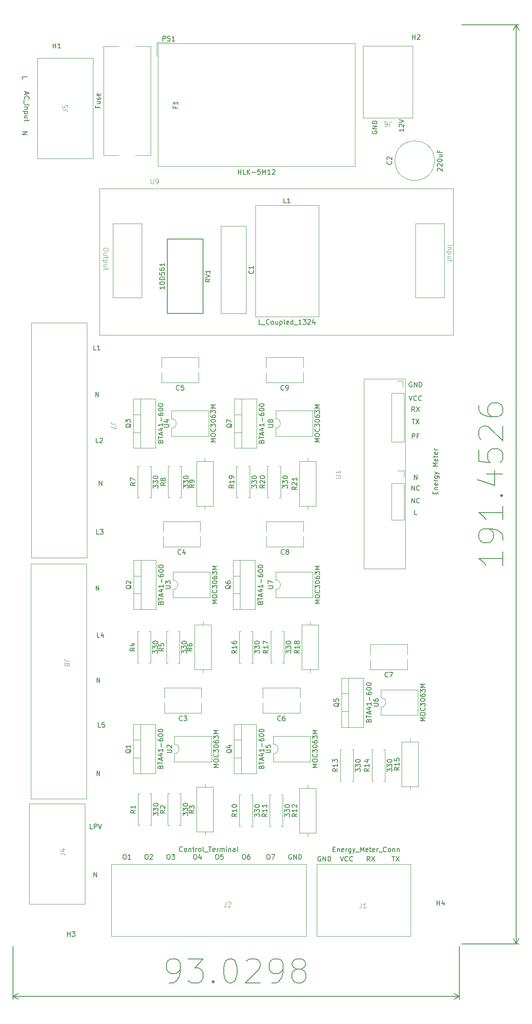
<source format=gbr>
%TF.GenerationSoftware,KiCad,Pcbnew,9.0.1*%
%TF.CreationDate,2025-08-26T09:45:24+03:00*%
%TF.ProjectId,smart meter,736d6172-7420-46d6-9574-65722e6b6963,rev?*%
%TF.SameCoordinates,Original*%
%TF.FileFunction,Legend,Top*%
%TF.FilePolarity,Positive*%
%FSLAX46Y46*%
G04 Gerber Fmt 4.6, Leading zero omitted, Abs format (unit mm)*
G04 Created by KiCad (PCBNEW 9.0.1) date 2025-08-26 09:45:24*
%MOMM*%
%LPD*%
G01*
G04 APERTURE LIST*
%ADD10C,0.150000*%
%ADD11C,0.100000*%
%ADD12C,0.120000*%
G04 APERTURE END LIST*
D10*
X231516541Y-129778238D02*
X231421303Y-129730619D01*
X231421303Y-129730619D02*
X231278446Y-129730619D01*
X231278446Y-129730619D02*
X231135589Y-129778238D01*
X231135589Y-129778238D02*
X231040351Y-129873476D01*
X231040351Y-129873476D02*
X230992732Y-129968714D01*
X230992732Y-129968714D02*
X230945113Y-130159190D01*
X230945113Y-130159190D02*
X230945113Y-130302047D01*
X230945113Y-130302047D02*
X230992732Y-130492523D01*
X230992732Y-130492523D02*
X231040351Y-130587761D01*
X231040351Y-130587761D02*
X231135589Y-130683000D01*
X231135589Y-130683000D02*
X231278446Y-130730619D01*
X231278446Y-130730619D02*
X231373684Y-130730619D01*
X231373684Y-130730619D02*
X231516541Y-130683000D01*
X231516541Y-130683000D02*
X231564160Y-130635380D01*
X231564160Y-130635380D02*
X231564160Y-130302047D01*
X231564160Y-130302047D02*
X231373684Y-130302047D01*
X231992732Y-130730619D02*
X231992732Y-129730619D01*
X231992732Y-129730619D02*
X232564160Y-130730619D01*
X232564160Y-130730619D02*
X232564160Y-129730619D01*
X233040351Y-130730619D02*
X233040351Y-129730619D01*
X233040351Y-129730619D02*
X233278446Y-129730619D01*
X233278446Y-129730619D02*
X233421303Y-129778238D01*
X233421303Y-129778238D02*
X233516541Y-129873476D01*
X233516541Y-129873476D02*
X233564160Y-129968714D01*
X233564160Y-129968714D02*
X233611779Y-130159190D01*
X233611779Y-130159190D02*
X233611779Y-130302047D01*
X233611779Y-130302047D02*
X233564160Y-130492523D01*
X233564160Y-130492523D02*
X233516541Y-130587761D01*
X233516541Y-130587761D02*
X233421303Y-130683000D01*
X233421303Y-130683000D02*
X233278446Y-130730619D01*
X233278446Y-130730619D02*
X233040351Y-130730619D01*
X232587969Y-157349819D02*
X232111779Y-157349819D01*
X232111779Y-157349819D02*
X232111779Y-156349819D01*
X166624169Y-201596619D02*
X166147979Y-201596619D01*
X166147979Y-201596619D02*
X166147979Y-200596619D01*
X167433693Y-200596619D02*
X166957503Y-200596619D01*
X166957503Y-200596619D02*
X166909884Y-201072809D01*
X166909884Y-201072809D02*
X166957503Y-201025190D01*
X166957503Y-201025190D02*
X167052741Y-200977571D01*
X167052741Y-200977571D02*
X167290836Y-200977571D01*
X167290836Y-200977571D02*
X167386074Y-201025190D01*
X167386074Y-201025190D02*
X167433693Y-201072809D01*
X167433693Y-201072809D02*
X167481312Y-201168047D01*
X167481312Y-201168047D02*
X167481312Y-201406142D01*
X167481312Y-201406142D02*
X167433693Y-201501380D01*
X167433693Y-201501380D02*
X167386074Y-201549000D01*
X167386074Y-201549000D02*
X167290836Y-201596619D01*
X167290836Y-201596619D02*
X167052741Y-201596619D01*
X167052741Y-201596619D02*
X166957503Y-201549000D01*
X166957503Y-201549000D02*
X166909884Y-201501380D01*
X227390268Y-228485819D02*
X227961696Y-228485819D01*
X227675982Y-229485819D02*
X227675982Y-228485819D01*
X228199792Y-228485819D02*
X228866458Y-229485819D01*
X228866458Y-228485819D02*
X228199792Y-229485819D01*
X164947769Y-222729419D02*
X164471579Y-222729419D01*
X164471579Y-222729419D02*
X164471579Y-221729419D01*
X165281103Y-222729419D02*
X165281103Y-221729419D01*
X165281103Y-221729419D02*
X165662055Y-221729419D01*
X165662055Y-221729419D02*
X165757293Y-221777038D01*
X165757293Y-221777038D02*
X165804912Y-221824657D01*
X165804912Y-221824657D02*
X165852531Y-221919895D01*
X165852531Y-221919895D02*
X165852531Y-222062752D01*
X165852531Y-222062752D02*
X165804912Y-222157990D01*
X165804912Y-222157990D02*
X165757293Y-222205609D01*
X165757293Y-222205609D02*
X165662055Y-222253228D01*
X165662055Y-222253228D02*
X165281103Y-222253228D01*
X166138246Y-221729419D02*
X166471579Y-222729419D01*
X166471579Y-222729419D02*
X166804912Y-221729419D01*
X231492732Y-154886019D02*
X231492732Y-153886019D01*
X231492732Y-153886019D02*
X232064160Y-154886019D01*
X232064160Y-154886019D02*
X232064160Y-153886019D01*
X233111779Y-154790780D02*
X233064160Y-154838400D01*
X233064160Y-154838400D02*
X232921303Y-154886019D01*
X232921303Y-154886019D02*
X232826065Y-154886019D01*
X232826065Y-154886019D02*
X232683208Y-154838400D01*
X232683208Y-154838400D02*
X232587970Y-154743161D01*
X232587970Y-154743161D02*
X232540351Y-154647923D01*
X232540351Y-154647923D02*
X232492732Y-154457447D01*
X232492732Y-154457447D02*
X232492732Y-154314590D01*
X232492732Y-154314590D02*
X232540351Y-154124114D01*
X232540351Y-154124114D02*
X232587970Y-154028876D01*
X232587970Y-154028876D02*
X232683208Y-153933638D01*
X232683208Y-153933638D02*
X232826065Y-153886019D01*
X232826065Y-153886019D02*
X232921303Y-153886019D01*
X232921303Y-153886019D02*
X233064160Y-153933638D01*
X233064160Y-153933638D02*
X233111779Y-153981257D01*
X166300379Y-151253819D02*
X166300379Y-150253819D01*
X166300379Y-150253819D02*
X166871807Y-151253819D01*
X166871807Y-151253819D02*
X166871807Y-150253819D01*
X165589179Y-132762619D02*
X165589179Y-131762619D01*
X165589179Y-131762619D02*
X166160607Y-132762619D01*
X166160607Y-132762619D02*
X166160607Y-131762619D01*
X196417355Y-228080819D02*
X196607831Y-228080819D01*
X196607831Y-228080819D02*
X196703069Y-228128438D01*
X196703069Y-228128438D02*
X196798307Y-228223676D01*
X196798307Y-228223676D02*
X196845926Y-228414152D01*
X196845926Y-228414152D02*
X196845926Y-228747485D01*
X196845926Y-228747485D02*
X196798307Y-228937961D01*
X196798307Y-228937961D02*
X196703069Y-229033200D01*
X196703069Y-229033200D02*
X196607831Y-229080819D01*
X196607831Y-229080819D02*
X196417355Y-229080819D01*
X196417355Y-229080819D02*
X196322117Y-229033200D01*
X196322117Y-229033200D02*
X196226879Y-228937961D01*
X196226879Y-228937961D02*
X196179260Y-228747485D01*
X196179260Y-228747485D02*
X196179260Y-228414152D01*
X196179260Y-228414152D02*
X196226879Y-228223676D01*
X196226879Y-228223676D02*
X196322117Y-228128438D01*
X196322117Y-228128438D02*
X196417355Y-228080819D01*
X197703069Y-228080819D02*
X197512593Y-228080819D01*
X197512593Y-228080819D02*
X197417355Y-228128438D01*
X197417355Y-228128438D02*
X197369736Y-228176057D01*
X197369736Y-228176057D02*
X197274498Y-228318914D01*
X197274498Y-228318914D02*
X197226879Y-228509390D01*
X197226879Y-228509390D02*
X197226879Y-228890342D01*
X197226879Y-228890342D02*
X197274498Y-228985580D01*
X197274498Y-228985580D02*
X197322117Y-229033200D01*
X197322117Y-229033200D02*
X197417355Y-229080819D01*
X197417355Y-229080819D02*
X197607831Y-229080819D01*
X197607831Y-229080819D02*
X197703069Y-229033200D01*
X197703069Y-229033200D02*
X197750688Y-228985580D01*
X197750688Y-228985580D02*
X197798307Y-228890342D01*
X197798307Y-228890342D02*
X197798307Y-228652247D01*
X197798307Y-228652247D02*
X197750688Y-228557009D01*
X197750688Y-228557009D02*
X197703069Y-228509390D01*
X197703069Y-228509390D02*
X197607831Y-228461771D01*
X197607831Y-228461771D02*
X197417355Y-228461771D01*
X197417355Y-228461771D02*
X197322117Y-228509390D01*
X197322117Y-228509390D02*
X197274498Y-228557009D01*
X197274498Y-228557009D02*
X197226879Y-228652247D01*
X150294980Y-77552779D02*
X151294980Y-77552779D01*
X151294980Y-77552779D02*
X150294980Y-78124207D01*
X150294980Y-78124207D02*
X151294980Y-78124207D01*
X165843179Y-211655019D02*
X165843179Y-210655019D01*
X165843179Y-210655019D02*
X166414607Y-211655019D01*
X166414607Y-211655019D02*
X166414607Y-210655019D01*
X171525355Y-228080819D02*
X171715831Y-228080819D01*
X171715831Y-228080819D02*
X171811069Y-228128438D01*
X171811069Y-228128438D02*
X171906307Y-228223676D01*
X171906307Y-228223676D02*
X171953926Y-228414152D01*
X171953926Y-228414152D02*
X171953926Y-228747485D01*
X171953926Y-228747485D02*
X171906307Y-228937961D01*
X171906307Y-228937961D02*
X171811069Y-229033200D01*
X171811069Y-229033200D02*
X171715831Y-229080819D01*
X171715831Y-229080819D02*
X171525355Y-229080819D01*
X171525355Y-229080819D02*
X171430117Y-229033200D01*
X171430117Y-229033200D02*
X171334879Y-228937961D01*
X171334879Y-228937961D02*
X171287260Y-228747485D01*
X171287260Y-228747485D02*
X171287260Y-228414152D01*
X171287260Y-228414152D02*
X171334879Y-228223676D01*
X171334879Y-228223676D02*
X171430117Y-228128438D01*
X171430117Y-228128438D02*
X171525355Y-228080819D01*
X172906307Y-229080819D02*
X172334879Y-229080819D01*
X172620593Y-229080819D02*
X172620593Y-228080819D01*
X172620593Y-228080819D02*
X172525355Y-228223676D01*
X172525355Y-228223676D02*
X172430117Y-228318914D01*
X172430117Y-228318914D02*
X172334879Y-228366533D01*
X231516541Y-137401419D02*
X232087969Y-137401419D01*
X231802255Y-138401419D02*
X231802255Y-137401419D01*
X232326065Y-137401419D02*
X232992731Y-138401419D01*
X232992731Y-137401419D02*
X232326065Y-138401419D01*
X212499601Y-228533438D02*
X212404363Y-228485819D01*
X212404363Y-228485819D02*
X212261506Y-228485819D01*
X212261506Y-228485819D02*
X212118649Y-228533438D01*
X212118649Y-228533438D02*
X212023411Y-228628676D01*
X212023411Y-228628676D02*
X211975792Y-228723914D01*
X211975792Y-228723914D02*
X211928173Y-228914390D01*
X211928173Y-228914390D02*
X211928173Y-229057247D01*
X211928173Y-229057247D02*
X211975792Y-229247723D01*
X211975792Y-229247723D02*
X212023411Y-229342961D01*
X212023411Y-229342961D02*
X212118649Y-229438200D01*
X212118649Y-229438200D02*
X212261506Y-229485819D01*
X212261506Y-229485819D02*
X212356744Y-229485819D01*
X212356744Y-229485819D02*
X212499601Y-229438200D01*
X212499601Y-229438200D02*
X212547220Y-229390580D01*
X212547220Y-229390580D02*
X212547220Y-229057247D01*
X212547220Y-229057247D02*
X212356744Y-229057247D01*
X212975792Y-229485819D02*
X212975792Y-228485819D01*
X212975792Y-228485819D02*
X213547220Y-229485819D01*
X213547220Y-229485819D02*
X213547220Y-228485819D01*
X214023411Y-229485819D02*
X214023411Y-228485819D01*
X214023411Y-228485819D02*
X214261506Y-228485819D01*
X214261506Y-228485819D02*
X214404363Y-228533438D01*
X214404363Y-228533438D02*
X214499601Y-228628676D01*
X214499601Y-228628676D02*
X214547220Y-228723914D01*
X214547220Y-228723914D02*
X214594839Y-228914390D01*
X214594839Y-228914390D02*
X214594839Y-229057247D01*
X214594839Y-229057247D02*
X214547220Y-229247723D01*
X214547220Y-229247723D02*
X214499601Y-229342961D01*
X214499601Y-229342961D02*
X214404363Y-229438200D01*
X214404363Y-229438200D02*
X214261506Y-229485819D01*
X214261506Y-229485819D02*
X214023411Y-229485819D01*
X232111779Y-135836019D02*
X231778446Y-135359828D01*
X231540351Y-135836019D02*
X231540351Y-134836019D01*
X231540351Y-134836019D02*
X231921303Y-134836019D01*
X231921303Y-134836019D02*
X232016541Y-134883638D01*
X232016541Y-134883638D02*
X232064160Y-134931257D01*
X232064160Y-134931257D02*
X232111779Y-135026495D01*
X232111779Y-135026495D02*
X232111779Y-135169352D01*
X232111779Y-135169352D02*
X232064160Y-135264590D01*
X232064160Y-135264590D02*
X232016541Y-135312209D01*
X232016541Y-135312209D02*
X231921303Y-135359828D01*
X231921303Y-135359828D02*
X231540351Y-135359828D01*
X232445113Y-134836019D02*
X233111779Y-135836019D01*
X233111779Y-134836019D02*
X232445113Y-135836019D01*
X166420969Y-182902219D02*
X165944779Y-182902219D01*
X165944779Y-182902219D02*
X165944779Y-181902219D01*
X167182874Y-182235552D02*
X167182874Y-182902219D01*
X166944779Y-181854600D02*
X166706684Y-182568885D01*
X166706684Y-182568885D02*
X167325731Y-182568885D01*
X176097355Y-228080819D02*
X176287831Y-228080819D01*
X176287831Y-228080819D02*
X176383069Y-228128438D01*
X176383069Y-228128438D02*
X176478307Y-228223676D01*
X176478307Y-228223676D02*
X176525926Y-228414152D01*
X176525926Y-228414152D02*
X176525926Y-228747485D01*
X176525926Y-228747485D02*
X176478307Y-228937961D01*
X176478307Y-228937961D02*
X176383069Y-229033200D01*
X176383069Y-229033200D02*
X176287831Y-229080819D01*
X176287831Y-229080819D02*
X176097355Y-229080819D01*
X176097355Y-229080819D02*
X176002117Y-229033200D01*
X176002117Y-229033200D02*
X175906879Y-228937961D01*
X175906879Y-228937961D02*
X175859260Y-228747485D01*
X175859260Y-228747485D02*
X175859260Y-228414152D01*
X175859260Y-228414152D02*
X175906879Y-228223676D01*
X175906879Y-228223676D02*
X176002117Y-228128438D01*
X176002117Y-228128438D02*
X176097355Y-228080819D01*
X176906879Y-228176057D02*
X176954498Y-228128438D01*
X176954498Y-228128438D02*
X177049736Y-228080819D01*
X177049736Y-228080819D02*
X177287831Y-228080819D01*
X177287831Y-228080819D02*
X177383069Y-228128438D01*
X177383069Y-228128438D02*
X177430688Y-228176057D01*
X177430688Y-228176057D02*
X177478307Y-228271295D01*
X177478307Y-228271295D02*
X177478307Y-228366533D01*
X177478307Y-228366533D02*
X177430688Y-228509390D01*
X177430688Y-228509390D02*
X176859260Y-229080819D01*
X176859260Y-229080819D02*
X177478307Y-229080819D01*
X166268569Y-161363019D02*
X165792379Y-161363019D01*
X165792379Y-161363019D02*
X165792379Y-160363019D01*
X166506665Y-160363019D02*
X167125712Y-160363019D01*
X167125712Y-160363019D02*
X166792379Y-160743971D01*
X166792379Y-160743971D02*
X166935236Y-160743971D01*
X166935236Y-160743971D02*
X167030474Y-160791590D01*
X167030474Y-160791590D02*
X167078093Y-160839209D01*
X167078093Y-160839209D02*
X167125712Y-160934447D01*
X167125712Y-160934447D02*
X167125712Y-161172542D01*
X167125712Y-161172542D02*
X167078093Y-161267780D01*
X167078093Y-161267780D02*
X167030474Y-161315400D01*
X167030474Y-161315400D02*
X166935236Y-161363019D01*
X166935236Y-161363019D02*
X166649522Y-161363019D01*
X166649522Y-161363019D02*
X166554284Y-161315400D01*
X166554284Y-161315400D02*
X166506665Y-161267780D01*
X180669355Y-228080819D02*
X180859831Y-228080819D01*
X180859831Y-228080819D02*
X180955069Y-228128438D01*
X180955069Y-228128438D02*
X181050307Y-228223676D01*
X181050307Y-228223676D02*
X181097926Y-228414152D01*
X181097926Y-228414152D02*
X181097926Y-228747485D01*
X181097926Y-228747485D02*
X181050307Y-228937961D01*
X181050307Y-228937961D02*
X180955069Y-229033200D01*
X180955069Y-229033200D02*
X180859831Y-229080819D01*
X180859831Y-229080819D02*
X180669355Y-229080819D01*
X180669355Y-229080819D02*
X180574117Y-229033200D01*
X180574117Y-229033200D02*
X180478879Y-228937961D01*
X180478879Y-228937961D02*
X180431260Y-228747485D01*
X180431260Y-228747485D02*
X180431260Y-228414152D01*
X180431260Y-228414152D02*
X180478879Y-228223676D01*
X180478879Y-228223676D02*
X180574117Y-228128438D01*
X180574117Y-228128438D02*
X180669355Y-228080819D01*
X181431260Y-228080819D02*
X182050307Y-228080819D01*
X182050307Y-228080819D02*
X181716974Y-228461771D01*
X181716974Y-228461771D02*
X181859831Y-228461771D01*
X181859831Y-228461771D02*
X181955069Y-228509390D01*
X181955069Y-228509390D02*
X182002688Y-228557009D01*
X182002688Y-228557009D02*
X182050307Y-228652247D01*
X182050307Y-228652247D02*
X182050307Y-228890342D01*
X182050307Y-228890342D02*
X182002688Y-228985580D01*
X182002688Y-228985580D02*
X181955069Y-229033200D01*
X181955069Y-229033200D02*
X181859831Y-229080819D01*
X181859831Y-229080819D02*
X181574117Y-229080819D01*
X181574117Y-229080819D02*
X181478879Y-229033200D01*
X181478879Y-229033200D02*
X181431260Y-228985580D01*
X206402688Y-228128438D02*
X206307450Y-228080819D01*
X206307450Y-228080819D02*
X206164593Y-228080819D01*
X206164593Y-228080819D02*
X206021736Y-228128438D01*
X206021736Y-228128438D02*
X205926498Y-228223676D01*
X205926498Y-228223676D02*
X205878879Y-228318914D01*
X205878879Y-228318914D02*
X205831260Y-228509390D01*
X205831260Y-228509390D02*
X205831260Y-228652247D01*
X205831260Y-228652247D02*
X205878879Y-228842723D01*
X205878879Y-228842723D02*
X205926498Y-228937961D01*
X205926498Y-228937961D02*
X206021736Y-229033200D01*
X206021736Y-229033200D02*
X206164593Y-229080819D01*
X206164593Y-229080819D02*
X206259831Y-229080819D01*
X206259831Y-229080819D02*
X206402688Y-229033200D01*
X206402688Y-229033200D02*
X206450307Y-228985580D01*
X206450307Y-228985580D02*
X206450307Y-228652247D01*
X206450307Y-228652247D02*
X206259831Y-228652247D01*
X206878879Y-229080819D02*
X206878879Y-228080819D01*
X206878879Y-228080819D02*
X207450307Y-229080819D01*
X207450307Y-229080819D02*
X207450307Y-228080819D01*
X207926498Y-229080819D02*
X207926498Y-228080819D01*
X207926498Y-228080819D02*
X208164593Y-228080819D01*
X208164593Y-228080819D02*
X208307450Y-228128438D01*
X208307450Y-228128438D02*
X208402688Y-228223676D01*
X208402688Y-228223676D02*
X208450307Y-228318914D01*
X208450307Y-228318914D02*
X208497926Y-228509390D01*
X208497926Y-228509390D02*
X208497926Y-228652247D01*
X208497926Y-228652247D02*
X208450307Y-228842723D01*
X208450307Y-228842723D02*
X208402688Y-228937961D01*
X208402688Y-228937961D02*
X208307450Y-229033200D01*
X208307450Y-229033200D02*
X208164593Y-229080819D01*
X208164593Y-229080819D02*
X207926498Y-229080819D01*
X190829355Y-228080819D02*
X191019831Y-228080819D01*
X191019831Y-228080819D02*
X191115069Y-228128438D01*
X191115069Y-228128438D02*
X191210307Y-228223676D01*
X191210307Y-228223676D02*
X191257926Y-228414152D01*
X191257926Y-228414152D02*
X191257926Y-228747485D01*
X191257926Y-228747485D02*
X191210307Y-228937961D01*
X191210307Y-228937961D02*
X191115069Y-229033200D01*
X191115069Y-229033200D02*
X191019831Y-229080819D01*
X191019831Y-229080819D02*
X190829355Y-229080819D01*
X190829355Y-229080819D02*
X190734117Y-229033200D01*
X190734117Y-229033200D02*
X190638879Y-228937961D01*
X190638879Y-228937961D02*
X190591260Y-228747485D01*
X190591260Y-228747485D02*
X190591260Y-228414152D01*
X190591260Y-228414152D02*
X190638879Y-228223676D01*
X190638879Y-228223676D02*
X190734117Y-228128438D01*
X190734117Y-228128438D02*
X190829355Y-228080819D01*
X192162688Y-228080819D02*
X191686498Y-228080819D01*
X191686498Y-228080819D02*
X191638879Y-228557009D01*
X191638879Y-228557009D02*
X191686498Y-228509390D01*
X191686498Y-228509390D02*
X191781736Y-228461771D01*
X191781736Y-228461771D02*
X192019831Y-228461771D01*
X192019831Y-228461771D02*
X192115069Y-228509390D01*
X192115069Y-228509390D02*
X192162688Y-228557009D01*
X192162688Y-228557009D02*
X192210307Y-228652247D01*
X192210307Y-228652247D02*
X192210307Y-228890342D01*
X192210307Y-228890342D02*
X192162688Y-228985580D01*
X192162688Y-228985580D02*
X192115069Y-229033200D01*
X192115069Y-229033200D02*
X192019831Y-229080819D01*
X192019831Y-229080819D02*
X191781736Y-229080819D01*
X191781736Y-229080819D02*
X191686498Y-229033200D01*
X191686498Y-229033200D02*
X191638879Y-228985580D01*
X231492732Y-152269819D02*
X231492732Y-151269819D01*
X231492732Y-151269819D02*
X232064160Y-152269819D01*
X232064160Y-152269819D02*
X232064160Y-151269819D01*
X233111779Y-152174580D02*
X233064160Y-152222200D01*
X233064160Y-152222200D02*
X232921303Y-152269819D01*
X232921303Y-152269819D02*
X232826065Y-152269819D01*
X232826065Y-152269819D02*
X232683208Y-152222200D01*
X232683208Y-152222200D02*
X232587970Y-152126961D01*
X232587970Y-152126961D02*
X232540351Y-152031723D01*
X232540351Y-152031723D02*
X232492732Y-151841247D01*
X232492732Y-151841247D02*
X232492732Y-151698390D01*
X232492732Y-151698390D02*
X232540351Y-151507914D01*
X232540351Y-151507914D02*
X232587970Y-151412676D01*
X232587970Y-151412676D02*
X232683208Y-151317438D01*
X232683208Y-151317438D02*
X232826065Y-151269819D01*
X232826065Y-151269819D02*
X232921303Y-151269819D01*
X232921303Y-151269819D02*
X233064160Y-151317438D01*
X233064160Y-151317438D02*
X233111779Y-151365057D01*
X231992732Y-150034619D02*
X231992732Y-149034619D01*
X231992732Y-149034619D02*
X232564160Y-150034619D01*
X232564160Y-150034619D02*
X232564160Y-149034619D01*
X165843179Y-192300219D02*
X165843179Y-191300219D01*
X165843179Y-191300219D02*
X166414607Y-192300219D01*
X166414607Y-192300219D02*
X166414607Y-191300219D01*
X229840119Y-76915811D02*
X229840119Y-77487239D01*
X229840119Y-77201525D02*
X228840119Y-77201525D01*
X228840119Y-77201525D02*
X228982976Y-77296763D01*
X228982976Y-77296763D02*
X229078214Y-77392001D01*
X229078214Y-77392001D02*
X229125833Y-77487239D01*
X228935357Y-76534858D02*
X228887738Y-76487239D01*
X228887738Y-76487239D02*
X228840119Y-76392001D01*
X228840119Y-76392001D02*
X228840119Y-76153906D01*
X228840119Y-76153906D02*
X228887738Y-76058668D01*
X228887738Y-76058668D02*
X228935357Y-76011049D01*
X228935357Y-76011049D02*
X229030595Y-75963430D01*
X229030595Y-75963430D02*
X229125833Y-75963430D01*
X229125833Y-75963430D02*
X229268690Y-76011049D01*
X229268690Y-76011049D02*
X229840119Y-76582477D01*
X229840119Y-76582477D02*
X229840119Y-75963430D01*
X228840119Y-75677715D02*
X229840119Y-75344382D01*
X229840119Y-75344382D02*
X228840119Y-75011049D01*
X166166969Y-142363819D02*
X165690779Y-142363819D01*
X165690779Y-142363819D02*
X165690779Y-141363819D01*
X166452684Y-141459057D02*
X166500303Y-141411438D01*
X166500303Y-141411438D02*
X166595541Y-141363819D01*
X166595541Y-141363819D02*
X166833636Y-141363819D01*
X166833636Y-141363819D02*
X166928874Y-141411438D01*
X166928874Y-141411438D02*
X166976493Y-141459057D01*
X166976493Y-141459057D02*
X167024112Y-141554295D01*
X167024112Y-141554295D02*
X167024112Y-141649533D01*
X167024112Y-141649533D02*
X166976493Y-141792390D01*
X166976493Y-141792390D02*
X166405065Y-142363819D01*
X166405065Y-142363819D02*
X167024112Y-142363819D01*
X223299738Y-77423811D02*
X223252119Y-77519049D01*
X223252119Y-77519049D02*
X223252119Y-77661906D01*
X223252119Y-77661906D02*
X223299738Y-77804763D01*
X223299738Y-77804763D02*
X223394976Y-77900001D01*
X223394976Y-77900001D02*
X223490214Y-77947620D01*
X223490214Y-77947620D02*
X223680690Y-77995239D01*
X223680690Y-77995239D02*
X223823547Y-77995239D01*
X223823547Y-77995239D02*
X224014023Y-77947620D01*
X224014023Y-77947620D02*
X224109261Y-77900001D01*
X224109261Y-77900001D02*
X224204500Y-77804763D01*
X224204500Y-77804763D02*
X224252119Y-77661906D01*
X224252119Y-77661906D02*
X224252119Y-77566668D01*
X224252119Y-77566668D02*
X224204500Y-77423811D01*
X224204500Y-77423811D02*
X224156880Y-77376192D01*
X224156880Y-77376192D02*
X223823547Y-77376192D01*
X223823547Y-77376192D02*
X223823547Y-77566668D01*
X224252119Y-76947620D02*
X223252119Y-76947620D01*
X223252119Y-76947620D02*
X224252119Y-76376192D01*
X224252119Y-76376192D02*
X223252119Y-76376192D01*
X224252119Y-75900001D02*
X223252119Y-75900001D01*
X223252119Y-75900001D02*
X223252119Y-75661906D01*
X223252119Y-75661906D02*
X223299738Y-75519049D01*
X223299738Y-75519049D02*
X223394976Y-75423811D01*
X223394976Y-75423811D02*
X223490214Y-75376192D01*
X223490214Y-75376192D02*
X223680690Y-75328573D01*
X223680690Y-75328573D02*
X223823547Y-75328573D01*
X223823547Y-75328573D02*
X224014023Y-75376192D01*
X224014023Y-75376192D02*
X224109261Y-75423811D01*
X224109261Y-75423811D02*
X224204500Y-75519049D01*
X224204500Y-75519049D02*
X224252119Y-75661906D01*
X224252119Y-75661906D02*
X224252119Y-75900001D01*
X201497355Y-228080819D02*
X201687831Y-228080819D01*
X201687831Y-228080819D02*
X201783069Y-228128438D01*
X201783069Y-228128438D02*
X201878307Y-228223676D01*
X201878307Y-228223676D02*
X201925926Y-228414152D01*
X201925926Y-228414152D02*
X201925926Y-228747485D01*
X201925926Y-228747485D02*
X201878307Y-228937961D01*
X201878307Y-228937961D02*
X201783069Y-229033200D01*
X201783069Y-229033200D02*
X201687831Y-229080819D01*
X201687831Y-229080819D02*
X201497355Y-229080819D01*
X201497355Y-229080819D02*
X201402117Y-229033200D01*
X201402117Y-229033200D02*
X201306879Y-228937961D01*
X201306879Y-228937961D02*
X201259260Y-228747485D01*
X201259260Y-228747485D02*
X201259260Y-228414152D01*
X201259260Y-228414152D02*
X201306879Y-228223676D01*
X201306879Y-228223676D02*
X201402117Y-228128438D01*
X201402117Y-228128438D02*
X201497355Y-228080819D01*
X202259260Y-228080819D02*
X202925926Y-228080819D01*
X202925926Y-228080819D02*
X202497355Y-229080819D01*
X231587970Y-141424019D02*
X231587970Y-140424019D01*
X231587970Y-140424019D02*
X231968922Y-140424019D01*
X231968922Y-140424019D02*
X232064160Y-140471638D01*
X232064160Y-140471638D02*
X232111779Y-140519257D01*
X232111779Y-140519257D02*
X232159398Y-140614495D01*
X232159398Y-140614495D02*
X232159398Y-140757352D01*
X232159398Y-140757352D02*
X232111779Y-140852590D01*
X232111779Y-140852590D02*
X232064160Y-140900209D01*
X232064160Y-140900209D02*
X231968922Y-140947828D01*
X231968922Y-140947828D02*
X231587970Y-140947828D01*
X232921303Y-140900209D02*
X232587970Y-140900209D01*
X232587970Y-141424019D02*
X232587970Y-140424019D01*
X232587970Y-140424019D02*
X233064160Y-140424019D01*
X165658969Y-123059819D02*
X165182779Y-123059819D01*
X165182779Y-123059819D02*
X165182779Y-122059819D01*
X166516112Y-123059819D02*
X165944684Y-123059819D01*
X166230398Y-123059819D02*
X166230398Y-122059819D01*
X166230398Y-122059819D02*
X166135160Y-122202676D01*
X166135160Y-122202676D02*
X166039922Y-122297914D01*
X166039922Y-122297914D02*
X165944684Y-122345533D01*
X150294980Y-66598969D02*
X150294980Y-66122779D01*
X150294980Y-66122779D02*
X151294980Y-66122779D01*
X236381400Y-152977620D02*
X236381400Y-152644287D01*
X236905210Y-152501430D02*
X236905210Y-152977620D01*
X236905210Y-152977620D02*
X235905210Y-152977620D01*
X235905210Y-152977620D02*
X235905210Y-152501430D01*
X236238543Y-152072858D02*
X236905210Y-152072858D01*
X236333781Y-152072858D02*
X236286162Y-152025239D01*
X236286162Y-152025239D02*
X236238543Y-151930001D01*
X236238543Y-151930001D02*
X236238543Y-151787144D01*
X236238543Y-151787144D02*
X236286162Y-151691906D01*
X236286162Y-151691906D02*
X236381400Y-151644287D01*
X236381400Y-151644287D02*
X236905210Y-151644287D01*
X236857591Y-150787144D02*
X236905210Y-150882382D01*
X236905210Y-150882382D02*
X236905210Y-151072858D01*
X236905210Y-151072858D02*
X236857591Y-151168096D01*
X236857591Y-151168096D02*
X236762352Y-151215715D01*
X236762352Y-151215715D02*
X236381400Y-151215715D01*
X236381400Y-151215715D02*
X236286162Y-151168096D01*
X236286162Y-151168096D02*
X236238543Y-151072858D01*
X236238543Y-151072858D02*
X236238543Y-150882382D01*
X236238543Y-150882382D02*
X236286162Y-150787144D01*
X236286162Y-150787144D02*
X236381400Y-150739525D01*
X236381400Y-150739525D02*
X236476638Y-150739525D01*
X236476638Y-150739525D02*
X236571876Y-151215715D01*
X236905210Y-150310953D02*
X236238543Y-150310953D01*
X236429019Y-150310953D02*
X236333781Y-150263334D01*
X236333781Y-150263334D02*
X236286162Y-150215715D01*
X236286162Y-150215715D02*
X236238543Y-150120477D01*
X236238543Y-150120477D02*
X236238543Y-150025239D01*
X236238543Y-149263334D02*
X237048067Y-149263334D01*
X237048067Y-149263334D02*
X237143305Y-149310953D01*
X237143305Y-149310953D02*
X237190924Y-149358572D01*
X237190924Y-149358572D02*
X237238543Y-149453810D01*
X237238543Y-149453810D02*
X237238543Y-149596667D01*
X237238543Y-149596667D02*
X237190924Y-149691905D01*
X236857591Y-149263334D02*
X236905210Y-149358572D01*
X236905210Y-149358572D02*
X236905210Y-149549048D01*
X236905210Y-149549048D02*
X236857591Y-149644286D01*
X236857591Y-149644286D02*
X236809971Y-149691905D01*
X236809971Y-149691905D02*
X236714733Y-149739524D01*
X236714733Y-149739524D02*
X236429019Y-149739524D01*
X236429019Y-149739524D02*
X236333781Y-149691905D01*
X236333781Y-149691905D02*
X236286162Y-149644286D01*
X236286162Y-149644286D02*
X236238543Y-149549048D01*
X236238543Y-149549048D02*
X236238543Y-149358572D01*
X236238543Y-149358572D02*
X236286162Y-149263334D01*
X236238543Y-148882381D02*
X236905210Y-148644286D01*
X236238543Y-148406191D02*
X236905210Y-148644286D01*
X236905210Y-148644286D02*
X237143305Y-148739524D01*
X237143305Y-148739524D02*
X237190924Y-148787143D01*
X237190924Y-148787143D02*
X237238543Y-148882381D01*
X236905210Y-147263333D02*
X235905210Y-147263333D01*
X235905210Y-147263333D02*
X236619495Y-146930000D01*
X236619495Y-146930000D02*
X235905210Y-146596667D01*
X235905210Y-146596667D02*
X236905210Y-146596667D01*
X236857591Y-145739524D02*
X236905210Y-145834762D01*
X236905210Y-145834762D02*
X236905210Y-146025238D01*
X236905210Y-146025238D02*
X236857591Y-146120476D01*
X236857591Y-146120476D02*
X236762352Y-146168095D01*
X236762352Y-146168095D02*
X236381400Y-146168095D01*
X236381400Y-146168095D02*
X236286162Y-146120476D01*
X236286162Y-146120476D02*
X236238543Y-146025238D01*
X236238543Y-146025238D02*
X236238543Y-145834762D01*
X236238543Y-145834762D02*
X236286162Y-145739524D01*
X236286162Y-145739524D02*
X236381400Y-145691905D01*
X236381400Y-145691905D02*
X236476638Y-145691905D01*
X236476638Y-145691905D02*
X236571876Y-146168095D01*
X236238543Y-145406190D02*
X236238543Y-145025238D01*
X235905210Y-145263333D02*
X236762352Y-145263333D01*
X236762352Y-145263333D02*
X236857591Y-145215714D01*
X236857591Y-145215714D02*
X236905210Y-145120476D01*
X236905210Y-145120476D02*
X236905210Y-145025238D01*
X236857591Y-144310952D02*
X236905210Y-144406190D01*
X236905210Y-144406190D02*
X236905210Y-144596666D01*
X236905210Y-144596666D02*
X236857591Y-144691904D01*
X236857591Y-144691904D02*
X236762352Y-144739523D01*
X236762352Y-144739523D02*
X236381400Y-144739523D01*
X236381400Y-144739523D02*
X236286162Y-144691904D01*
X236286162Y-144691904D02*
X236238543Y-144596666D01*
X236238543Y-144596666D02*
X236238543Y-144406190D01*
X236238543Y-144406190D02*
X236286162Y-144310952D01*
X236286162Y-144310952D02*
X236381400Y-144263333D01*
X236381400Y-144263333D02*
X236476638Y-144263333D01*
X236476638Y-144263333D02*
X236571876Y-144739523D01*
X236905210Y-143834761D02*
X236238543Y-143834761D01*
X236429019Y-143834761D02*
X236333781Y-143787142D01*
X236333781Y-143787142D02*
X236286162Y-143739523D01*
X236286162Y-143739523D02*
X236238543Y-143644285D01*
X236238543Y-143644285D02*
X236238543Y-143549047D01*
X165233579Y-232787819D02*
X165233579Y-231787819D01*
X165233579Y-231787819D02*
X165805007Y-232787819D01*
X165805007Y-232787819D02*
X165805007Y-231787819D01*
X222786458Y-229485819D02*
X222453125Y-229009628D01*
X222215030Y-229485819D02*
X222215030Y-228485819D01*
X222215030Y-228485819D02*
X222595982Y-228485819D01*
X222595982Y-228485819D02*
X222691220Y-228533438D01*
X222691220Y-228533438D02*
X222738839Y-228581057D01*
X222738839Y-228581057D02*
X222786458Y-228676295D01*
X222786458Y-228676295D02*
X222786458Y-228819152D01*
X222786458Y-228819152D02*
X222738839Y-228914390D01*
X222738839Y-228914390D02*
X222691220Y-228962009D01*
X222691220Y-228962009D02*
X222595982Y-229009628D01*
X222595982Y-229009628D02*
X222215030Y-229009628D01*
X223119792Y-228485819D02*
X223786458Y-229485819D01*
X223786458Y-228485819D02*
X223119792Y-229485819D01*
X230945113Y-132550019D02*
X231278446Y-133550019D01*
X231278446Y-133550019D02*
X231611779Y-132550019D01*
X232516541Y-133454780D02*
X232468922Y-133502400D01*
X232468922Y-133502400D02*
X232326065Y-133550019D01*
X232326065Y-133550019D02*
X232230827Y-133550019D01*
X232230827Y-133550019D02*
X232087970Y-133502400D01*
X232087970Y-133502400D02*
X231992732Y-133407161D01*
X231992732Y-133407161D02*
X231945113Y-133311923D01*
X231945113Y-133311923D02*
X231897494Y-133121447D01*
X231897494Y-133121447D02*
X231897494Y-132978590D01*
X231897494Y-132978590D02*
X231945113Y-132788114D01*
X231945113Y-132788114D02*
X231992732Y-132692876D01*
X231992732Y-132692876D02*
X232087970Y-132597638D01*
X232087970Y-132597638D02*
X232230827Y-132550019D01*
X232230827Y-132550019D02*
X232326065Y-132550019D01*
X232326065Y-132550019D02*
X232468922Y-132597638D01*
X232468922Y-132597638D02*
X232516541Y-132645257D01*
X233516541Y-133454780D02*
X233468922Y-133502400D01*
X233468922Y-133502400D02*
X233326065Y-133550019D01*
X233326065Y-133550019D02*
X233230827Y-133550019D01*
X233230827Y-133550019D02*
X233087970Y-133502400D01*
X233087970Y-133502400D02*
X232992732Y-133407161D01*
X232992732Y-133407161D02*
X232945113Y-133311923D01*
X232945113Y-133311923D02*
X232897494Y-133121447D01*
X232897494Y-133121447D02*
X232897494Y-132978590D01*
X232897494Y-132978590D02*
X232945113Y-132788114D01*
X232945113Y-132788114D02*
X232992732Y-132692876D01*
X232992732Y-132692876D02*
X233087970Y-132597638D01*
X233087970Y-132597638D02*
X233230827Y-132550019D01*
X233230827Y-132550019D02*
X233326065Y-132550019D01*
X233326065Y-132550019D02*
X233468922Y-132597638D01*
X233468922Y-132597638D02*
X233516541Y-132645257D01*
X165690779Y-173097819D02*
X165690779Y-172097819D01*
X165690779Y-172097819D02*
X166262207Y-173097819D01*
X166262207Y-173097819D02*
X166262207Y-172097819D01*
X186257355Y-228080819D02*
X186447831Y-228080819D01*
X186447831Y-228080819D02*
X186543069Y-228128438D01*
X186543069Y-228128438D02*
X186638307Y-228223676D01*
X186638307Y-228223676D02*
X186685926Y-228414152D01*
X186685926Y-228414152D02*
X186685926Y-228747485D01*
X186685926Y-228747485D02*
X186638307Y-228937961D01*
X186638307Y-228937961D02*
X186543069Y-229033200D01*
X186543069Y-229033200D02*
X186447831Y-229080819D01*
X186447831Y-229080819D02*
X186257355Y-229080819D01*
X186257355Y-229080819D02*
X186162117Y-229033200D01*
X186162117Y-229033200D02*
X186066879Y-228937961D01*
X186066879Y-228937961D02*
X186019260Y-228747485D01*
X186019260Y-228747485D02*
X186019260Y-228414152D01*
X186019260Y-228414152D02*
X186066879Y-228223676D01*
X186066879Y-228223676D02*
X186162117Y-228128438D01*
X186162117Y-228128438D02*
X186257355Y-228080819D01*
X187543069Y-228414152D02*
X187543069Y-229080819D01*
X187304974Y-228033200D02*
X187066879Y-228747485D01*
X187066879Y-228747485D02*
X187685926Y-228747485D01*
X216595411Y-228485819D02*
X216928744Y-229485819D01*
X216928744Y-229485819D02*
X217262077Y-228485819D01*
X218166839Y-229390580D02*
X218119220Y-229438200D01*
X218119220Y-229438200D02*
X217976363Y-229485819D01*
X217976363Y-229485819D02*
X217881125Y-229485819D01*
X217881125Y-229485819D02*
X217738268Y-229438200D01*
X217738268Y-229438200D02*
X217643030Y-229342961D01*
X217643030Y-229342961D02*
X217595411Y-229247723D01*
X217595411Y-229247723D02*
X217547792Y-229057247D01*
X217547792Y-229057247D02*
X217547792Y-228914390D01*
X217547792Y-228914390D02*
X217595411Y-228723914D01*
X217595411Y-228723914D02*
X217643030Y-228628676D01*
X217643030Y-228628676D02*
X217738268Y-228533438D01*
X217738268Y-228533438D02*
X217881125Y-228485819D01*
X217881125Y-228485819D02*
X217976363Y-228485819D01*
X217976363Y-228485819D02*
X218119220Y-228533438D01*
X218119220Y-228533438D02*
X218166839Y-228581057D01*
X219166839Y-229390580D02*
X219119220Y-229438200D01*
X219119220Y-229438200D02*
X218976363Y-229485819D01*
X218976363Y-229485819D02*
X218881125Y-229485819D01*
X218881125Y-229485819D02*
X218738268Y-229438200D01*
X218738268Y-229438200D02*
X218643030Y-229342961D01*
X218643030Y-229342961D02*
X218595411Y-229247723D01*
X218595411Y-229247723D02*
X218547792Y-229057247D01*
X218547792Y-229057247D02*
X218547792Y-228914390D01*
X218547792Y-228914390D02*
X218595411Y-228723914D01*
X218595411Y-228723914D02*
X218643030Y-228628676D01*
X218643030Y-228628676D02*
X218738268Y-228533438D01*
X218738268Y-228533438D02*
X218881125Y-228485819D01*
X218881125Y-228485819D02*
X218976363Y-228485819D01*
X218976363Y-228485819D02*
X219119220Y-228533438D01*
X219119220Y-228533438D02*
X219166839Y-228581057D01*
X250444095Y-165019919D02*
X250444095Y-167877062D01*
X250444095Y-166448490D02*
X245444095Y-166448490D01*
X245444095Y-166448490D02*
X246158380Y-166924681D01*
X246158380Y-166924681D02*
X246634571Y-167400871D01*
X246634571Y-167400871D02*
X246872666Y-167877062D01*
X250444095Y-162638966D02*
X250444095Y-161686585D01*
X250444095Y-161686585D02*
X250206000Y-161210395D01*
X250206000Y-161210395D02*
X249967904Y-160972299D01*
X249967904Y-160972299D02*
X249253619Y-160496109D01*
X249253619Y-160496109D02*
X248301238Y-160258014D01*
X248301238Y-160258014D02*
X246396476Y-160258014D01*
X246396476Y-160258014D02*
X245920285Y-160496109D01*
X245920285Y-160496109D02*
X245682190Y-160734204D01*
X245682190Y-160734204D02*
X245444095Y-161210395D01*
X245444095Y-161210395D02*
X245444095Y-162162776D01*
X245444095Y-162162776D02*
X245682190Y-162638966D01*
X245682190Y-162638966D02*
X245920285Y-162877061D01*
X245920285Y-162877061D02*
X246396476Y-163115157D01*
X246396476Y-163115157D02*
X247586952Y-163115157D01*
X247586952Y-163115157D02*
X248063142Y-162877061D01*
X248063142Y-162877061D02*
X248301238Y-162638966D01*
X248301238Y-162638966D02*
X248539333Y-162162776D01*
X248539333Y-162162776D02*
X248539333Y-161210395D01*
X248539333Y-161210395D02*
X248301238Y-160734204D01*
X248301238Y-160734204D02*
X248063142Y-160496109D01*
X248063142Y-160496109D02*
X247586952Y-160258014D01*
X250444095Y-155496109D02*
X250444095Y-158353252D01*
X250444095Y-156924680D02*
X245444095Y-156924680D01*
X245444095Y-156924680D02*
X246158380Y-157400871D01*
X246158380Y-157400871D02*
X246634571Y-157877061D01*
X246634571Y-157877061D02*
X246872666Y-158353252D01*
X249967904Y-153353251D02*
X250206000Y-153115156D01*
X250206000Y-153115156D02*
X250444095Y-153353251D01*
X250444095Y-153353251D02*
X250206000Y-153591347D01*
X250206000Y-153591347D02*
X249967904Y-153353251D01*
X249967904Y-153353251D02*
X250444095Y-153353251D01*
X247110761Y-148829442D02*
X250444095Y-148829442D01*
X245206000Y-150019918D02*
X248777428Y-151210395D01*
X248777428Y-151210395D02*
X248777428Y-148115156D01*
X245444095Y-143829442D02*
X245444095Y-146210394D01*
X245444095Y-146210394D02*
X247825047Y-146448490D01*
X247825047Y-146448490D02*
X247586952Y-146210394D01*
X247586952Y-146210394D02*
X247348857Y-145734204D01*
X247348857Y-145734204D02*
X247348857Y-144543728D01*
X247348857Y-144543728D02*
X247586952Y-144067537D01*
X247586952Y-144067537D02*
X247825047Y-143829442D01*
X247825047Y-143829442D02*
X248301238Y-143591347D01*
X248301238Y-143591347D02*
X249491714Y-143591347D01*
X249491714Y-143591347D02*
X249967904Y-143829442D01*
X249967904Y-143829442D02*
X250206000Y-144067537D01*
X250206000Y-144067537D02*
X250444095Y-144543728D01*
X250444095Y-144543728D02*
X250444095Y-145734204D01*
X250444095Y-145734204D02*
X250206000Y-146210394D01*
X250206000Y-146210394D02*
X249967904Y-146448490D01*
X245920285Y-141686585D02*
X245682190Y-141448489D01*
X245682190Y-141448489D02*
X245444095Y-140972299D01*
X245444095Y-140972299D02*
X245444095Y-139781823D01*
X245444095Y-139781823D02*
X245682190Y-139305632D01*
X245682190Y-139305632D02*
X245920285Y-139067537D01*
X245920285Y-139067537D02*
X246396476Y-138829442D01*
X246396476Y-138829442D02*
X246872666Y-138829442D01*
X246872666Y-138829442D02*
X247586952Y-139067537D01*
X247586952Y-139067537D02*
X250444095Y-141924680D01*
X250444095Y-141924680D02*
X250444095Y-138829442D01*
X245444095Y-134543727D02*
X245444095Y-135496108D01*
X245444095Y-135496108D02*
X245682190Y-135972299D01*
X245682190Y-135972299D02*
X245920285Y-136210394D01*
X245920285Y-136210394D02*
X246634571Y-136686584D01*
X246634571Y-136686584D02*
X247586952Y-136924680D01*
X247586952Y-136924680D02*
X249491714Y-136924680D01*
X249491714Y-136924680D02*
X249967904Y-136686584D01*
X249967904Y-136686584D02*
X250206000Y-136448489D01*
X250206000Y-136448489D02*
X250444095Y-135972299D01*
X250444095Y-135972299D02*
X250444095Y-135019918D01*
X250444095Y-135019918D02*
X250206000Y-134543727D01*
X250206000Y-134543727D02*
X249967904Y-134305632D01*
X249967904Y-134305632D02*
X249491714Y-134067537D01*
X249491714Y-134067537D02*
X248301238Y-134067537D01*
X248301238Y-134067537D02*
X247825047Y-134305632D01*
X247825047Y-134305632D02*
X247586952Y-134543727D01*
X247586952Y-134543727D02*
X247348857Y-135019918D01*
X247348857Y-135019918D02*
X247348857Y-135972299D01*
X247348857Y-135972299D02*
X247586952Y-136448489D01*
X247586952Y-136448489D02*
X247825047Y-136686584D01*
X247825047Y-136686584D02*
X248301238Y-136924680D01*
X241895000Y-55246000D02*
X253875220Y-55246000D01*
X253875220Y-246698600D02*
X241895000Y-246698600D01*
X253288800Y-55246000D02*
X253288800Y-246698600D01*
X253288800Y-55246000D02*
X253875221Y-56372504D01*
X253288800Y-55246000D02*
X252702379Y-56372504D01*
X253288800Y-246698600D02*
X252702379Y-245572096D01*
X253288800Y-246698600D02*
X253875221Y-245572096D01*
X180832480Y-254812895D02*
X181784861Y-254812895D01*
X181784861Y-254812895D02*
X182261051Y-254574800D01*
X182261051Y-254574800D02*
X182499147Y-254336704D01*
X182499147Y-254336704D02*
X182975337Y-253622419D01*
X182975337Y-253622419D02*
X183213432Y-252670038D01*
X183213432Y-252670038D02*
X183213432Y-250765276D01*
X183213432Y-250765276D02*
X182975337Y-250289085D01*
X182975337Y-250289085D02*
X182737242Y-250050990D01*
X182737242Y-250050990D02*
X182261051Y-249812895D01*
X182261051Y-249812895D02*
X181308670Y-249812895D01*
X181308670Y-249812895D02*
X180832480Y-250050990D01*
X180832480Y-250050990D02*
X180594385Y-250289085D01*
X180594385Y-250289085D02*
X180356289Y-250765276D01*
X180356289Y-250765276D02*
X180356289Y-251955752D01*
X180356289Y-251955752D02*
X180594385Y-252431942D01*
X180594385Y-252431942D02*
X180832480Y-252670038D01*
X180832480Y-252670038D02*
X181308670Y-252908133D01*
X181308670Y-252908133D02*
X182261051Y-252908133D01*
X182261051Y-252908133D02*
X182737242Y-252670038D01*
X182737242Y-252670038D02*
X182975337Y-252431942D01*
X182975337Y-252431942D02*
X183213432Y-251955752D01*
X184880099Y-249812895D02*
X187975337Y-249812895D01*
X187975337Y-249812895D02*
X186308671Y-251717657D01*
X186308671Y-251717657D02*
X187022956Y-251717657D01*
X187022956Y-251717657D02*
X187499147Y-251955752D01*
X187499147Y-251955752D02*
X187737242Y-252193847D01*
X187737242Y-252193847D02*
X187975337Y-252670038D01*
X187975337Y-252670038D02*
X187975337Y-253860514D01*
X187975337Y-253860514D02*
X187737242Y-254336704D01*
X187737242Y-254336704D02*
X187499147Y-254574800D01*
X187499147Y-254574800D02*
X187022956Y-254812895D01*
X187022956Y-254812895D02*
X185594385Y-254812895D01*
X185594385Y-254812895D02*
X185118194Y-254574800D01*
X185118194Y-254574800D02*
X184880099Y-254336704D01*
X190118195Y-254336704D02*
X190356290Y-254574800D01*
X190356290Y-254574800D02*
X190118195Y-254812895D01*
X190118195Y-254812895D02*
X189880099Y-254574800D01*
X189880099Y-254574800D02*
X190118195Y-254336704D01*
X190118195Y-254336704D02*
X190118195Y-254812895D01*
X193451528Y-249812895D02*
X193927718Y-249812895D01*
X193927718Y-249812895D02*
X194403909Y-250050990D01*
X194403909Y-250050990D02*
X194642004Y-250289085D01*
X194642004Y-250289085D02*
X194880099Y-250765276D01*
X194880099Y-250765276D02*
X195118194Y-251717657D01*
X195118194Y-251717657D02*
X195118194Y-252908133D01*
X195118194Y-252908133D02*
X194880099Y-253860514D01*
X194880099Y-253860514D02*
X194642004Y-254336704D01*
X194642004Y-254336704D02*
X194403909Y-254574800D01*
X194403909Y-254574800D02*
X193927718Y-254812895D01*
X193927718Y-254812895D02*
X193451528Y-254812895D01*
X193451528Y-254812895D02*
X192975337Y-254574800D01*
X192975337Y-254574800D02*
X192737242Y-254336704D01*
X192737242Y-254336704D02*
X192499147Y-253860514D01*
X192499147Y-253860514D02*
X192261051Y-252908133D01*
X192261051Y-252908133D02*
X192261051Y-251717657D01*
X192261051Y-251717657D02*
X192499147Y-250765276D01*
X192499147Y-250765276D02*
X192737242Y-250289085D01*
X192737242Y-250289085D02*
X192975337Y-250050990D01*
X192975337Y-250050990D02*
X193451528Y-249812895D01*
X197022956Y-250289085D02*
X197261052Y-250050990D01*
X197261052Y-250050990D02*
X197737242Y-249812895D01*
X197737242Y-249812895D02*
X198927718Y-249812895D01*
X198927718Y-249812895D02*
X199403909Y-250050990D01*
X199403909Y-250050990D02*
X199642004Y-250289085D01*
X199642004Y-250289085D02*
X199880099Y-250765276D01*
X199880099Y-250765276D02*
X199880099Y-251241466D01*
X199880099Y-251241466D02*
X199642004Y-251955752D01*
X199642004Y-251955752D02*
X196784861Y-254812895D01*
X196784861Y-254812895D02*
X199880099Y-254812895D01*
X202261052Y-254812895D02*
X203213433Y-254812895D01*
X203213433Y-254812895D02*
X203689623Y-254574800D01*
X203689623Y-254574800D02*
X203927719Y-254336704D01*
X203927719Y-254336704D02*
X204403909Y-253622419D01*
X204403909Y-253622419D02*
X204642004Y-252670038D01*
X204642004Y-252670038D02*
X204642004Y-250765276D01*
X204642004Y-250765276D02*
X204403909Y-250289085D01*
X204403909Y-250289085D02*
X204165814Y-250050990D01*
X204165814Y-250050990D02*
X203689623Y-249812895D01*
X203689623Y-249812895D02*
X202737242Y-249812895D01*
X202737242Y-249812895D02*
X202261052Y-250050990D01*
X202261052Y-250050990D02*
X202022957Y-250289085D01*
X202022957Y-250289085D02*
X201784861Y-250765276D01*
X201784861Y-250765276D02*
X201784861Y-251955752D01*
X201784861Y-251955752D02*
X202022957Y-252431942D01*
X202022957Y-252431942D02*
X202261052Y-252670038D01*
X202261052Y-252670038D02*
X202737242Y-252908133D01*
X202737242Y-252908133D02*
X203689623Y-252908133D01*
X203689623Y-252908133D02*
X204165814Y-252670038D01*
X204165814Y-252670038D02*
X204403909Y-252431942D01*
X204403909Y-252431942D02*
X204642004Y-251955752D01*
X207499147Y-251955752D02*
X207022957Y-251717657D01*
X207022957Y-251717657D02*
X206784862Y-251479561D01*
X206784862Y-251479561D02*
X206546766Y-251003371D01*
X206546766Y-251003371D02*
X206546766Y-250765276D01*
X206546766Y-250765276D02*
X206784862Y-250289085D01*
X206784862Y-250289085D02*
X207022957Y-250050990D01*
X207022957Y-250050990D02*
X207499147Y-249812895D01*
X207499147Y-249812895D02*
X208451528Y-249812895D01*
X208451528Y-249812895D02*
X208927719Y-250050990D01*
X208927719Y-250050990D02*
X209165814Y-250289085D01*
X209165814Y-250289085D02*
X209403909Y-250765276D01*
X209403909Y-250765276D02*
X209403909Y-251003371D01*
X209403909Y-251003371D02*
X209165814Y-251479561D01*
X209165814Y-251479561D02*
X208927719Y-251717657D01*
X208927719Y-251717657D02*
X208451528Y-251955752D01*
X208451528Y-251955752D02*
X207499147Y-251955752D01*
X207499147Y-251955752D02*
X207022957Y-252193847D01*
X207022957Y-252193847D02*
X206784862Y-252431942D01*
X206784862Y-252431942D02*
X206546766Y-252908133D01*
X206546766Y-252908133D02*
X206546766Y-253860514D01*
X206546766Y-253860514D02*
X206784862Y-254336704D01*
X206784862Y-254336704D02*
X207022957Y-254574800D01*
X207022957Y-254574800D02*
X207499147Y-254812895D01*
X207499147Y-254812895D02*
X208451528Y-254812895D01*
X208451528Y-254812895D02*
X208927719Y-254574800D01*
X208927719Y-254574800D02*
X209165814Y-254336704D01*
X209165814Y-254336704D02*
X209403909Y-253860514D01*
X209403909Y-253860514D02*
X209403909Y-252908133D01*
X209403909Y-252908133D02*
X209165814Y-252431942D01*
X209165814Y-252431942D02*
X208927719Y-252193847D01*
X208927719Y-252193847D02*
X208451528Y-251955752D01*
X241395000Y-247198600D02*
X241395000Y-258244020D01*
X148365200Y-258244020D02*
X148365200Y-247198600D01*
X241395000Y-257657600D02*
X148365200Y-257657600D01*
X241395000Y-257657600D02*
X240268496Y-258244021D01*
X241395000Y-257657600D02*
X240268496Y-257071179D01*
X148365200Y-257657600D02*
X149491704Y-257071179D01*
X148365200Y-257657600D02*
X149491704Y-258244021D01*
X207538819Y-151518857D02*
X207062628Y-151852190D01*
X207538819Y-152090285D02*
X206538819Y-152090285D01*
X206538819Y-152090285D02*
X206538819Y-151709333D01*
X206538819Y-151709333D02*
X206586438Y-151614095D01*
X206586438Y-151614095D02*
X206634057Y-151566476D01*
X206634057Y-151566476D02*
X206729295Y-151518857D01*
X206729295Y-151518857D02*
X206872152Y-151518857D01*
X206872152Y-151518857D02*
X206967390Y-151566476D01*
X206967390Y-151566476D02*
X207015009Y-151614095D01*
X207015009Y-151614095D02*
X207062628Y-151709333D01*
X207062628Y-151709333D02*
X207062628Y-152090285D01*
X206634057Y-151137904D02*
X206586438Y-151090285D01*
X206586438Y-151090285D02*
X206538819Y-150995047D01*
X206538819Y-150995047D02*
X206538819Y-150756952D01*
X206538819Y-150756952D02*
X206586438Y-150661714D01*
X206586438Y-150661714D02*
X206634057Y-150614095D01*
X206634057Y-150614095D02*
X206729295Y-150566476D01*
X206729295Y-150566476D02*
X206824533Y-150566476D01*
X206824533Y-150566476D02*
X206967390Y-150614095D01*
X206967390Y-150614095D02*
X207538819Y-151185523D01*
X207538819Y-151185523D02*
X207538819Y-150566476D01*
X207538819Y-149614095D02*
X207538819Y-150185523D01*
X207538819Y-149899809D02*
X206538819Y-149899809D01*
X206538819Y-149899809D02*
X206681676Y-149995047D01*
X206681676Y-149995047D02*
X206776914Y-150090285D01*
X206776914Y-150090285D02*
X206824533Y-150185523D01*
X208046819Y-185554857D02*
X207570628Y-185888190D01*
X208046819Y-186126285D02*
X207046819Y-186126285D01*
X207046819Y-186126285D02*
X207046819Y-185745333D01*
X207046819Y-185745333D02*
X207094438Y-185650095D01*
X207094438Y-185650095D02*
X207142057Y-185602476D01*
X207142057Y-185602476D02*
X207237295Y-185554857D01*
X207237295Y-185554857D02*
X207380152Y-185554857D01*
X207380152Y-185554857D02*
X207475390Y-185602476D01*
X207475390Y-185602476D02*
X207523009Y-185650095D01*
X207523009Y-185650095D02*
X207570628Y-185745333D01*
X207570628Y-185745333D02*
X207570628Y-186126285D01*
X208046819Y-184602476D02*
X208046819Y-185173904D01*
X208046819Y-184888190D02*
X207046819Y-184888190D01*
X207046819Y-184888190D02*
X207189676Y-184983428D01*
X207189676Y-184983428D02*
X207284914Y-185078666D01*
X207284914Y-185078666D02*
X207332533Y-185173904D01*
X207475390Y-184031047D02*
X207427771Y-184126285D01*
X207427771Y-184126285D02*
X207380152Y-184173904D01*
X207380152Y-184173904D02*
X207284914Y-184221523D01*
X207284914Y-184221523D02*
X207237295Y-184221523D01*
X207237295Y-184221523D02*
X207142057Y-184173904D01*
X207142057Y-184173904D02*
X207094438Y-184126285D01*
X207094438Y-184126285D02*
X207046819Y-184031047D01*
X207046819Y-184031047D02*
X207046819Y-183840571D01*
X207046819Y-183840571D02*
X207094438Y-183745333D01*
X207094438Y-183745333D02*
X207142057Y-183697714D01*
X207142057Y-183697714D02*
X207237295Y-183650095D01*
X207237295Y-183650095D02*
X207284914Y-183650095D01*
X207284914Y-183650095D02*
X207380152Y-183697714D01*
X207380152Y-183697714D02*
X207427771Y-183745333D01*
X207427771Y-183745333D02*
X207475390Y-183840571D01*
X207475390Y-183840571D02*
X207475390Y-184031047D01*
X207475390Y-184031047D02*
X207523009Y-184126285D01*
X207523009Y-184126285D02*
X207570628Y-184173904D01*
X207570628Y-184173904D02*
X207665866Y-184221523D01*
X207665866Y-184221523D02*
X207856342Y-184221523D01*
X207856342Y-184221523D02*
X207951580Y-184173904D01*
X207951580Y-184173904D02*
X207999200Y-184126285D01*
X207999200Y-184126285D02*
X208046819Y-184031047D01*
X208046819Y-184031047D02*
X208046819Y-183840571D01*
X208046819Y-183840571D02*
X207999200Y-183745333D01*
X207999200Y-183745333D02*
X207951580Y-183697714D01*
X207951580Y-183697714D02*
X207856342Y-183650095D01*
X207856342Y-183650095D02*
X207665866Y-183650095D01*
X207665866Y-183650095D02*
X207570628Y-183697714D01*
X207570628Y-183697714D02*
X207523009Y-183745333D01*
X207523009Y-183745333D02*
X207475390Y-183840571D01*
X228874819Y-209938857D02*
X228398628Y-210272190D01*
X228874819Y-210510285D02*
X227874819Y-210510285D01*
X227874819Y-210510285D02*
X227874819Y-210129333D01*
X227874819Y-210129333D02*
X227922438Y-210034095D01*
X227922438Y-210034095D02*
X227970057Y-209986476D01*
X227970057Y-209986476D02*
X228065295Y-209938857D01*
X228065295Y-209938857D02*
X228208152Y-209938857D01*
X228208152Y-209938857D02*
X228303390Y-209986476D01*
X228303390Y-209986476D02*
X228351009Y-210034095D01*
X228351009Y-210034095D02*
X228398628Y-210129333D01*
X228398628Y-210129333D02*
X228398628Y-210510285D01*
X228874819Y-208986476D02*
X228874819Y-209557904D01*
X228874819Y-209272190D02*
X227874819Y-209272190D01*
X227874819Y-209272190D02*
X228017676Y-209367428D01*
X228017676Y-209367428D02*
X228112914Y-209462666D01*
X228112914Y-209462666D02*
X228160533Y-209557904D01*
X227874819Y-208081714D02*
X227874819Y-208557904D01*
X227874819Y-208557904D02*
X228351009Y-208605523D01*
X228351009Y-208605523D02*
X228303390Y-208557904D01*
X228303390Y-208557904D02*
X228255771Y-208462666D01*
X228255771Y-208462666D02*
X228255771Y-208224571D01*
X228255771Y-208224571D02*
X228303390Y-208129333D01*
X228303390Y-208129333D02*
X228351009Y-208081714D01*
X228351009Y-208081714D02*
X228446247Y-208034095D01*
X228446247Y-208034095D02*
X228684342Y-208034095D01*
X228684342Y-208034095D02*
X228779580Y-208081714D01*
X228779580Y-208081714D02*
X228827200Y-208129333D01*
X228827200Y-208129333D02*
X228874819Y-208224571D01*
X228874819Y-208224571D02*
X228874819Y-208462666D01*
X228874819Y-208462666D02*
X228827200Y-208557904D01*
X228827200Y-208557904D02*
X228779580Y-208605523D01*
X207538819Y-219590857D02*
X207062628Y-219924190D01*
X207538819Y-220162285D02*
X206538819Y-220162285D01*
X206538819Y-220162285D02*
X206538819Y-219781333D01*
X206538819Y-219781333D02*
X206586438Y-219686095D01*
X206586438Y-219686095D02*
X206634057Y-219638476D01*
X206634057Y-219638476D02*
X206729295Y-219590857D01*
X206729295Y-219590857D02*
X206872152Y-219590857D01*
X206872152Y-219590857D02*
X206967390Y-219638476D01*
X206967390Y-219638476D02*
X207015009Y-219686095D01*
X207015009Y-219686095D02*
X207062628Y-219781333D01*
X207062628Y-219781333D02*
X207062628Y-220162285D01*
X207538819Y-218638476D02*
X207538819Y-219209904D01*
X207538819Y-218924190D02*
X206538819Y-218924190D01*
X206538819Y-218924190D02*
X206681676Y-219019428D01*
X206681676Y-219019428D02*
X206776914Y-219114666D01*
X206776914Y-219114666D02*
X206824533Y-219209904D01*
X206634057Y-218257523D02*
X206586438Y-218209904D01*
X206586438Y-218209904D02*
X206538819Y-218114666D01*
X206538819Y-218114666D02*
X206538819Y-217876571D01*
X206538819Y-217876571D02*
X206586438Y-217781333D01*
X206586438Y-217781333D02*
X206634057Y-217733714D01*
X206634057Y-217733714D02*
X206729295Y-217686095D01*
X206729295Y-217686095D02*
X206824533Y-217686095D01*
X206824533Y-217686095D02*
X206967390Y-217733714D01*
X206967390Y-217733714D02*
X207538819Y-218305142D01*
X207538819Y-218305142D02*
X207538819Y-217686095D01*
X186091719Y-151042666D02*
X185615528Y-151375999D01*
X186091719Y-151614094D02*
X185091719Y-151614094D01*
X185091719Y-151614094D02*
X185091719Y-151233142D01*
X185091719Y-151233142D02*
X185139338Y-151137904D01*
X185139338Y-151137904D02*
X185186957Y-151090285D01*
X185186957Y-151090285D02*
X185282195Y-151042666D01*
X185282195Y-151042666D02*
X185425052Y-151042666D01*
X185425052Y-151042666D02*
X185520290Y-151090285D01*
X185520290Y-151090285D02*
X185567909Y-151137904D01*
X185567909Y-151137904D02*
X185615528Y-151233142D01*
X185615528Y-151233142D02*
X185615528Y-151614094D01*
X186091719Y-150566475D02*
X186091719Y-150375999D01*
X186091719Y-150375999D02*
X186044100Y-150280761D01*
X186044100Y-150280761D02*
X185996480Y-150233142D01*
X185996480Y-150233142D02*
X185853623Y-150137904D01*
X185853623Y-150137904D02*
X185663147Y-150090285D01*
X185663147Y-150090285D02*
X185282195Y-150090285D01*
X185282195Y-150090285D02*
X185186957Y-150137904D01*
X185186957Y-150137904D02*
X185139338Y-150185523D01*
X185139338Y-150185523D02*
X185091719Y-150280761D01*
X185091719Y-150280761D02*
X185091719Y-150471237D01*
X185091719Y-150471237D02*
X185139338Y-150566475D01*
X185139338Y-150566475D02*
X185186957Y-150614094D01*
X185186957Y-150614094D02*
X185282195Y-150661713D01*
X185282195Y-150661713D02*
X185520290Y-150661713D01*
X185520290Y-150661713D02*
X185615528Y-150614094D01*
X185615528Y-150614094D02*
X185663147Y-150566475D01*
X185663147Y-150566475D02*
X185710766Y-150471237D01*
X185710766Y-150471237D02*
X185710766Y-150280761D01*
X185710766Y-150280761D02*
X185663147Y-150185523D01*
X185663147Y-150185523D02*
X185615528Y-150137904D01*
X185615528Y-150137904D02*
X185520290Y-150090285D01*
X185694819Y-185078666D02*
X185218628Y-185411999D01*
X185694819Y-185650094D02*
X184694819Y-185650094D01*
X184694819Y-185650094D02*
X184694819Y-185269142D01*
X184694819Y-185269142D02*
X184742438Y-185173904D01*
X184742438Y-185173904D02*
X184790057Y-185126285D01*
X184790057Y-185126285D02*
X184885295Y-185078666D01*
X184885295Y-185078666D02*
X185028152Y-185078666D01*
X185028152Y-185078666D02*
X185123390Y-185126285D01*
X185123390Y-185126285D02*
X185171009Y-185173904D01*
X185171009Y-185173904D02*
X185218628Y-185269142D01*
X185218628Y-185269142D02*
X185218628Y-185650094D01*
X184694819Y-184221523D02*
X184694819Y-184411999D01*
X184694819Y-184411999D02*
X184742438Y-184507237D01*
X184742438Y-184507237D02*
X184790057Y-184554856D01*
X184790057Y-184554856D02*
X184932914Y-184650094D01*
X184932914Y-184650094D02*
X185123390Y-184697713D01*
X185123390Y-184697713D02*
X185504342Y-184697713D01*
X185504342Y-184697713D02*
X185599580Y-184650094D01*
X185599580Y-184650094D02*
X185647200Y-184602475D01*
X185647200Y-184602475D02*
X185694819Y-184507237D01*
X185694819Y-184507237D02*
X185694819Y-184316761D01*
X185694819Y-184316761D02*
X185647200Y-184221523D01*
X185647200Y-184221523D02*
X185599580Y-184173904D01*
X185599580Y-184173904D02*
X185504342Y-184126285D01*
X185504342Y-184126285D02*
X185266247Y-184126285D01*
X185266247Y-184126285D02*
X185171009Y-184173904D01*
X185171009Y-184173904D02*
X185123390Y-184221523D01*
X185123390Y-184221523D02*
X185075771Y-184316761D01*
X185075771Y-184316761D02*
X185075771Y-184507237D01*
X185075771Y-184507237D02*
X185123390Y-184602475D01*
X185123390Y-184602475D02*
X185171009Y-184650094D01*
X185171009Y-184650094D02*
X185266247Y-184697713D01*
X186104419Y-218860666D02*
X185628228Y-219193999D01*
X186104419Y-219432094D02*
X185104419Y-219432094D01*
X185104419Y-219432094D02*
X185104419Y-219051142D01*
X185104419Y-219051142D02*
X185152038Y-218955904D01*
X185152038Y-218955904D02*
X185199657Y-218908285D01*
X185199657Y-218908285D02*
X185294895Y-218860666D01*
X185294895Y-218860666D02*
X185437752Y-218860666D01*
X185437752Y-218860666D02*
X185532990Y-218908285D01*
X185532990Y-218908285D02*
X185580609Y-218955904D01*
X185580609Y-218955904D02*
X185628228Y-219051142D01*
X185628228Y-219051142D02*
X185628228Y-219432094D01*
X185104419Y-218527332D02*
X185104419Y-217908285D01*
X185104419Y-217908285D02*
X185485371Y-218241618D01*
X185485371Y-218241618D02*
X185485371Y-218098761D01*
X185485371Y-218098761D02*
X185532990Y-218003523D01*
X185532990Y-218003523D02*
X185580609Y-217955904D01*
X185580609Y-217955904D02*
X185675847Y-217908285D01*
X185675847Y-217908285D02*
X185913942Y-217908285D01*
X185913942Y-217908285D02*
X186009180Y-217955904D01*
X186009180Y-217955904D02*
X186056800Y-218003523D01*
X186056800Y-218003523D02*
X186104419Y-218098761D01*
X186104419Y-218098761D02*
X186104419Y-218384475D01*
X186104419Y-218384475D02*
X186056800Y-218479713D01*
X186056800Y-218479713D02*
X186009180Y-218527332D01*
X189449819Y-108224238D02*
X188973628Y-108557571D01*
X189449819Y-108795666D02*
X188449819Y-108795666D01*
X188449819Y-108795666D02*
X188449819Y-108414714D01*
X188449819Y-108414714D02*
X188497438Y-108319476D01*
X188497438Y-108319476D02*
X188545057Y-108271857D01*
X188545057Y-108271857D02*
X188640295Y-108224238D01*
X188640295Y-108224238D02*
X188783152Y-108224238D01*
X188783152Y-108224238D02*
X188878390Y-108271857D01*
X188878390Y-108271857D02*
X188926009Y-108319476D01*
X188926009Y-108319476D02*
X188973628Y-108414714D01*
X188973628Y-108414714D02*
X188973628Y-108795666D01*
X188449819Y-107938523D02*
X189449819Y-107605190D01*
X189449819Y-107605190D02*
X188449819Y-107271857D01*
X189449819Y-106414714D02*
X189449819Y-106986142D01*
X189449819Y-106700428D02*
X188449819Y-106700428D01*
X188449819Y-106700428D02*
X188592676Y-106795666D01*
X188592676Y-106795666D02*
X188687914Y-106890904D01*
X188687914Y-106890904D02*
X188735533Y-106986142D01*
X179949819Y-109748047D02*
X179949819Y-110319475D01*
X179949819Y-110033761D02*
X178949819Y-110033761D01*
X178949819Y-110033761D02*
X179092676Y-110128999D01*
X179092676Y-110128999D02*
X179187914Y-110224237D01*
X179187914Y-110224237D02*
X179235533Y-110319475D01*
X178949819Y-109128999D02*
X178949819Y-109033761D01*
X178949819Y-109033761D02*
X178997438Y-108938523D01*
X178997438Y-108938523D02*
X179045057Y-108890904D01*
X179045057Y-108890904D02*
X179140295Y-108843285D01*
X179140295Y-108843285D02*
X179330771Y-108795666D01*
X179330771Y-108795666D02*
X179568866Y-108795666D01*
X179568866Y-108795666D02*
X179759342Y-108843285D01*
X179759342Y-108843285D02*
X179854580Y-108890904D01*
X179854580Y-108890904D02*
X179902200Y-108938523D01*
X179902200Y-108938523D02*
X179949819Y-109033761D01*
X179949819Y-109033761D02*
X179949819Y-109128999D01*
X179949819Y-109128999D02*
X179902200Y-109224237D01*
X179902200Y-109224237D02*
X179854580Y-109271856D01*
X179854580Y-109271856D02*
X179759342Y-109319475D01*
X179759342Y-109319475D02*
X179568866Y-109367094D01*
X179568866Y-109367094D02*
X179330771Y-109367094D01*
X179330771Y-109367094D02*
X179140295Y-109319475D01*
X179140295Y-109319475D02*
X179045057Y-109271856D01*
X179045057Y-109271856D02*
X178997438Y-109224237D01*
X178997438Y-109224237D02*
X178949819Y-109128999D01*
X179949819Y-108367094D02*
X178949819Y-108367094D01*
X178949819Y-108367094D02*
X178949819Y-108128999D01*
X178949819Y-108128999D02*
X178997438Y-107986142D01*
X178997438Y-107986142D02*
X179092676Y-107890904D01*
X179092676Y-107890904D02*
X179187914Y-107843285D01*
X179187914Y-107843285D02*
X179378390Y-107795666D01*
X179378390Y-107795666D02*
X179521247Y-107795666D01*
X179521247Y-107795666D02*
X179711723Y-107843285D01*
X179711723Y-107843285D02*
X179806961Y-107890904D01*
X179806961Y-107890904D02*
X179902200Y-107986142D01*
X179902200Y-107986142D02*
X179949819Y-108128999D01*
X179949819Y-108128999D02*
X179949819Y-108367094D01*
X178949819Y-106890904D02*
X178949819Y-107367094D01*
X178949819Y-107367094D02*
X179426009Y-107414713D01*
X179426009Y-107414713D02*
X179378390Y-107367094D01*
X179378390Y-107367094D02*
X179330771Y-107271856D01*
X179330771Y-107271856D02*
X179330771Y-107033761D01*
X179330771Y-107033761D02*
X179378390Y-106938523D01*
X179378390Y-106938523D02*
X179426009Y-106890904D01*
X179426009Y-106890904D02*
X179521247Y-106843285D01*
X179521247Y-106843285D02*
X179759342Y-106843285D01*
X179759342Y-106843285D02*
X179854580Y-106890904D01*
X179854580Y-106890904D02*
X179902200Y-106938523D01*
X179902200Y-106938523D02*
X179949819Y-107033761D01*
X179949819Y-107033761D02*
X179949819Y-107271856D01*
X179949819Y-107271856D02*
X179902200Y-107367094D01*
X179902200Y-107367094D02*
X179854580Y-107414713D01*
X178949819Y-105986142D02*
X178949819Y-106176618D01*
X178949819Y-106176618D02*
X178997438Y-106271856D01*
X178997438Y-106271856D02*
X179045057Y-106319475D01*
X179045057Y-106319475D02*
X179187914Y-106414713D01*
X179187914Y-106414713D02*
X179378390Y-106462332D01*
X179378390Y-106462332D02*
X179759342Y-106462332D01*
X179759342Y-106462332D02*
X179854580Y-106414713D01*
X179854580Y-106414713D02*
X179902200Y-106367094D01*
X179902200Y-106367094D02*
X179949819Y-106271856D01*
X179949819Y-106271856D02*
X179949819Y-106081380D01*
X179949819Y-106081380D02*
X179902200Y-105986142D01*
X179902200Y-105986142D02*
X179854580Y-105938523D01*
X179854580Y-105938523D02*
X179759342Y-105890904D01*
X179759342Y-105890904D02*
X179521247Y-105890904D01*
X179521247Y-105890904D02*
X179426009Y-105938523D01*
X179426009Y-105938523D02*
X179378390Y-105986142D01*
X179378390Y-105986142D02*
X179330771Y-106081380D01*
X179330771Y-106081380D02*
X179330771Y-106271856D01*
X179330771Y-106271856D02*
X179378390Y-106367094D01*
X179378390Y-106367094D02*
X179426009Y-106414713D01*
X179426009Y-106414713D02*
X179521247Y-106462332D01*
X179949819Y-104938523D02*
X179949819Y-105509951D01*
X179949819Y-105224237D02*
X178949819Y-105224237D01*
X178949819Y-105224237D02*
X179092676Y-105319475D01*
X179092676Y-105319475D02*
X179187914Y-105414713D01*
X179187914Y-105414713D02*
X179235533Y-105509951D01*
X204883133Y-165486180D02*
X204835514Y-165533800D01*
X204835514Y-165533800D02*
X204692657Y-165581419D01*
X204692657Y-165581419D02*
X204597419Y-165581419D01*
X204597419Y-165581419D02*
X204454562Y-165533800D01*
X204454562Y-165533800D02*
X204359324Y-165438561D01*
X204359324Y-165438561D02*
X204311705Y-165343323D01*
X204311705Y-165343323D02*
X204264086Y-165152847D01*
X204264086Y-165152847D02*
X204264086Y-165009990D01*
X204264086Y-165009990D02*
X204311705Y-164819514D01*
X204311705Y-164819514D02*
X204359324Y-164724276D01*
X204359324Y-164724276D02*
X204454562Y-164629038D01*
X204454562Y-164629038D02*
X204597419Y-164581419D01*
X204597419Y-164581419D02*
X204692657Y-164581419D01*
X204692657Y-164581419D02*
X204835514Y-164629038D01*
X204835514Y-164629038D02*
X204883133Y-164676657D01*
X205454562Y-165009990D02*
X205359324Y-164962371D01*
X205359324Y-164962371D02*
X205311705Y-164914752D01*
X205311705Y-164914752D02*
X205264086Y-164819514D01*
X205264086Y-164819514D02*
X205264086Y-164771895D01*
X205264086Y-164771895D02*
X205311705Y-164676657D01*
X205311705Y-164676657D02*
X205359324Y-164629038D01*
X205359324Y-164629038D02*
X205454562Y-164581419D01*
X205454562Y-164581419D02*
X205645038Y-164581419D01*
X205645038Y-164581419D02*
X205740276Y-164629038D01*
X205740276Y-164629038D02*
X205787895Y-164676657D01*
X205787895Y-164676657D02*
X205835514Y-164771895D01*
X205835514Y-164771895D02*
X205835514Y-164819514D01*
X205835514Y-164819514D02*
X205787895Y-164914752D01*
X205787895Y-164914752D02*
X205740276Y-164962371D01*
X205740276Y-164962371D02*
X205645038Y-165009990D01*
X205645038Y-165009990D02*
X205454562Y-165009990D01*
X205454562Y-165009990D02*
X205359324Y-165057609D01*
X205359324Y-165057609D02*
X205311705Y-165105228D01*
X205311705Y-165105228D02*
X205264086Y-165200466D01*
X205264086Y-165200466D02*
X205264086Y-165390942D01*
X205264086Y-165390942D02*
X205311705Y-165486180D01*
X205311705Y-165486180D02*
X205359324Y-165533800D01*
X205359324Y-165533800D02*
X205454562Y-165581419D01*
X205454562Y-165581419D02*
X205645038Y-165581419D01*
X205645038Y-165581419D02*
X205740276Y-165533800D01*
X205740276Y-165533800D02*
X205787895Y-165486180D01*
X205787895Y-165486180D02*
X205835514Y-165390942D01*
X205835514Y-165390942D02*
X205835514Y-165200466D01*
X205835514Y-165200466D02*
X205787895Y-165105228D01*
X205787895Y-165105228D02*
X205740276Y-165057609D01*
X205740276Y-165057609D02*
X205645038Y-165009990D01*
X179608414Y-58635119D02*
X179608414Y-57635119D01*
X179608414Y-57635119D02*
X179989366Y-57635119D01*
X179989366Y-57635119D02*
X180084604Y-57682738D01*
X180084604Y-57682738D02*
X180132223Y-57730357D01*
X180132223Y-57730357D02*
X180179842Y-57825595D01*
X180179842Y-57825595D02*
X180179842Y-57968452D01*
X180179842Y-57968452D02*
X180132223Y-58063690D01*
X180132223Y-58063690D02*
X180084604Y-58111309D01*
X180084604Y-58111309D02*
X179989366Y-58158928D01*
X179989366Y-58158928D02*
X179608414Y-58158928D01*
X180560795Y-58587500D02*
X180703652Y-58635119D01*
X180703652Y-58635119D02*
X180941747Y-58635119D01*
X180941747Y-58635119D02*
X181036985Y-58587500D01*
X181036985Y-58587500D02*
X181084604Y-58539880D01*
X181084604Y-58539880D02*
X181132223Y-58444642D01*
X181132223Y-58444642D02*
X181132223Y-58349404D01*
X181132223Y-58349404D02*
X181084604Y-58254166D01*
X181084604Y-58254166D02*
X181036985Y-58206547D01*
X181036985Y-58206547D02*
X180941747Y-58158928D01*
X180941747Y-58158928D02*
X180751271Y-58111309D01*
X180751271Y-58111309D02*
X180656033Y-58063690D01*
X180656033Y-58063690D02*
X180608414Y-58016071D01*
X180608414Y-58016071D02*
X180560795Y-57920833D01*
X180560795Y-57920833D02*
X180560795Y-57825595D01*
X180560795Y-57825595D02*
X180608414Y-57730357D01*
X180608414Y-57730357D02*
X180656033Y-57682738D01*
X180656033Y-57682738D02*
X180751271Y-57635119D01*
X180751271Y-57635119D02*
X180989366Y-57635119D01*
X180989366Y-57635119D02*
X181132223Y-57682738D01*
X182084604Y-58635119D02*
X181513176Y-58635119D01*
X181798890Y-58635119D02*
X181798890Y-57635119D01*
X181798890Y-57635119D02*
X181703652Y-57777976D01*
X181703652Y-57777976D02*
X181608414Y-57873214D01*
X181608414Y-57873214D02*
X181513176Y-57920833D01*
X195313176Y-86425119D02*
X195313176Y-85425119D01*
X195313176Y-85901309D02*
X195884604Y-85901309D01*
X195884604Y-86425119D02*
X195884604Y-85425119D01*
X196836985Y-86425119D02*
X196360795Y-86425119D01*
X196360795Y-86425119D02*
X196360795Y-85425119D01*
X197170319Y-86425119D02*
X197170319Y-85425119D01*
X197741747Y-86425119D02*
X197313176Y-85853690D01*
X197741747Y-85425119D02*
X197170319Y-85996547D01*
X198170319Y-86044166D02*
X198932224Y-86044166D01*
X199884604Y-85425119D02*
X199408414Y-85425119D01*
X199408414Y-85425119D02*
X199360795Y-85901309D01*
X199360795Y-85901309D02*
X199408414Y-85853690D01*
X199408414Y-85853690D02*
X199503652Y-85806071D01*
X199503652Y-85806071D02*
X199741747Y-85806071D01*
X199741747Y-85806071D02*
X199836985Y-85853690D01*
X199836985Y-85853690D02*
X199884604Y-85901309D01*
X199884604Y-85901309D02*
X199932223Y-85996547D01*
X199932223Y-85996547D02*
X199932223Y-86234642D01*
X199932223Y-86234642D02*
X199884604Y-86329880D01*
X199884604Y-86329880D02*
X199836985Y-86377500D01*
X199836985Y-86377500D02*
X199741747Y-86425119D01*
X199741747Y-86425119D02*
X199503652Y-86425119D01*
X199503652Y-86425119D02*
X199408414Y-86377500D01*
X199408414Y-86377500D02*
X199360795Y-86329880D01*
X200360795Y-86425119D02*
X200360795Y-85425119D01*
X200360795Y-85425119D02*
X200694128Y-86139404D01*
X200694128Y-86139404D02*
X201027461Y-85425119D01*
X201027461Y-85425119D02*
X201027461Y-86425119D01*
X202027461Y-86425119D02*
X201456033Y-86425119D01*
X201741747Y-86425119D02*
X201741747Y-85425119D01*
X201741747Y-85425119D02*
X201646509Y-85567976D01*
X201646509Y-85567976D02*
X201551271Y-85663214D01*
X201551271Y-85663214D02*
X201456033Y-85710833D01*
X202408414Y-85520357D02*
X202456033Y-85472738D01*
X202456033Y-85472738D02*
X202551271Y-85425119D01*
X202551271Y-85425119D02*
X202789366Y-85425119D01*
X202789366Y-85425119D02*
X202884604Y-85472738D01*
X202884604Y-85472738D02*
X202932223Y-85520357D01*
X202932223Y-85520357D02*
X202979842Y-85615595D01*
X202979842Y-85615595D02*
X202979842Y-85710833D01*
X202979842Y-85710833D02*
X202932223Y-85853690D01*
X202932223Y-85853690D02*
X202360795Y-86425119D01*
X202360795Y-86425119D02*
X202979842Y-86425119D01*
X236728095Y-238669219D02*
X236728095Y-237669219D01*
X236728095Y-238145409D02*
X237299523Y-238145409D01*
X237299523Y-238669219D02*
X237299523Y-237669219D01*
X238204285Y-238002552D02*
X238204285Y-238669219D01*
X237966190Y-237621600D02*
X237728095Y-238335885D01*
X237728095Y-238335885D02*
X238347142Y-238335885D01*
X201568819Y-172679504D02*
X202378342Y-172679504D01*
X202378342Y-172679504D02*
X202473580Y-172631885D01*
X202473580Y-172631885D02*
X202521200Y-172584266D01*
X202521200Y-172584266D02*
X202568819Y-172489028D01*
X202568819Y-172489028D02*
X202568819Y-172298552D01*
X202568819Y-172298552D02*
X202521200Y-172203314D01*
X202521200Y-172203314D02*
X202473580Y-172155695D01*
X202473580Y-172155695D02*
X202378342Y-172108076D01*
X202378342Y-172108076D02*
X201568819Y-172108076D01*
X201568819Y-171727123D02*
X201568819Y-171060457D01*
X201568819Y-171060457D02*
X202568819Y-171489028D01*
X212308819Y-175750932D02*
X211308819Y-175750932D01*
X211308819Y-175750932D02*
X212023104Y-175417599D01*
X212023104Y-175417599D02*
X211308819Y-175084266D01*
X211308819Y-175084266D02*
X212308819Y-175084266D01*
X211308819Y-174417599D02*
X211308819Y-174227123D01*
X211308819Y-174227123D02*
X211356438Y-174131885D01*
X211356438Y-174131885D02*
X211451676Y-174036647D01*
X211451676Y-174036647D02*
X211642152Y-173989028D01*
X211642152Y-173989028D02*
X211975485Y-173989028D01*
X211975485Y-173989028D02*
X212165961Y-174036647D01*
X212165961Y-174036647D02*
X212261200Y-174131885D01*
X212261200Y-174131885D02*
X212308819Y-174227123D01*
X212308819Y-174227123D02*
X212308819Y-174417599D01*
X212308819Y-174417599D02*
X212261200Y-174512837D01*
X212261200Y-174512837D02*
X212165961Y-174608075D01*
X212165961Y-174608075D02*
X211975485Y-174655694D01*
X211975485Y-174655694D02*
X211642152Y-174655694D01*
X211642152Y-174655694D02*
X211451676Y-174608075D01*
X211451676Y-174608075D02*
X211356438Y-174512837D01*
X211356438Y-174512837D02*
X211308819Y-174417599D01*
X212213580Y-172989028D02*
X212261200Y-173036647D01*
X212261200Y-173036647D02*
X212308819Y-173179504D01*
X212308819Y-173179504D02*
X212308819Y-173274742D01*
X212308819Y-173274742D02*
X212261200Y-173417599D01*
X212261200Y-173417599D02*
X212165961Y-173512837D01*
X212165961Y-173512837D02*
X212070723Y-173560456D01*
X212070723Y-173560456D02*
X211880247Y-173608075D01*
X211880247Y-173608075D02*
X211737390Y-173608075D01*
X211737390Y-173608075D02*
X211546914Y-173560456D01*
X211546914Y-173560456D02*
X211451676Y-173512837D01*
X211451676Y-173512837D02*
X211356438Y-173417599D01*
X211356438Y-173417599D02*
X211308819Y-173274742D01*
X211308819Y-173274742D02*
X211308819Y-173179504D01*
X211308819Y-173179504D02*
X211356438Y-173036647D01*
X211356438Y-173036647D02*
X211404057Y-172989028D01*
X211308819Y-172655694D02*
X211308819Y-172036647D01*
X211308819Y-172036647D02*
X211689771Y-172369980D01*
X211689771Y-172369980D02*
X211689771Y-172227123D01*
X211689771Y-172227123D02*
X211737390Y-172131885D01*
X211737390Y-172131885D02*
X211785009Y-172084266D01*
X211785009Y-172084266D02*
X211880247Y-172036647D01*
X211880247Y-172036647D02*
X212118342Y-172036647D01*
X212118342Y-172036647D02*
X212213580Y-172084266D01*
X212213580Y-172084266D02*
X212261200Y-172131885D01*
X212261200Y-172131885D02*
X212308819Y-172227123D01*
X212308819Y-172227123D02*
X212308819Y-172512837D01*
X212308819Y-172512837D02*
X212261200Y-172608075D01*
X212261200Y-172608075D02*
X212213580Y-172655694D01*
X211308819Y-171417599D02*
X211308819Y-171322361D01*
X211308819Y-171322361D02*
X211356438Y-171227123D01*
X211356438Y-171227123D02*
X211404057Y-171179504D01*
X211404057Y-171179504D02*
X211499295Y-171131885D01*
X211499295Y-171131885D02*
X211689771Y-171084266D01*
X211689771Y-171084266D02*
X211927866Y-171084266D01*
X211927866Y-171084266D02*
X212118342Y-171131885D01*
X212118342Y-171131885D02*
X212213580Y-171179504D01*
X212213580Y-171179504D02*
X212261200Y-171227123D01*
X212261200Y-171227123D02*
X212308819Y-171322361D01*
X212308819Y-171322361D02*
X212308819Y-171417599D01*
X212308819Y-171417599D02*
X212261200Y-171512837D01*
X212261200Y-171512837D02*
X212213580Y-171560456D01*
X212213580Y-171560456D02*
X212118342Y-171608075D01*
X212118342Y-171608075D02*
X211927866Y-171655694D01*
X211927866Y-171655694D02*
X211689771Y-171655694D01*
X211689771Y-171655694D02*
X211499295Y-171608075D01*
X211499295Y-171608075D02*
X211404057Y-171560456D01*
X211404057Y-171560456D02*
X211356438Y-171512837D01*
X211356438Y-171512837D02*
X211308819Y-171417599D01*
X211308819Y-170227123D02*
X211308819Y-170417599D01*
X211308819Y-170417599D02*
X211356438Y-170512837D01*
X211356438Y-170512837D02*
X211404057Y-170560456D01*
X211404057Y-170560456D02*
X211546914Y-170655694D01*
X211546914Y-170655694D02*
X211737390Y-170703313D01*
X211737390Y-170703313D02*
X212118342Y-170703313D01*
X212118342Y-170703313D02*
X212213580Y-170655694D01*
X212213580Y-170655694D02*
X212261200Y-170608075D01*
X212261200Y-170608075D02*
X212308819Y-170512837D01*
X212308819Y-170512837D02*
X212308819Y-170322361D01*
X212308819Y-170322361D02*
X212261200Y-170227123D01*
X212261200Y-170227123D02*
X212213580Y-170179504D01*
X212213580Y-170179504D02*
X212118342Y-170131885D01*
X212118342Y-170131885D02*
X211880247Y-170131885D01*
X211880247Y-170131885D02*
X211785009Y-170179504D01*
X211785009Y-170179504D02*
X211737390Y-170227123D01*
X211737390Y-170227123D02*
X211689771Y-170322361D01*
X211689771Y-170322361D02*
X211689771Y-170512837D01*
X211689771Y-170512837D02*
X211737390Y-170608075D01*
X211737390Y-170608075D02*
X211785009Y-170655694D01*
X211785009Y-170655694D02*
X211880247Y-170703313D01*
X211308819Y-169798551D02*
X211308819Y-169179504D01*
X211308819Y-169179504D02*
X211689771Y-169512837D01*
X211689771Y-169512837D02*
X211689771Y-169369980D01*
X211689771Y-169369980D02*
X211737390Y-169274742D01*
X211737390Y-169274742D02*
X211785009Y-169227123D01*
X211785009Y-169227123D02*
X211880247Y-169179504D01*
X211880247Y-169179504D02*
X212118342Y-169179504D01*
X212118342Y-169179504D02*
X212213580Y-169227123D01*
X212213580Y-169227123D02*
X212261200Y-169274742D01*
X212261200Y-169274742D02*
X212308819Y-169369980D01*
X212308819Y-169369980D02*
X212308819Y-169655694D01*
X212308819Y-169655694D02*
X212261200Y-169750932D01*
X212261200Y-169750932D02*
X212213580Y-169798551D01*
X212308819Y-168750932D02*
X211308819Y-168750932D01*
X211308819Y-168750932D02*
X212023104Y-168417599D01*
X212023104Y-168417599D02*
X211308819Y-168084266D01*
X211308819Y-168084266D02*
X212308819Y-168084266D01*
X204141433Y-200131780D02*
X204093814Y-200179400D01*
X204093814Y-200179400D02*
X203950957Y-200227019D01*
X203950957Y-200227019D02*
X203855719Y-200227019D01*
X203855719Y-200227019D02*
X203712862Y-200179400D01*
X203712862Y-200179400D02*
X203617624Y-200084161D01*
X203617624Y-200084161D02*
X203570005Y-199988923D01*
X203570005Y-199988923D02*
X203522386Y-199798447D01*
X203522386Y-199798447D02*
X203522386Y-199655590D01*
X203522386Y-199655590D02*
X203570005Y-199465114D01*
X203570005Y-199465114D02*
X203617624Y-199369876D01*
X203617624Y-199369876D02*
X203712862Y-199274638D01*
X203712862Y-199274638D02*
X203855719Y-199227019D01*
X203855719Y-199227019D02*
X203950957Y-199227019D01*
X203950957Y-199227019D02*
X204093814Y-199274638D01*
X204093814Y-199274638D02*
X204141433Y-199322257D01*
X204998576Y-199227019D02*
X204808100Y-199227019D01*
X204808100Y-199227019D02*
X204712862Y-199274638D01*
X204712862Y-199274638D02*
X204665243Y-199322257D01*
X204665243Y-199322257D02*
X204570005Y-199465114D01*
X204570005Y-199465114D02*
X204522386Y-199655590D01*
X204522386Y-199655590D02*
X204522386Y-200036542D01*
X204522386Y-200036542D02*
X204570005Y-200131780D01*
X204570005Y-200131780D02*
X204617624Y-200179400D01*
X204617624Y-200179400D02*
X204712862Y-200227019D01*
X204712862Y-200227019D02*
X204903338Y-200227019D01*
X204903338Y-200227019D02*
X204998576Y-200179400D01*
X204998576Y-200179400D02*
X205046195Y-200131780D01*
X205046195Y-200131780D02*
X205093814Y-200036542D01*
X205093814Y-200036542D02*
X205093814Y-199798447D01*
X205093814Y-199798447D02*
X205046195Y-199703209D01*
X205046195Y-199703209D02*
X204998576Y-199655590D01*
X204998576Y-199655590D02*
X204903338Y-199607971D01*
X204903338Y-199607971D02*
X204712862Y-199607971D01*
X204712862Y-199607971D02*
X204617624Y-199655590D01*
X204617624Y-199655590D02*
X204570005Y-199703209D01*
X204570005Y-199703209D02*
X204522386Y-199798447D01*
X173770719Y-185078666D02*
X173294528Y-185411999D01*
X173770719Y-185650094D02*
X172770719Y-185650094D01*
X172770719Y-185650094D02*
X172770719Y-185269142D01*
X172770719Y-185269142D02*
X172818338Y-185173904D01*
X172818338Y-185173904D02*
X172865957Y-185126285D01*
X172865957Y-185126285D02*
X172961195Y-185078666D01*
X172961195Y-185078666D02*
X173104052Y-185078666D01*
X173104052Y-185078666D02*
X173199290Y-185126285D01*
X173199290Y-185126285D02*
X173246909Y-185173904D01*
X173246909Y-185173904D02*
X173294528Y-185269142D01*
X173294528Y-185269142D02*
X173294528Y-185650094D01*
X173104052Y-184221523D02*
X173770719Y-184221523D01*
X172723100Y-184459618D02*
X173437385Y-184697713D01*
X173437385Y-184697713D02*
X173437385Y-184078666D01*
X177510719Y-186197713D02*
X177510719Y-185578666D01*
X177510719Y-185578666D02*
X177891671Y-185911999D01*
X177891671Y-185911999D02*
X177891671Y-185769142D01*
X177891671Y-185769142D02*
X177939290Y-185673904D01*
X177939290Y-185673904D02*
X177986909Y-185626285D01*
X177986909Y-185626285D02*
X178082147Y-185578666D01*
X178082147Y-185578666D02*
X178320242Y-185578666D01*
X178320242Y-185578666D02*
X178415480Y-185626285D01*
X178415480Y-185626285D02*
X178463100Y-185673904D01*
X178463100Y-185673904D02*
X178510719Y-185769142D01*
X178510719Y-185769142D02*
X178510719Y-186054856D01*
X178510719Y-186054856D02*
X178463100Y-186150094D01*
X178463100Y-186150094D02*
X178415480Y-186197713D01*
X177510719Y-185245332D02*
X177510719Y-184626285D01*
X177510719Y-184626285D02*
X177891671Y-184959618D01*
X177891671Y-184959618D02*
X177891671Y-184816761D01*
X177891671Y-184816761D02*
X177939290Y-184721523D01*
X177939290Y-184721523D02*
X177986909Y-184673904D01*
X177986909Y-184673904D02*
X178082147Y-184626285D01*
X178082147Y-184626285D02*
X178320242Y-184626285D01*
X178320242Y-184626285D02*
X178415480Y-184673904D01*
X178415480Y-184673904D02*
X178463100Y-184721523D01*
X178463100Y-184721523D02*
X178510719Y-184816761D01*
X178510719Y-184816761D02*
X178510719Y-185102475D01*
X178510719Y-185102475D02*
X178463100Y-185197713D01*
X178463100Y-185197713D02*
X178415480Y-185245332D01*
X177510719Y-184007237D02*
X177510719Y-183911999D01*
X177510719Y-183911999D02*
X177558338Y-183816761D01*
X177558338Y-183816761D02*
X177605957Y-183769142D01*
X177605957Y-183769142D02*
X177701195Y-183721523D01*
X177701195Y-183721523D02*
X177891671Y-183673904D01*
X177891671Y-183673904D02*
X178129766Y-183673904D01*
X178129766Y-183673904D02*
X178320242Y-183721523D01*
X178320242Y-183721523D02*
X178415480Y-183769142D01*
X178415480Y-183769142D02*
X178463100Y-183816761D01*
X178463100Y-183816761D02*
X178510719Y-183911999D01*
X178510719Y-183911999D02*
X178510719Y-184007237D01*
X178510719Y-184007237D02*
X178463100Y-184102475D01*
X178463100Y-184102475D02*
X178415480Y-184150094D01*
X178415480Y-184150094D02*
X178320242Y-184197713D01*
X178320242Y-184197713D02*
X178129766Y-184245332D01*
X178129766Y-184245332D02*
X177891671Y-184245332D01*
X177891671Y-184245332D02*
X177701195Y-184197713D01*
X177701195Y-184197713D02*
X177605957Y-184150094D01*
X177605957Y-184150094D02*
X177558338Y-184102475D01*
X177558338Y-184102475D02*
X177510719Y-184007237D01*
X194985019Y-185554857D02*
X194508828Y-185888190D01*
X194985019Y-186126285D02*
X193985019Y-186126285D01*
X193985019Y-186126285D02*
X193985019Y-185745333D01*
X193985019Y-185745333D02*
X194032638Y-185650095D01*
X194032638Y-185650095D02*
X194080257Y-185602476D01*
X194080257Y-185602476D02*
X194175495Y-185554857D01*
X194175495Y-185554857D02*
X194318352Y-185554857D01*
X194318352Y-185554857D02*
X194413590Y-185602476D01*
X194413590Y-185602476D02*
X194461209Y-185650095D01*
X194461209Y-185650095D02*
X194508828Y-185745333D01*
X194508828Y-185745333D02*
X194508828Y-186126285D01*
X194985019Y-184602476D02*
X194985019Y-185173904D01*
X194985019Y-184888190D02*
X193985019Y-184888190D01*
X193985019Y-184888190D02*
X194127876Y-184983428D01*
X194127876Y-184983428D02*
X194223114Y-185078666D01*
X194223114Y-185078666D02*
X194270733Y-185173904D01*
X193985019Y-183745333D02*
X193985019Y-183935809D01*
X193985019Y-183935809D02*
X194032638Y-184031047D01*
X194032638Y-184031047D02*
X194080257Y-184078666D01*
X194080257Y-184078666D02*
X194223114Y-184173904D01*
X194223114Y-184173904D02*
X194413590Y-184221523D01*
X194413590Y-184221523D02*
X194794542Y-184221523D01*
X194794542Y-184221523D02*
X194889780Y-184173904D01*
X194889780Y-184173904D02*
X194937400Y-184126285D01*
X194937400Y-184126285D02*
X194985019Y-184031047D01*
X194985019Y-184031047D02*
X194985019Y-183840571D01*
X194985019Y-183840571D02*
X194937400Y-183745333D01*
X194937400Y-183745333D02*
X194889780Y-183697714D01*
X194889780Y-183697714D02*
X194794542Y-183650095D01*
X194794542Y-183650095D02*
X194556447Y-183650095D01*
X194556447Y-183650095D02*
X194461209Y-183697714D01*
X194461209Y-183697714D02*
X194413590Y-183745333D01*
X194413590Y-183745333D02*
X194365971Y-183840571D01*
X194365971Y-183840571D02*
X194365971Y-184031047D01*
X194365971Y-184031047D02*
X194413590Y-184126285D01*
X194413590Y-184126285D02*
X194461209Y-184173904D01*
X194461209Y-184173904D02*
X194556447Y-184221523D01*
X198725019Y-186197713D02*
X198725019Y-185578666D01*
X198725019Y-185578666D02*
X199105971Y-185911999D01*
X199105971Y-185911999D02*
X199105971Y-185769142D01*
X199105971Y-185769142D02*
X199153590Y-185673904D01*
X199153590Y-185673904D02*
X199201209Y-185626285D01*
X199201209Y-185626285D02*
X199296447Y-185578666D01*
X199296447Y-185578666D02*
X199534542Y-185578666D01*
X199534542Y-185578666D02*
X199629780Y-185626285D01*
X199629780Y-185626285D02*
X199677400Y-185673904D01*
X199677400Y-185673904D02*
X199725019Y-185769142D01*
X199725019Y-185769142D02*
X199725019Y-186054856D01*
X199725019Y-186054856D02*
X199677400Y-186150094D01*
X199677400Y-186150094D02*
X199629780Y-186197713D01*
X198725019Y-185245332D02*
X198725019Y-184626285D01*
X198725019Y-184626285D02*
X199105971Y-184959618D01*
X199105971Y-184959618D02*
X199105971Y-184816761D01*
X199105971Y-184816761D02*
X199153590Y-184721523D01*
X199153590Y-184721523D02*
X199201209Y-184673904D01*
X199201209Y-184673904D02*
X199296447Y-184626285D01*
X199296447Y-184626285D02*
X199534542Y-184626285D01*
X199534542Y-184626285D02*
X199629780Y-184673904D01*
X199629780Y-184673904D02*
X199677400Y-184721523D01*
X199677400Y-184721523D02*
X199725019Y-184816761D01*
X199725019Y-184816761D02*
X199725019Y-185102475D01*
X199725019Y-185102475D02*
X199677400Y-185197713D01*
X199677400Y-185197713D02*
X199629780Y-185245332D01*
X198725019Y-184007237D02*
X198725019Y-183911999D01*
X198725019Y-183911999D02*
X198772638Y-183816761D01*
X198772638Y-183816761D02*
X198820257Y-183769142D01*
X198820257Y-183769142D02*
X198915495Y-183721523D01*
X198915495Y-183721523D02*
X199105971Y-183673904D01*
X199105971Y-183673904D02*
X199344066Y-183673904D01*
X199344066Y-183673904D02*
X199534542Y-183721523D01*
X199534542Y-183721523D02*
X199629780Y-183769142D01*
X199629780Y-183769142D02*
X199677400Y-183816761D01*
X199677400Y-183816761D02*
X199725019Y-183911999D01*
X199725019Y-183911999D02*
X199725019Y-184007237D01*
X199725019Y-184007237D02*
X199677400Y-184102475D01*
X199677400Y-184102475D02*
X199629780Y-184150094D01*
X199629780Y-184150094D02*
X199534542Y-184197713D01*
X199534542Y-184197713D02*
X199344066Y-184245332D01*
X199344066Y-184245332D02*
X199105971Y-184245332D01*
X199105971Y-184245332D02*
X198915495Y-184197713D01*
X198915495Y-184197713D02*
X198820257Y-184150094D01*
X198820257Y-184150094D02*
X198772638Y-184102475D01*
X198772638Y-184102475D02*
X198725019Y-184007237D01*
X198419580Y-106465666D02*
X198467200Y-106513285D01*
X198467200Y-106513285D02*
X198514819Y-106656142D01*
X198514819Y-106656142D02*
X198514819Y-106751380D01*
X198514819Y-106751380D02*
X198467200Y-106894237D01*
X198467200Y-106894237D02*
X198371961Y-106989475D01*
X198371961Y-106989475D02*
X198276723Y-107037094D01*
X198276723Y-107037094D02*
X198086247Y-107084713D01*
X198086247Y-107084713D02*
X197943390Y-107084713D01*
X197943390Y-107084713D02*
X197752914Y-107037094D01*
X197752914Y-107037094D02*
X197657676Y-106989475D01*
X197657676Y-106989475D02*
X197562438Y-106894237D01*
X197562438Y-106894237D02*
X197514819Y-106751380D01*
X197514819Y-106751380D02*
X197514819Y-106656142D01*
X197514819Y-106656142D02*
X197562438Y-106513285D01*
X197562438Y-106513285D02*
X197610057Y-106465666D01*
X198514819Y-105513285D02*
X198514819Y-106084713D01*
X198514819Y-105798999D02*
X197514819Y-105798999D01*
X197514819Y-105798999D02*
X197657676Y-105894237D01*
X197657676Y-105894237D02*
X197752914Y-105989475D01*
X197752914Y-105989475D02*
X197800533Y-106084713D01*
D11*
X158156619Y-227886933D02*
X158870904Y-227886933D01*
X158870904Y-227886933D02*
X159013761Y-227934552D01*
X159013761Y-227934552D02*
X159109000Y-228029790D01*
X159109000Y-228029790D02*
X159156619Y-228172647D01*
X159156619Y-228172647D02*
X159156619Y-228267885D01*
X158489952Y-226982171D02*
X159156619Y-226982171D01*
X158109000Y-227220266D02*
X158823285Y-227458361D01*
X158823285Y-227458361D02*
X158823285Y-226839314D01*
D10*
X195011019Y-219590857D02*
X194534828Y-219924190D01*
X195011019Y-220162285D02*
X194011019Y-220162285D01*
X194011019Y-220162285D02*
X194011019Y-219781333D01*
X194011019Y-219781333D02*
X194058638Y-219686095D01*
X194058638Y-219686095D02*
X194106257Y-219638476D01*
X194106257Y-219638476D02*
X194201495Y-219590857D01*
X194201495Y-219590857D02*
X194344352Y-219590857D01*
X194344352Y-219590857D02*
X194439590Y-219638476D01*
X194439590Y-219638476D02*
X194487209Y-219686095D01*
X194487209Y-219686095D02*
X194534828Y-219781333D01*
X194534828Y-219781333D02*
X194534828Y-220162285D01*
X195011019Y-218638476D02*
X195011019Y-219209904D01*
X195011019Y-218924190D02*
X194011019Y-218924190D01*
X194011019Y-218924190D02*
X194153876Y-219019428D01*
X194153876Y-219019428D02*
X194249114Y-219114666D01*
X194249114Y-219114666D02*
X194296733Y-219209904D01*
X194011019Y-218019428D02*
X194011019Y-217924190D01*
X194011019Y-217924190D02*
X194058638Y-217828952D01*
X194058638Y-217828952D02*
X194106257Y-217781333D01*
X194106257Y-217781333D02*
X194201495Y-217733714D01*
X194201495Y-217733714D02*
X194391971Y-217686095D01*
X194391971Y-217686095D02*
X194630066Y-217686095D01*
X194630066Y-217686095D02*
X194820542Y-217733714D01*
X194820542Y-217733714D02*
X194915780Y-217781333D01*
X194915780Y-217781333D02*
X194963400Y-217828952D01*
X194963400Y-217828952D02*
X195011019Y-217924190D01*
X195011019Y-217924190D02*
X195011019Y-218019428D01*
X195011019Y-218019428D02*
X194963400Y-218114666D01*
X194963400Y-218114666D02*
X194915780Y-218162285D01*
X194915780Y-218162285D02*
X194820542Y-218209904D01*
X194820542Y-218209904D02*
X194630066Y-218257523D01*
X194630066Y-218257523D02*
X194391971Y-218257523D01*
X194391971Y-218257523D02*
X194201495Y-218209904D01*
X194201495Y-218209904D02*
X194106257Y-218162285D01*
X194106257Y-218162285D02*
X194058638Y-218114666D01*
X194058638Y-218114666D02*
X194011019Y-218019428D01*
X198751019Y-220233713D02*
X198751019Y-219614666D01*
X198751019Y-219614666D02*
X199131971Y-219947999D01*
X199131971Y-219947999D02*
X199131971Y-219805142D01*
X199131971Y-219805142D02*
X199179590Y-219709904D01*
X199179590Y-219709904D02*
X199227209Y-219662285D01*
X199227209Y-219662285D02*
X199322447Y-219614666D01*
X199322447Y-219614666D02*
X199560542Y-219614666D01*
X199560542Y-219614666D02*
X199655780Y-219662285D01*
X199655780Y-219662285D02*
X199703400Y-219709904D01*
X199703400Y-219709904D02*
X199751019Y-219805142D01*
X199751019Y-219805142D02*
X199751019Y-220090856D01*
X199751019Y-220090856D02*
X199703400Y-220186094D01*
X199703400Y-220186094D02*
X199655780Y-220233713D01*
X198751019Y-219281332D02*
X198751019Y-218662285D01*
X198751019Y-218662285D02*
X199131971Y-218995618D01*
X199131971Y-218995618D02*
X199131971Y-218852761D01*
X199131971Y-218852761D02*
X199179590Y-218757523D01*
X199179590Y-218757523D02*
X199227209Y-218709904D01*
X199227209Y-218709904D02*
X199322447Y-218662285D01*
X199322447Y-218662285D02*
X199560542Y-218662285D01*
X199560542Y-218662285D02*
X199655780Y-218709904D01*
X199655780Y-218709904D02*
X199703400Y-218757523D01*
X199703400Y-218757523D02*
X199751019Y-218852761D01*
X199751019Y-218852761D02*
X199751019Y-219138475D01*
X199751019Y-219138475D02*
X199703400Y-219233713D01*
X199703400Y-219233713D02*
X199655780Y-219281332D01*
X198751019Y-218043237D02*
X198751019Y-217947999D01*
X198751019Y-217947999D02*
X198798638Y-217852761D01*
X198798638Y-217852761D02*
X198846257Y-217805142D01*
X198846257Y-217805142D02*
X198941495Y-217757523D01*
X198941495Y-217757523D02*
X199131971Y-217709904D01*
X199131971Y-217709904D02*
X199370066Y-217709904D01*
X199370066Y-217709904D02*
X199560542Y-217757523D01*
X199560542Y-217757523D02*
X199655780Y-217805142D01*
X199655780Y-217805142D02*
X199703400Y-217852761D01*
X199703400Y-217852761D02*
X199751019Y-217947999D01*
X199751019Y-217947999D02*
X199751019Y-218043237D01*
X199751019Y-218043237D02*
X199703400Y-218138475D01*
X199703400Y-218138475D02*
X199655780Y-218186094D01*
X199655780Y-218186094D02*
X199560542Y-218233713D01*
X199560542Y-218233713D02*
X199370066Y-218281332D01*
X199370066Y-218281332D02*
X199131971Y-218281332D01*
X199131971Y-218281332D02*
X198941495Y-218233713D01*
X198941495Y-218233713D02*
X198846257Y-218186094D01*
X198846257Y-218186094D02*
X198798638Y-218138475D01*
X198798638Y-218138475D02*
X198751019Y-218043237D01*
X173034957Y-172017838D02*
X172987338Y-172113076D01*
X172987338Y-172113076D02*
X172892100Y-172208314D01*
X172892100Y-172208314D02*
X172749242Y-172351171D01*
X172749242Y-172351171D02*
X172701623Y-172446409D01*
X172701623Y-172446409D02*
X172701623Y-172541647D01*
X172939719Y-172494028D02*
X172892100Y-172589266D01*
X172892100Y-172589266D02*
X172796861Y-172684504D01*
X172796861Y-172684504D02*
X172606385Y-172732123D01*
X172606385Y-172732123D02*
X172273052Y-172732123D01*
X172273052Y-172732123D02*
X172082576Y-172684504D01*
X172082576Y-172684504D02*
X171987338Y-172589266D01*
X171987338Y-172589266D02*
X171939719Y-172494028D01*
X171939719Y-172494028D02*
X171939719Y-172303552D01*
X171939719Y-172303552D02*
X171987338Y-172208314D01*
X171987338Y-172208314D02*
X172082576Y-172113076D01*
X172082576Y-172113076D02*
X172273052Y-172065457D01*
X172273052Y-172065457D02*
X172606385Y-172065457D01*
X172606385Y-172065457D02*
X172796861Y-172113076D01*
X172796861Y-172113076D02*
X172892100Y-172208314D01*
X172892100Y-172208314D02*
X172939719Y-172303552D01*
X172939719Y-172303552D02*
X172939719Y-172494028D01*
X172034957Y-171684504D02*
X171987338Y-171636885D01*
X171987338Y-171636885D02*
X171939719Y-171541647D01*
X171939719Y-171541647D02*
X171939719Y-171303552D01*
X171939719Y-171303552D02*
X171987338Y-171208314D01*
X171987338Y-171208314D02*
X172034957Y-171160695D01*
X172034957Y-171160695D02*
X172130195Y-171113076D01*
X172130195Y-171113076D02*
X172225433Y-171113076D01*
X172225433Y-171113076D02*
X172368290Y-171160695D01*
X172368290Y-171160695D02*
X172939719Y-171732123D01*
X172939719Y-171732123D02*
X172939719Y-171113076D01*
X179185909Y-175660695D02*
X179233528Y-175517838D01*
X179233528Y-175517838D02*
X179281147Y-175470219D01*
X179281147Y-175470219D02*
X179376385Y-175422600D01*
X179376385Y-175422600D02*
X179519242Y-175422600D01*
X179519242Y-175422600D02*
X179614480Y-175470219D01*
X179614480Y-175470219D02*
X179662100Y-175517838D01*
X179662100Y-175517838D02*
X179709719Y-175613076D01*
X179709719Y-175613076D02*
X179709719Y-175994028D01*
X179709719Y-175994028D02*
X178709719Y-175994028D01*
X178709719Y-175994028D02*
X178709719Y-175660695D01*
X178709719Y-175660695D02*
X178757338Y-175565457D01*
X178757338Y-175565457D02*
X178804957Y-175517838D01*
X178804957Y-175517838D02*
X178900195Y-175470219D01*
X178900195Y-175470219D02*
X178995433Y-175470219D01*
X178995433Y-175470219D02*
X179090671Y-175517838D01*
X179090671Y-175517838D02*
X179138290Y-175565457D01*
X179138290Y-175565457D02*
X179185909Y-175660695D01*
X179185909Y-175660695D02*
X179185909Y-175994028D01*
X178709719Y-175136885D02*
X178709719Y-174565457D01*
X179709719Y-174851171D02*
X178709719Y-174851171D01*
X179424004Y-174279742D02*
X179424004Y-173803552D01*
X179709719Y-174374980D02*
X178709719Y-174041647D01*
X178709719Y-174041647D02*
X179709719Y-173708314D01*
X179043052Y-172946409D02*
X179709719Y-172946409D01*
X178662100Y-173184504D02*
X179376385Y-173422599D01*
X179376385Y-173422599D02*
X179376385Y-172803552D01*
X179709719Y-171898790D02*
X179709719Y-172470218D01*
X179709719Y-172184504D02*
X178709719Y-172184504D01*
X178709719Y-172184504D02*
X178852576Y-172279742D01*
X178852576Y-172279742D02*
X178947814Y-172374980D01*
X178947814Y-172374980D02*
X178995433Y-172470218D01*
X179328766Y-171470218D02*
X179328766Y-170708314D01*
X178709719Y-169803552D02*
X178709719Y-169994028D01*
X178709719Y-169994028D02*
X178757338Y-170089266D01*
X178757338Y-170089266D02*
X178804957Y-170136885D01*
X178804957Y-170136885D02*
X178947814Y-170232123D01*
X178947814Y-170232123D02*
X179138290Y-170279742D01*
X179138290Y-170279742D02*
X179519242Y-170279742D01*
X179519242Y-170279742D02*
X179614480Y-170232123D01*
X179614480Y-170232123D02*
X179662100Y-170184504D01*
X179662100Y-170184504D02*
X179709719Y-170089266D01*
X179709719Y-170089266D02*
X179709719Y-169898790D01*
X179709719Y-169898790D02*
X179662100Y-169803552D01*
X179662100Y-169803552D02*
X179614480Y-169755933D01*
X179614480Y-169755933D02*
X179519242Y-169708314D01*
X179519242Y-169708314D02*
X179281147Y-169708314D01*
X179281147Y-169708314D02*
X179185909Y-169755933D01*
X179185909Y-169755933D02*
X179138290Y-169803552D01*
X179138290Y-169803552D02*
X179090671Y-169898790D01*
X179090671Y-169898790D02*
X179090671Y-170089266D01*
X179090671Y-170089266D02*
X179138290Y-170184504D01*
X179138290Y-170184504D02*
X179185909Y-170232123D01*
X179185909Y-170232123D02*
X179281147Y-170279742D01*
X178709719Y-169089266D02*
X178709719Y-168994028D01*
X178709719Y-168994028D02*
X178757338Y-168898790D01*
X178757338Y-168898790D02*
X178804957Y-168851171D01*
X178804957Y-168851171D02*
X178900195Y-168803552D01*
X178900195Y-168803552D02*
X179090671Y-168755933D01*
X179090671Y-168755933D02*
X179328766Y-168755933D01*
X179328766Y-168755933D02*
X179519242Y-168803552D01*
X179519242Y-168803552D02*
X179614480Y-168851171D01*
X179614480Y-168851171D02*
X179662100Y-168898790D01*
X179662100Y-168898790D02*
X179709719Y-168994028D01*
X179709719Y-168994028D02*
X179709719Y-169089266D01*
X179709719Y-169089266D02*
X179662100Y-169184504D01*
X179662100Y-169184504D02*
X179614480Y-169232123D01*
X179614480Y-169232123D02*
X179519242Y-169279742D01*
X179519242Y-169279742D02*
X179328766Y-169327361D01*
X179328766Y-169327361D02*
X179090671Y-169327361D01*
X179090671Y-169327361D02*
X178900195Y-169279742D01*
X178900195Y-169279742D02*
X178804957Y-169232123D01*
X178804957Y-169232123D02*
X178757338Y-169184504D01*
X178757338Y-169184504D02*
X178709719Y-169089266D01*
X178709719Y-168136885D02*
X178709719Y-168041647D01*
X178709719Y-168041647D02*
X178757338Y-167946409D01*
X178757338Y-167946409D02*
X178804957Y-167898790D01*
X178804957Y-167898790D02*
X178900195Y-167851171D01*
X178900195Y-167851171D02*
X179090671Y-167803552D01*
X179090671Y-167803552D02*
X179328766Y-167803552D01*
X179328766Y-167803552D02*
X179519242Y-167851171D01*
X179519242Y-167851171D02*
X179614480Y-167898790D01*
X179614480Y-167898790D02*
X179662100Y-167946409D01*
X179662100Y-167946409D02*
X179709719Y-168041647D01*
X179709719Y-168041647D02*
X179709719Y-168136885D01*
X179709719Y-168136885D02*
X179662100Y-168232123D01*
X179662100Y-168232123D02*
X179614480Y-168279742D01*
X179614480Y-168279742D02*
X179519242Y-168327361D01*
X179519242Y-168327361D02*
X179328766Y-168374980D01*
X179328766Y-168374980D02*
X179090671Y-168374980D01*
X179090671Y-168374980D02*
X178900195Y-168327361D01*
X178900195Y-168327361D02*
X178804957Y-168279742D01*
X178804957Y-168279742D02*
X178757338Y-168232123D01*
X178757338Y-168232123D02*
X178709719Y-168136885D01*
D11*
X177067095Y-87365419D02*
X177067095Y-88174942D01*
X177067095Y-88174942D02*
X177114714Y-88270180D01*
X177114714Y-88270180D02*
X177162333Y-88317800D01*
X177162333Y-88317800D02*
X177257571Y-88365419D01*
X177257571Y-88365419D02*
X177448047Y-88365419D01*
X177448047Y-88365419D02*
X177543285Y-88317800D01*
X177543285Y-88317800D02*
X177590904Y-88270180D01*
X177590904Y-88270180D02*
X177638523Y-88174942D01*
X177638523Y-88174942D02*
X177638523Y-87365419D01*
X178162333Y-88365419D02*
X178352809Y-88365419D01*
X178352809Y-88365419D02*
X178448047Y-88317800D01*
X178448047Y-88317800D02*
X178495666Y-88270180D01*
X178495666Y-88270180D02*
X178590904Y-88127323D01*
X178590904Y-88127323D02*
X178638523Y-87936847D01*
X178638523Y-87936847D02*
X178638523Y-87555895D01*
X178638523Y-87555895D02*
X178590904Y-87460657D01*
X178590904Y-87460657D02*
X178543285Y-87413038D01*
X178543285Y-87413038D02*
X178448047Y-87365419D01*
X178448047Y-87365419D02*
X178257571Y-87365419D01*
X178257571Y-87365419D02*
X178162333Y-87413038D01*
X178162333Y-87413038D02*
X178114714Y-87460657D01*
X178114714Y-87460657D02*
X178067095Y-87555895D01*
X178067095Y-87555895D02*
X178067095Y-87793990D01*
X178067095Y-87793990D02*
X178114714Y-87889228D01*
X178114714Y-87889228D02*
X178162333Y-87936847D01*
X178162333Y-87936847D02*
X178257571Y-87984466D01*
X178257571Y-87984466D02*
X178448047Y-87984466D01*
X178448047Y-87984466D02*
X178543285Y-87936847D01*
X178543285Y-87936847D02*
X178590904Y-87889228D01*
X178590904Y-87889228D02*
X178638523Y-87793990D01*
X168221580Y-101967360D02*
X168221580Y-102157836D01*
X168221580Y-102157836D02*
X168173961Y-102253074D01*
X168173961Y-102253074D02*
X168078723Y-102348312D01*
X168078723Y-102348312D02*
X167888247Y-102395931D01*
X167888247Y-102395931D02*
X167554914Y-102395931D01*
X167554914Y-102395931D02*
X167364438Y-102348312D01*
X167364438Y-102348312D02*
X167269200Y-102253074D01*
X167269200Y-102253074D02*
X167221580Y-102157836D01*
X167221580Y-102157836D02*
X167221580Y-101967360D01*
X167221580Y-101967360D02*
X167269200Y-101872122D01*
X167269200Y-101872122D02*
X167364438Y-101776884D01*
X167364438Y-101776884D02*
X167554914Y-101729265D01*
X167554914Y-101729265D02*
X167888247Y-101729265D01*
X167888247Y-101729265D02*
X168078723Y-101776884D01*
X168078723Y-101776884D02*
X168173961Y-101872122D01*
X168173961Y-101872122D02*
X168221580Y-101967360D01*
X167888247Y-103253074D02*
X167221580Y-103253074D01*
X167888247Y-102824503D02*
X167364438Y-102824503D01*
X167364438Y-102824503D02*
X167269200Y-102872122D01*
X167269200Y-102872122D02*
X167221580Y-102967360D01*
X167221580Y-102967360D02*
X167221580Y-103110217D01*
X167221580Y-103110217D02*
X167269200Y-103205455D01*
X167269200Y-103205455D02*
X167316819Y-103253074D01*
X167888247Y-103586408D02*
X167888247Y-103967360D01*
X168221580Y-103729265D02*
X167364438Y-103729265D01*
X167364438Y-103729265D02*
X167269200Y-103776884D01*
X167269200Y-103776884D02*
X167221580Y-103872122D01*
X167221580Y-103872122D02*
X167221580Y-103967360D01*
X167888247Y-104300694D02*
X166888247Y-104300694D01*
X167840628Y-104300694D02*
X167888247Y-104395932D01*
X167888247Y-104395932D02*
X167888247Y-104586408D01*
X167888247Y-104586408D02*
X167840628Y-104681646D01*
X167840628Y-104681646D02*
X167793009Y-104729265D01*
X167793009Y-104729265D02*
X167697771Y-104776884D01*
X167697771Y-104776884D02*
X167412057Y-104776884D01*
X167412057Y-104776884D02*
X167316819Y-104729265D01*
X167316819Y-104729265D02*
X167269200Y-104681646D01*
X167269200Y-104681646D02*
X167221580Y-104586408D01*
X167221580Y-104586408D02*
X167221580Y-104395932D01*
X167221580Y-104395932D02*
X167269200Y-104300694D01*
X167888247Y-105634027D02*
X167221580Y-105634027D01*
X167888247Y-105205456D02*
X167364438Y-105205456D01*
X167364438Y-105205456D02*
X167269200Y-105253075D01*
X167269200Y-105253075D02*
X167221580Y-105348313D01*
X167221580Y-105348313D02*
X167221580Y-105491170D01*
X167221580Y-105491170D02*
X167269200Y-105586408D01*
X167269200Y-105586408D02*
X167316819Y-105634027D01*
X167888247Y-105967361D02*
X167888247Y-106348313D01*
X168221580Y-106110218D02*
X167364438Y-106110218D01*
X167364438Y-106110218D02*
X167269200Y-106157837D01*
X167269200Y-106157837D02*
X167221580Y-106253075D01*
X167221580Y-106253075D02*
X167221580Y-106348313D01*
X238976580Y-101141884D02*
X239976580Y-101141884D01*
X239643247Y-101618074D02*
X238976580Y-101618074D01*
X239548009Y-101618074D02*
X239595628Y-101665693D01*
X239595628Y-101665693D02*
X239643247Y-101760931D01*
X239643247Y-101760931D02*
X239643247Y-101903788D01*
X239643247Y-101903788D02*
X239595628Y-101999026D01*
X239595628Y-101999026D02*
X239500390Y-102046645D01*
X239500390Y-102046645D02*
X238976580Y-102046645D01*
X239643247Y-102522836D02*
X238643247Y-102522836D01*
X239595628Y-102522836D02*
X239643247Y-102618074D01*
X239643247Y-102618074D02*
X239643247Y-102808550D01*
X239643247Y-102808550D02*
X239595628Y-102903788D01*
X239595628Y-102903788D02*
X239548009Y-102951407D01*
X239548009Y-102951407D02*
X239452771Y-102999026D01*
X239452771Y-102999026D02*
X239167057Y-102999026D01*
X239167057Y-102999026D02*
X239071819Y-102951407D01*
X239071819Y-102951407D02*
X239024200Y-102903788D01*
X239024200Y-102903788D02*
X238976580Y-102808550D01*
X238976580Y-102808550D02*
X238976580Y-102618074D01*
X238976580Y-102618074D02*
X239024200Y-102522836D01*
X239643247Y-103856169D02*
X238976580Y-103856169D01*
X239643247Y-103427598D02*
X239119438Y-103427598D01*
X239119438Y-103427598D02*
X239024200Y-103475217D01*
X239024200Y-103475217D02*
X238976580Y-103570455D01*
X238976580Y-103570455D02*
X238976580Y-103713312D01*
X238976580Y-103713312D02*
X239024200Y-103808550D01*
X239024200Y-103808550D02*
X239071819Y-103856169D01*
X239643247Y-104189503D02*
X239643247Y-104570455D01*
X239976580Y-104332360D02*
X239119438Y-104332360D01*
X239119438Y-104332360D02*
X239024200Y-104379979D01*
X239024200Y-104379979D02*
X238976580Y-104475217D01*
X238976580Y-104475217D02*
X238976580Y-104570455D01*
D10*
X182201409Y-72316933D02*
X182201409Y-72650266D01*
X182725219Y-72650266D02*
X181725219Y-72650266D01*
X181725219Y-72650266D02*
X181725219Y-72174076D01*
X182725219Y-71269314D02*
X182725219Y-71840742D01*
X182725219Y-71555028D02*
X181725219Y-71555028D01*
X181725219Y-71555028D02*
X181868076Y-71650266D01*
X181868076Y-71650266D02*
X181963314Y-71745504D01*
X181963314Y-71745504D02*
X182010933Y-71840742D01*
X166041409Y-72262857D02*
X166041409Y-72596190D01*
X166565219Y-72596190D02*
X165565219Y-72596190D01*
X165565219Y-72596190D02*
X165565219Y-72120000D01*
X165898552Y-71310476D02*
X166565219Y-71310476D01*
X165898552Y-71739047D02*
X166422361Y-71739047D01*
X166422361Y-71739047D02*
X166517600Y-71691428D01*
X166517600Y-71691428D02*
X166565219Y-71596190D01*
X166565219Y-71596190D02*
X166565219Y-71453333D01*
X166565219Y-71453333D02*
X166517600Y-71358095D01*
X166517600Y-71358095D02*
X166469980Y-71310476D01*
X166517600Y-70881904D02*
X166565219Y-70786666D01*
X166565219Y-70786666D02*
X166565219Y-70596190D01*
X166565219Y-70596190D02*
X166517600Y-70500952D01*
X166517600Y-70500952D02*
X166422361Y-70453333D01*
X166422361Y-70453333D02*
X166374742Y-70453333D01*
X166374742Y-70453333D02*
X166279504Y-70500952D01*
X166279504Y-70500952D02*
X166231885Y-70596190D01*
X166231885Y-70596190D02*
X166231885Y-70739047D01*
X166231885Y-70739047D02*
X166184266Y-70834285D01*
X166184266Y-70834285D02*
X166089028Y-70881904D01*
X166089028Y-70881904D02*
X166041409Y-70881904D01*
X166041409Y-70881904D02*
X165946171Y-70834285D01*
X165946171Y-70834285D02*
X165898552Y-70739047D01*
X165898552Y-70739047D02*
X165898552Y-70596190D01*
X165898552Y-70596190D02*
X165946171Y-70500952D01*
X166517600Y-69643809D02*
X166565219Y-69739047D01*
X166565219Y-69739047D02*
X166565219Y-69929523D01*
X166565219Y-69929523D02*
X166517600Y-70024761D01*
X166517600Y-70024761D02*
X166422361Y-70072380D01*
X166422361Y-70072380D02*
X166041409Y-70072380D01*
X166041409Y-70072380D02*
X165946171Y-70024761D01*
X165946171Y-70024761D02*
X165898552Y-69929523D01*
X165898552Y-69929523D02*
X165898552Y-69739047D01*
X165898552Y-69739047D02*
X165946171Y-69643809D01*
X165946171Y-69643809D02*
X166041409Y-69596190D01*
X166041409Y-69596190D02*
X166136647Y-69596190D01*
X166136647Y-69596190D02*
X166231885Y-70072380D01*
X223515919Y-197204904D02*
X224325442Y-197204904D01*
X224325442Y-197204904D02*
X224420680Y-197157285D01*
X224420680Y-197157285D02*
X224468300Y-197109666D01*
X224468300Y-197109666D02*
X224515919Y-197014428D01*
X224515919Y-197014428D02*
X224515919Y-196823952D01*
X224515919Y-196823952D02*
X224468300Y-196728714D01*
X224468300Y-196728714D02*
X224420680Y-196681095D01*
X224420680Y-196681095D02*
X224325442Y-196633476D01*
X224325442Y-196633476D02*
X223515919Y-196633476D01*
X223515919Y-195728714D02*
X223515919Y-195919190D01*
X223515919Y-195919190D02*
X223563538Y-196014428D01*
X223563538Y-196014428D02*
X223611157Y-196062047D01*
X223611157Y-196062047D02*
X223754014Y-196157285D01*
X223754014Y-196157285D02*
X223944490Y-196204904D01*
X223944490Y-196204904D02*
X224325442Y-196204904D01*
X224325442Y-196204904D02*
X224420680Y-196157285D01*
X224420680Y-196157285D02*
X224468300Y-196109666D01*
X224468300Y-196109666D02*
X224515919Y-196014428D01*
X224515919Y-196014428D02*
X224515919Y-195823952D01*
X224515919Y-195823952D02*
X224468300Y-195728714D01*
X224468300Y-195728714D02*
X224420680Y-195681095D01*
X224420680Y-195681095D02*
X224325442Y-195633476D01*
X224325442Y-195633476D02*
X224087347Y-195633476D01*
X224087347Y-195633476D02*
X223992109Y-195681095D01*
X223992109Y-195681095D02*
X223944490Y-195728714D01*
X223944490Y-195728714D02*
X223896871Y-195823952D01*
X223896871Y-195823952D02*
X223896871Y-196014428D01*
X223896871Y-196014428D02*
X223944490Y-196109666D01*
X223944490Y-196109666D02*
X223992109Y-196157285D01*
X223992109Y-196157285D02*
X224087347Y-196204904D01*
X234255919Y-200276332D02*
X233255919Y-200276332D01*
X233255919Y-200276332D02*
X233970204Y-199942999D01*
X233970204Y-199942999D02*
X233255919Y-199609666D01*
X233255919Y-199609666D02*
X234255919Y-199609666D01*
X233255919Y-198942999D02*
X233255919Y-198752523D01*
X233255919Y-198752523D02*
X233303538Y-198657285D01*
X233303538Y-198657285D02*
X233398776Y-198562047D01*
X233398776Y-198562047D02*
X233589252Y-198514428D01*
X233589252Y-198514428D02*
X233922585Y-198514428D01*
X233922585Y-198514428D02*
X234113061Y-198562047D01*
X234113061Y-198562047D02*
X234208300Y-198657285D01*
X234208300Y-198657285D02*
X234255919Y-198752523D01*
X234255919Y-198752523D02*
X234255919Y-198942999D01*
X234255919Y-198942999D02*
X234208300Y-199038237D01*
X234208300Y-199038237D02*
X234113061Y-199133475D01*
X234113061Y-199133475D02*
X233922585Y-199181094D01*
X233922585Y-199181094D02*
X233589252Y-199181094D01*
X233589252Y-199181094D02*
X233398776Y-199133475D01*
X233398776Y-199133475D02*
X233303538Y-199038237D01*
X233303538Y-199038237D02*
X233255919Y-198942999D01*
X234160680Y-197514428D02*
X234208300Y-197562047D01*
X234208300Y-197562047D02*
X234255919Y-197704904D01*
X234255919Y-197704904D02*
X234255919Y-197800142D01*
X234255919Y-197800142D02*
X234208300Y-197942999D01*
X234208300Y-197942999D02*
X234113061Y-198038237D01*
X234113061Y-198038237D02*
X234017823Y-198085856D01*
X234017823Y-198085856D02*
X233827347Y-198133475D01*
X233827347Y-198133475D02*
X233684490Y-198133475D01*
X233684490Y-198133475D02*
X233494014Y-198085856D01*
X233494014Y-198085856D02*
X233398776Y-198038237D01*
X233398776Y-198038237D02*
X233303538Y-197942999D01*
X233303538Y-197942999D02*
X233255919Y-197800142D01*
X233255919Y-197800142D02*
X233255919Y-197704904D01*
X233255919Y-197704904D02*
X233303538Y-197562047D01*
X233303538Y-197562047D02*
X233351157Y-197514428D01*
X233255919Y-197181094D02*
X233255919Y-196562047D01*
X233255919Y-196562047D02*
X233636871Y-196895380D01*
X233636871Y-196895380D02*
X233636871Y-196752523D01*
X233636871Y-196752523D02*
X233684490Y-196657285D01*
X233684490Y-196657285D02*
X233732109Y-196609666D01*
X233732109Y-196609666D02*
X233827347Y-196562047D01*
X233827347Y-196562047D02*
X234065442Y-196562047D01*
X234065442Y-196562047D02*
X234160680Y-196609666D01*
X234160680Y-196609666D02*
X234208300Y-196657285D01*
X234208300Y-196657285D02*
X234255919Y-196752523D01*
X234255919Y-196752523D02*
X234255919Y-197038237D01*
X234255919Y-197038237D02*
X234208300Y-197133475D01*
X234208300Y-197133475D02*
X234160680Y-197181094D01*
X233255919Y-195942999D02*
X233255919Y-195847761D01*
X233255919Y-195847761D02*
X233303538Y-195752523D01*
X233303538Y-195752523D02*
X233351157Y-195704904D01*
X233351157Y-195704904D02*
X233446395Y-195657285D01*
X233446395Y-195657285D02*
X233636871Y-195609666D01*
X233636871Y-195609666D02*
X233874966Y-195609666D01*
X233874966Y-195609666D02*
X234065442Y-195657285D01*
X234065442Y-195657285D02*
X234160680Y-195704904D01*
X234160680Y-195704904D02*
X234208300Y-195752523D01*
X234208300Y-195752523D02*
X234255919Y-195847761D01*
X234255919Y-195847761D02*
X234255919Y-195942999D01*
X234255919Y-195942999D02*
X234208300Y-196038237D01*
X234208300Y-196038237D02*
X234160680Y-196085856D01*
X234160680Y-196085856D02*
X234065442Y-196133475D01*
X234065442Y-196133475D02*
X233874966Y-196181094D01*
X233874966Y-196181094D02*
X233636871Y-196181094D01*
X233636871Y-196181094D02*
X233446395Y-196133475D01*
X233446395Y-196133475D02*
X233351157Y-196085856D01*
X233351157Y-196085856D02*
X233303538Y-196038237D01*
X233303538Y-196038237D02*
X233255919Y-195942999D01*
X233255919Y-194752523D02*
X233255919Y-194942999D01*
X233255919Y-194942999D02*
X233303538Y-195038237D01*
X233303538Y-195038237D02*
X233351157Y-195085856D01*
X233351157Y-195085856D02*
X233494014Y-195181094D01*
X233494014Y-195181094D02*
X233684490Y-195228713D01*
X233684490Y-195228713D02*
X234065442Y-195228713D01*
X234065442Y-195228713D02*
X234160680Y-195181094D01*
X234160680Y-195181094D02*
X234208300Y-195133475D01*
X234208300Y-195133475D02*
X234255919Y-195038237D01*
X234255919Y-195038237D02*
X234255919Y-194847761D01*
X234255919Y-194847761D02*
X234208300Y-194752523D01*
X234208300Y-194752523D02*
X234160680Y-194704904D01*
X234160680Y-194704904D02*
X234065442Y-194657285D01*
X234065442Y-194657285D02*
X233827347Y-194657285D01*
X233827347Y-194657285D02*
X233732109Y-194704904D01*
X233732109Y-194704904D02*
X233684490Y-194752523D01*
X233684490Y-194752523D02*
X233636871Y-194847761D01*
X233636871Y-194847761D02*
X233636871Y-195038237D01*
X233636871Y-195038237D02*
X233684490Y-195133475D01*
X233684490Y-195133475D02*
X233732109Y-195181094D01*
X233732109Y-195181094D02*
X233827347Y-195228713D01*
X233255919Y-194323951D02*
X233255919Y-193704904D01*
X233255919Y-193704904D02*
X233636871Y-194038237D01*
X233636871Y-194038237D02*
X233636871Y-193895380D01*
X233636871Y-193895380D02*
X233684490Y-193800142D01*
X233684490Y-193800142D02*
X233732109Y-193752523D01*
X233732109Y-193752523D02*
X233827347Y-193704904D01*
X233827347Y-193704904D02*
X234065442Y-193704904D01*
X234065442Y-193704904D02*
X234160680Y-193752523D01*
X234160680Y-193752523D02*
X234208300Y-193800142D01*
X234208300Y-193800142D02*
X234255919Y-193895380D01*
X234255919Y-193895380D02*
X234255919Y-194181094D01*
X234255919Y-194181094D02*
X234208300Y-194276332D01*
X234208300Y-194276332D02*
X234160680Y-194323951D01*
X234255919Y-193276332D02*
X233255919Y-193276332D01*
X233255919Y-193276332D02*
X233970204Y-192942999D01*
X233970204Y-192942999D02*
X233255919Y-192609666D01*
X233255919Y-192609666D02*
X234255919Y-192609666D01*
X156718095Y-60144819D02*
X156718095Y-59144819D01*
X156718095Y-59621009D02*
X157289523Y-59621009D01*
X157289523Y-60144819D02*
X157289523Y-59144819D01*
X158289523Y-60144819D02*
X157718095Y-60144819D01*
X158003809Y-60144819D02*
X158003809Y-59144819D01*
X158003809Y-59144819D02*
X157908571Y-59287676D01*
X157908571Y-59287676D02*
X157813333Y-59382914D01*
X157813333Y-59382914D02*
X157718095Y-59430533D01*
X216371957Y-196543238D02*
X216324338Y-196638476D01*
X216324338Y-196638476D02*
X216229100Y-196733714D01*
X216229100Y-196733714D02*
X216086242Y-196876571D01*
X216086242Y-196876571D02*
X216038623Y-196971809D01*
X216038623Y-196971809D02*
X216038623Y-197067047D01*
X216276719Y-197019428D02*
X216229100Y-197114666D01*
X216229100Y-197114666D02*
X216133861Y-197209904D01*
X216133861Y-197209904D02*
X215943385Y-197257523D01*
X215943385Y-197257523D02*
X215610052Y-197257523D01*
X215610052Y-197257523D02*
X215419576Y-197209904D01*
X215419576Y-197209904D02*
X215324338Y-197114666D01*
X215324338Y-197114666D02*
X215276719Y-197019428D01*
X215276719Y-197019428D02*
X215276719Y-196828952D01*
X215276719Y-196828952D02*
X215324338Y-196733714D01*
X215324338Y-196733714D02*
X215419576Y-196638476D01*
X215419576Y-196638476D02*
X215610052Y-196590857D01*
X215610052Y-196590857D02*
X215943385Y-196590857D01*
X215943385Y-196590857D02*
X216133861Y-196638476D01*
X216133861Y-196638476D02*
X216229100Y-196733714D01*
X216229100Y-196733714D02*
X216276719Y-196828952D01*
X216276719Y-196828952D02*
X216276719Y-197019428D01*
X215276719Y-195686095D02*
X215276719Y-196162285D01*
X215276719Y-196162285D02*
X215752909Y-196209904D01*
X215752909Y-196209904D02*
X215705290Y-196162285D01*
X215705290Y-196162285D02*
X215657671Y-196067047D01*
X215657671Y-196067047D02*
X215657671Y-195828952D01*
X215657671Y-195828952D02*
X215705290Y-195733714D01*
X215705290Y-195733714D02*
X215752909Y-195686095D01*
X215752909Y-195686095D02*
X215848147Y-195638476D01*
X215848147Y-195638476D02*
X216086242Y-195638476D01*
X216086242Y-195638476D02*
X216181480Y-195686095D01*
X216181480Y-195686095D02*
X216229100Y-195733714D01*
X216229100Y-195733714D02*
X216276719Y-195828952D01*
X216276719Y-195828952D02*
X216276719Y-196067047D01*
X216276719Y-196067047D02*
X216229100Y-196162285D01*
X216229100Y-196162285D02*
X216181480Y-196209904D01*
X222522909Y-200186095D02*
X222570528Y-200043238D01*
X222570528Y-200043238D02*
X222618147Y-199995619D01*
X222618147Y-199995619D02*
X222713385Y-199948000D01*
X222713385Y-199948000D02*
X222856242Y-199948000D01*
X222856242Y-199948000D02*
X222951480Y-199995619D01*
X222951480Y-199995619D02*
X222999100Y-200043238D01*
X222999100Y-200043238D02*
X223046719Y-200138476D01*
X223046719Y-200138476D02*
X223046719Y-200519428D01*
X223046719Y-200519428D02*
X222046719Y-200519428D01*
X222046719Y-200519428D02*
X222046719Y-200186095D01*
X222046719Y-200186095D02*
X222094338Y-200090857D01*
X222094338Y-200090857D02*
X222141957Y-200043238D01*
X222141957Y-200043238D02*
X222237195Y-199995619D01*
X222237195Y-199995619D02*
X222332433Y-199995619D01*
X222332433Y-199995619D02*
X222427671Y-200043238D01*
X222427671Y-200043238D02*
X222475290Y-200090857D01*
X222475290Y-200090857D02*
X222522909Y-200186095D01*
X222522909Y-200186095D02*
X222522909Y-200519428D01*
X222046719Y-199662285D02*
X222046719Y-199090857D01*
X223046719Y-199376571D02*
X222046719Y-199376571D01*
X222761004Y-198805142D02*
X222761004Y-198328952D01*
X223046719Y-198900380D02*
X222046719Y-198567047D01*
X222046719Y-198567047D02*
X223046719Y-198233714D01*
X222380052Y-197471809D02*
X223046719Y-197471809D01*
X221999100Y-197709904D02*
X222713385Y-197947999D01*
X222713385Y-197947999D02*
X222713385Y-197328952D01*
X223046719Y-196424190D02*
X223046719Y-196995618D01*
X223046719Y-196709904D02*
X222046719Y-196709904D01*
X222046719Y-196709904D02*
X222189576Y-196805142D01*
X222189576Y-196805142D02*
X222284814Y-196900380D01*
X222284814Y-196900380D02*
X222332433Y-196995618D01*
X222665766Y-195995618D02*
X222665766Y-195233714D01*
X222046719Y-194328952D02*
X222046719Y-194519428D01*
X222046719Y-194519428D02*
X222094338Y-194614666D01*
X222094338Y-194614666D02*
X222141957Y-194662285D01*
X222141957Y-194662285D02*
X222284814Y-194757523D01*
X222284814Y-194757523D02*
X222475290Y-194805142D01*
X222475290Y-194805142D02*
X222856242Y-194805142D01*
X222856242Y-194805142D02*
X222951480Y-194757523D01*
X222951480Y-194757523D02*
X222999100Y-194709904D01*
X222999100Y-194709904D02*
X223046719Y-194614666D01*
X223046719Y-194614666D02*
X223046719Y-194424190D01*
X223046719Y-194424190D02*
X222999100Y-194328952D01*
X222999100Y-194328952D02*
X222951480Y-194281333D01*
X222951480Y-194281333D02*
X222856242Y-194233714D01*
X222856242Y-194233714D02*
X222618147Y-194233714D01*
X222618147Y-194233714D02*
X222522909Y-194281333D01*
X222522909Y-194281333D02*
X222475290Y-194328952D01*
X222475290Y-194328952D02*
X222427671Y-194424190D01*
X222427671Y-194424190D02*
X222427671Y-194614666D01*
X222427671Y-194614666D02*
X222475290Y-194709904D01*
X222475290Y-194709904D02*
X222522909Y-194757523D01*
X222522909Y-194757523D02*
X222618147Y-194805142D01*
X222046719Y-193614666D02*
X222046719Y-193519428D01*
X222046719Y-193519428D02*
X222094338Y-193424190D01*
X222094338Y-193424190D02*
X222141957Y-193376571D01*
X222141957Y-193376571D02*
X222237195Y-193328952D01*
X222237195Y-193328952D02*
X222427671Y-193281333D01*
X222427671Y-193281333D02*
X222665766Y-193281333D01*
X222665766Y-193281333D02*
X222856242Y-193328952D01*
X222856242Y-193328952D02*
X222951480Y-193376571D01*
X222951480Y-193376571D02*
X222999100Y-193424190D01*
X222999100Y-193424190D02*
X223046719Y-193519428D01*
X223046719Y-193519428D02*
X223046719Y-193614666D01*
X223046719Y-193614666D02*
X222999100Y-193709904D01*
X222999100Y-193709904D02*
X222951480Y-193757523D01*
X222951480Y-193757523D02*
X222856242Y-193805142D01*
X222856242Y-193805142D02*
X222665766Y-193852761D01*
X222665766Y-193852761D02*
X222427671Y-193852761D01*
X222427671Y-193852761D02*
X222237195Y-193805142D01*
X222237195Y-193805142D02*
X222141957Y-193757523D01*
X222141957Y-193757523D02*
X222094338Y-193709904D01*
X222094338Y-193709904D02*
X222046719Y-193614666D01*
X222046719Y-192662285D02*
X222046719Y-192567047D01*
X222046719Y-192567047D02*
X222094338Y-192471809D01*
X222094338Y-192471809D02*
X222141957Y-192424190D01*
X222141957Y-192424190D02*
X222237195Y-192376571D01*
X222237195Y-192376571D02*
X222427671Y-192328952D01*
X222427671Y-192328952D02*
X222665766Y-192328952D01*
X222665766Y-192328952D02*
X222856242Y-192376571D01*
X222856242Y-192376571D02*
X222951480Y-192424190D01*
X222951480Y-192424190D02*
X222999100Y-192471809D01*
X222999100Y-192471809D02*
X223046719Y-192567047D01*
X223046719Y-192567047D02*
X223046719Y-192662285D01*
X223046719Y-192662285D02*
X222999100Y-192757523D01*
X222999100Y-192757523D02*
X222951480Y-192805142D01*
X222951480Y-192805142D02*
X222856242Y-192852761D01*
X222856242Y-192852761D02*
X222665766Y-192900380D01*
X222665766Y-192900380D02*
X222427671Y-192900380D01*
X222427671Y-192900380D02*
X222237195Y-192852761D01*
X222237195Y-192852761D02*
X222141957Y-192805142D01*
X222141957Y-192805142D02*
X222094338Y-192757523D01*
X222094338Y-192757523D02*
X222046719Y-192662285D01*
D11*
X220951466Y-238217419D02*
X220951466Y-238931704D01*
X220951466Y-238931704D02*
X220903847Y-239074561D01*
X220903847Y-239074561D02*
X220808609Y-239169800D01*
X220808609Y-239169800D02*
X220665752Y-239217419D01*
X220665752Y-239217419D02*
X220570514Y-239217419D01*
X221951466Y-239217419D02*
X221380038Y-239217419D01*
X221665752Y-239217419D02*
X221665752Y-238217419D01*
X221665752Y-238217419D02*
X221570514Y-238360276D01*
X221570514Y-238360276D02*
X221475276Y-238455514D01*
X221475276Y-238455514D02*
X221380038Y-238503133D01*
D10*
X215087346Y-227007009D02*
X215420679Y-227007009D01*
X215563536Y-227530819D02*
X215087346Y-227530819D01*
X215087346Y-227530819D02*
X215087346Y-226530819D01*
X215087346Y-226530819D02*
X215563536Y-226530819D01*
X215992108Y-226864152D02*
X215992108Y-227530819D01*
X215992108Y-226959390D02*
X216039727Y-226911771D01*
X216039727Y-226911771D02*
X216134965Y-226864152D01*
X216134965Y-226864152D02*
X216277822Y-226864152D01*
X216277822Y-226864152D02*
X216373060Y-226911771D01*
X216373060Y-226911771D02*
X216420679Y-227007009D01*
X216420679Y-227007009D02*
X216420679Y-227530819D01*
X217277822Y-227483200D02*
X217182584Y-227530819D01*
X217182584Y-227530819D02*
X216992108Y-227530819D01*
X216992108Y-227530819D02*
X216896870Y-227483200D01*
X216896870Y-227483200D02*
X216849251Y-227387961D01*
X216849251Y-227387961D02*
X216849251Y-227007009D01*
X216849251Y-227007009D02*
X216896870Y-226911771D01*
X216896870Y-226911771D02*
X216992108Y-226864152D01*
X216992108Y-226864152D02*
X217182584Y-226864152D01*
X217182584Y-226864152D02*
X217277822Y-226911771D01*
X217277822Y-226911771D02*
X217325441Y-227007009D01*
X217325441Y-227007009D02*
X217325441Y-227102247D01*
X217325441Y-227102247D02*
X216849251Y-227197485D01*
X217754013Y-227530819D02*
X217754013Y-226864152D01*
X217754013Y-227054628D02*
X217801632Y-226959390D01*
X217801632Y-226959390D02*
X217849251Y-226911771D01*
X217849251Y-226911771D02*
X217944489Y-226864152D01*
X217944489Y-226864152D02*
X218039727Y-226864152D01*
X218801632Y-226864152D02*
X218801632Y-227673676D01*
X218801632Y-227673676D02*
X218754013Y-227768914D01*
X218754013Y-227768914D02*
X218706394Y-227816533D01*
X218706394Y-227816533D02*
X218611156Y-227864152D01*
X218611156Y-227864152D02*
X218468299Y-227864152D01*
X218468299Y-227864152D02*
X218373061Y-227816533D01*
X218801632Y-227483200D02*
X218706394Y-227530819D01*
X218706394Y-227530819D02*
X218515918Y-227530819D01*
X218515918Y-227530819D02*
X218420680Y-227483200D01*
X218420680Y-227483200D02*
X218373061Y-227435580D01*
X218373061Y-227435580D02*
X218325442Y-227340342D01*
X218325442Y-227340342D02*
X218325442Y-227054628D01*
X218325442Y-227054628D02*
X218373061Y-226959390D01*
X218373061Y-226959390D02*
X218420680Y-226911771D01*
X218420680Y-226911771D02*
X218515918Y-226864152D01*
X218515918Y-226864152D02*
X218706394Y-226864152D01*
X218706394Y-226864152D02*
X218801632Y-226911771D01*
X219182585Y-226864152D02*
X219420680Y-227530819D01*
X219658775Y-226864152D02*
X219420680Y-227530819D01*
X219420680Y-227530819D02*
X219325442Y-227768914D01*
X219325442Y-227768914D02*
X219277823Y-227816533D01*
X219277823Y-227816533D02*
X219182585Y-227864152D01*
X219801633Y-227626057D02*
X220563537Y-227626057D01*
X220801633Y-227530819D02*
X220801633Y-226530819D01*
X220801633Y-226530819D02*
X221134966Y-227245104D01*
X221134966Y-227245104D02*
X221468299Y-226530819D01*
X221468299Y-226530819D02*
X221468299Y-227530819D01*
X222325442Y-227483200D02*
X222230204Y-227530819D01*
X222230204Y-227530819D02*
X222039728Y-227530819D01*
X222039728Y-227530819D02*
X221944490Y-227483200D01*
X221944490Y-227483200D02*
X221896871Y-227387961D01*
X221896871Y-227387961D02*
X221896871Y-227007009D01*
X221896871Y-227007009D02*
X221944490Y-226911771D01*
X221944490Y-226911771D02*
X222039728Y-226864152D01*
X222039728Y-226864152D02*
X222230204Y-226864152D01*
X222230204Y-226864152D02*
X222325442Y-226911771D01*
X222325442Y-226911771D02*
X222373061Y-227007009D01*
X222373061Y-227007009D02*
X222373061Y-227102247D01*
X222373061Y-227102247D02*
X221896871Y-227197485D01*
X222658776Y-226864152D02*
X223039728Y-226864152D01*
X222801633Y-226530819D02*
X222801633Y-227387961D01*
X222801633Y-227387961D02*
X222849252Y-227483200D01*
X222849252Y-227483200D02*
X222944490Y-227530819D01*
X222944490Y-227530819D02*
X223039728Y-227530819D01*
X223754014Y-227483200D02*
X223658776Y-227530819D01*
X223658776Y-227530819D02*
X223468300Y-227530819D01*
X223468300Y-227530819D02*
X223373062Y-227483200D01*
X223373062Y-227483200D02*
X223325443Y-227387961D01*
X223325443Y-227387961D02*
X223325443Y-227007009D01*
X223325443Y-227007009D02*
X223373062Y-226911771D01*
X223373062Y-226911771D02*
X223468300Y-226864152D01*
X223468300Y-226864152D02*
X223658776Y-226864152D01*
X223658776Y-226864152D02*
X223754014Y-226911771D01*
X223754014Y-226911771D02*
X223801633Y-227007009D01*
X223801633Y-227007009D02*
X223801633Y-227102247D01*
X223801633Y-227102247D02*
X223325443Y-227197485D01*
X224230205Y-227530819D02*
X224230205Y-226864152D01*
X224230205Y-227054628D02*
X224277824Y-226959390D01*
X224277824Y-226959390D02*
X224325443Y-226911771D01*
X224325443Y-226911771D02*
X224420681Y-226864152D01*
X224420681Y-226864152D02*
X224515919Y-226864152D01*
X224611158Y-227626057D02*
X225373062Y-227626057D01*
X226182586Y-227435580D02*
X226134967Y-227483200D01*
X226134967Y-227483200D02*
X225992110Y-227530819D01*
X225992110Y-227530819D02*
X225896872Y-227530819D01*
X225896872Y-227530819D02*
X225754015Y-227483200D01*
X225754015Y-227483200D02*
X225658777Y-227387961D01*
X225658777Y-227387961D02*
X225611158Y-227292723D01*
X225611158Y-227292723D02*
X225563539Y-227102247D01*
X225563539Y-227102247D02*
X225563539Y-226959390D01*
X225563539Y-226959390D02*
X225611158Y-226768914D01*
X225611158Y-226768914D02*
X225658777Y-226673676D01*
X225658777Y-226673676D02*
X225754015Y-226578438D01*
X225754015Y-226578438D02*
X225896872Y-226530819D01*
X225896872Y-226530819D02*
X225992110Y-226530819D01*
X225992110Y-226530819D02*
X226134967Y-226578438D01*
X226134967Y-226578438D02*
X226182586Y-226626057D01*
X226754015Y-227530819D02*
X226658777Y-227483200D01*
X226658777Y-227483200D02*
X226611158Y-227435580D01*
X226611158Y-227435580D02*
X226563539Y-227340342D01*
X226563539Y-227340342D02*
X226563539Y-227054628D01*
X226563539Y-227054628D02*
X226611158Y-226959390D01*
X226611158Y-226959390D02*
X226658777Y-226911771D01*
X226658777Y-226911771D02*
X226754015Y-226864152D01*
X226754015Y-226864152D02*
X226896872Y-226864152D01*
X226896872Y-226864152D02*
X226992110Y-226911771D01*
X226992110Y-226911771D02*
X227039729Y-226959390D01*
X227039729Y-226959390D02*
X227087348Y-227054628D01*
X227087348Y-227054628D02*
X227087348Y-227340342D01*
X227087348Y-227340342D02*
X227039729Y-227435580D01*
X227039729Y-227435580D02*
X226992110Y-227483200D01*
X226992110Y-227483200D02*
X226896872Y-227530819D01*
X226896872Y-227530819D02*
X226754015Y-227530819D01*
X227515920Y-226864152D02*
X227515920Y-227530819D01*
X227515920Y-226959390D02*
X227563539Y-226911771D01*
X227563539Y-226911771D02*
X227658777Y-226864152D01*
X227658777Y-226864152D02*
X227801634Y-226864152D01*
X227801634Y-226864152D02*
X227896872Y-226911771D01*
X227896872Y-226911771D02*
X227944491Y-227007009D01*
X227944491Y-227007009D02*
X227944491Y-227530819D01*
X228420682Y-226864152D02*
X228420682Y-227530819D01*
X228420682Y-226959390D02*
X228468301Y-226911771D01*
X228468301Y-226911771D02*
X228563539Y-226864152D01*
X228563539Y-226864152D02*
X228706396Y-226864152D01*
X228706396Y-226864152D02*
X228801634Y-226911771D01*
X228801634Y-226911771D02*
X228849253Y-227007009D01*
X228849253Y-227007009D02*
X228849253Y-227530819D01*
X201550719Y-139075304D02*
X202360242Y-139075304D01*
X202360242Y-139075304D02*
X202455480Y-139027685D01*
X202455480Y-139027685D02*
X202503100Y-138980066D01*
X202503100Y-138980066D02*
X202550719Y-138884828D01*
X202550719Y-138884828D02*
X202550719Y-138694352D01*
X202550719Y-138694352D02*
X202503100Y-138599114D01*
X202503100Y-138599114D02*
X202455480Y-138551495D01*
X202455480Y-138551495D02*
X202360242Y-138503876D01*
X202360242Y-138503876D02*
X201550719Y-138503876D01*
X201979290Y-137884828D02*
X201931671Y-137980066D01*
X201931671Y-137980066D02*
X201884052Y-138027685D01*
X201884052Y-138027685D02*
X201788814Y-138075304D01*
X201788814Y-138075304D02*
X201741195Y-138075304D01*
X201741195Y-138075304D02*
X201645957Y-138027685D01*
X201645957Y-138027685D02*
X201598338Y-137980066D01*
X201598338Y-137980066D02*
X201550719Y-137884828D01*
X201550719Y-137884828D02*
X201550719Y-137694352D01*
X201550719Y-137694352D02*
X201598338Y-137599114D01*
X201598338Y-137599114D02*
X201645957Y-137551495D01*
X201645957Y-137551495D02*
X201741195Y-137503876D01*
X201741195Y-137503876D02*
X201788814Y-137503876D01*
X201788814Y-137503876D02*
X201884052Y-137551495D01*
X201884052Y-137551495D02*
X201931671Y-137599114D01*
X201931671Y-137599114D02*
X201979290Y-137694352D01*
X201979290Y-137694352D02*
X201979290Y-137884828D01*
X201979290Y-137884828D02*
X202026909Y-137980066D01*
X202026909Y-137980066D02*
X202074528Y-138027685D01*
X202074528Y-138027685D02*
X202169766Y-138075304D01*
X202169766Y-138075304D02*
X202360242Y-138075304D01*
X202360242Y-138075304D02*
X202455480Y-138027685D01*
X202455480Y-138027685D02*
X202503100Y-137980066D01*
X202503100Y-137980066D02*
X202550719Y-137884828D01*
X202550719Y-137884828D02*
X202550719Y-137694352D01*
X202550719Y-137694352D02*
X202503100Y-137599114D01*
X202503100Y-137599114D02*
X202455480Y-137551495D01*
X202455480Y-137551495D02*
X202360242Y-137503876D01*
X202360242Y-137503876D02*
X202169766Y-137503876D01*
X202169766Y-137503876D02*
X202074528Y-137551495D01*
X202074528Y-137551495D02*
X202026909Y-137599114D01*
X202026909Y-137599114D02*
X201979290Y-137694352D01*
X212290719Y-142146732D02*
X211290719Y-142146732D01*
X211290719Y-142146732D02*
X212005004Y-141813399D01*
X212005004Y-141813399D02*
X211290719Y-141480066D01*
X211290719Y-141480066D02*
X212290719Y-141480066D01*
X211290719Y-140813399D02*
X211290719Y-140622923D01*
X211290719Y-140622923D02*
X211338338Y-140527685D01*
X211338338Y-140527685D02*
X211433576Y-140432447D01*
X211433576Y-140432447D02*
X211624052Y-140384828D01*
X211624052Y-140384828D02*
X211957385Y-140384828D01*
X211957385Y-140384828D02*
X212147861Y-140432447D01*
X212147861Y-140432447D02*
X212243100Y-140527685D01*
X212243100Y-140527685D02*
X212290719Y-140622923D01*
X212290719Y-140622923D02*
X212290719Y-140813399D01*
X212290719Y-140813399D02*
X212243100Y-140908637D01*
X212243100Y-140908637D02*
X212147861Y-141003875D01*
X212147861Y-141003875D02*
X211957385Y-141051494D01*
X211957385Y-141051494D02*
X211624052Y-141051494D01*
X211624052Y-141051494D02*
X211433576Y-141003875D01*
X211433576Y-141003875D02*
X211338338Y-140908637D01*
X211338338Y-140908637D02*
X211290719Y-140813399D01*
X212195480Y-139384828D02*
X212243100Y-139432447D01*
X212243100Y-139432447D02*
X212290719Y-139575304D01*
X212290719Y-139575304D02*
X212290719Y-139670542D01*
X212290719Y-139670542D02*
X212243100Y-139813399D01*
X212243100Y-139813399D02*
X212147861Y-139908637D01*
X212147861Y-139908637D02*
X212052623Y-139956256D01*
X212052623Y-139956256D02*
X211862147Y-140003875D01*
X211862147Y-140003875D02*
X211719290Y-140003875D01*
X211719290Y-140003875D02*
X211528814Y-139956256D01*
X211528814Y-139956256D02*
X211433576Y-139908637D01*
X211433576Y-139908637D02*
X211338338Y-139813399D01*
X211338338Y-139813399D02*
X211290719Y-139670542D01*
X211290719Y-139670542D02*
X211290719Y-139575304D01*
X211290719Y-139575304D02*
X211338338Y-139432447D01*
X211338338Y-139432447D02*
X211385957Y-139384828D01*
X211290719Y-139051494D02*
X211290719Y-138432447D01*
X211290719Y-138432447D02*
X211671671Y-138765780D01*
X211671671Y-138765780D02*
X211671671Y-138622923D01*
X211671671Y-138622923D02*
X211719290Y-138527685D01*
X211719290Y-138527685D02*
X211766909Y-138480066D01*
X211766909Y-138480066D02*
X211862147Y-138432447D01*
X211862147Y-138432447D02*
X212100242Y-138432447D01*
X212100242Y-138432447D02*
X212195480Y-138480066D01*
X212195480Y-138480066D02*
X212243100Y-138527685D01*
X212243100Y-138527685D02*
X212290719Y-138622923D01*
X212290719Y-138622923D02*
X212290719Y-138908637D01*
X212290719Y-138908637D02*
X212243100Y-139003875D01*
X212243100Y-139003875D02*
X212195480Y-139051494D01*
X211290719Y-137813399D02*
X211290719Y-137718161D01*
X211290719Y-137718161D02*
X211338338Y-137622923D01*
X211338338Y-137622923D02*
X211385957Y-137575304D01*
X211385957Y-137575304D02*
X211481195Y-137527685D01*
X211481195Y-137527685D02*
X211671671Y-137480066D01*
X211671671Y-137480066D02*
X211909766Y-137480066D01*
X211909766Y-137480066D02*
X212100242Y-137527685D01*
X212100242Y-137527685D02*
X212195480Y-137575304D01*
X212195480Y-137575304D02*
X212243100Y-137622923D01*
X212243100Y-137622923D02*
X212290719Y-137718161D01*
X212290719Y-137718161D02*
X212290719Y-137813399D01*
X212290719Y-137813399D02*
X212243100Y-137908637D01*
X212243100Y-137908637D02*
X212195480Y-137956256D01*
X212195480Y-137956256D02*
X212100242Y-138003875D01*
X212100242Y-138003875D02*
X211909766Y-138051494D01*
X211909766Y-138051494D02*
X211671671Y-138051494D01*
X211671671Y-138051494D02*
X211481195Y-138003875D01*
X211481195Y-138003875D02*
X211385957Y-137956256D01*
X211385957Y-137956256D02*
X211338338Y-137908637D01*
X211338338Y-137908637D02*
X211290719Y-137813399D01*
X211290719Y-136622923D02*
X211290719Y-136813399D01*
X211290719Y-136813399D02*
X211338338Y-136908637D01*
X211338338Y-136908637D02*
X211385957Y-136956256D01*
X211385957Y-136956256D02*
X211528814Y-137051494D01*
X211528814Y-137051494D02*
X211719290Y-137099113D01*
X211719290Y-137099113D02*
X212100242Y-137099113D01*
X212100242Y-137099113D02*
X212195480Y-137051494D01*
X212195480Y-137051494D02*
X212243100Y-137003875D01*
X212243100Y-137003875D02*
X212290719Y-136908637D01*
X212290719Y-136908637D02*
X212290719Y-136718161D01*
X212290719Y-136718161D02*
X212243100Y-136622923D01*
X212243100Y-136622923D02*
X212195480Y-136575304D01*
X212195480Y-136575304D02*
X212100242Y-136527685D01*
X212100242Y-136527685D02*
X211862147Y-136527685D01*
X211862147Y-136527685D02*
X211766909Y-136575304D01*
X211766909Y-136575304D02*
X211719290Y-136622923D01*
X211719290Y-136622923D02*
X211671671Y-136718161D01*
X211671671Y-136718161D02*
X211671671Y-136908637D01*
X211671671Y-136908637D02*
X211719290Y-137003875D01*
X211719290Y-137003875D02*
X211766909Y-137051494D01*
X211766909Y-137051494D02*
X211862147Y-137099113D01*
X211290719Y-136194351D02*
X211290719Y-135575304D01*
X211290719Y-135575304D02*
X211671671Y-135908637D01*
X211671671Y-135908637D02*
X211671671Y-135765780D01*
X211671671Y-135765780D02*
X211719290Y-135670542D01*
X211719290Y-135670542D02*
X211766909Y-135622923D01*
X211766909Y-135622923D02*
X211862147Y-135575304D01*
X211862147Y-135575304D02*
X212100242Y-135575304D01*
X212100242Y-135575304D02*
X212195480Y-135622923D01*
X212195480Y-135622923D02*
X212243100Y-135670542D01*
X212243100Y-135670542D02*
X212290719Y-135765780D01*
X212290719Y-135765780D02*
X212290719Y-136051494D01*
X212290719Y-136051494D02*
X212243100Y-136146732D01*
X212243100Y-136146732D02*
X212195480Y-136194351D01*
X212290719Y-135146732D02*
X211290719Y-135146732D01*
X211290719Y-135146732D02*
X212005004Y-134813399D01*
X212005004Y-134813399D02*
X211290719Y-134480066D01*
X211290719Y-134480066D02*
X212290719Y-134480066D01*
X226550833Y-191032580D02*
X226503214Y-191080200D01*
X226503214Y-191080200D02*
X226360357Y-191127819D01*
X226360357Y-191127819D02*
X226265119Y-191127819D01*
X226265119Y-191127819D02*
X226122262Y-191080200D01*
X226122262Y-191080200D02*
X226027024Y-190984961D01*
X226027024Y-190984961D02*
X225979405Y-190889723D01*
X225979405Y-190889723D02*
X225931786Y-190699247D01*
X225931786Y-190699247D02*
X225931786Y-190556390D01*
X225931786Y-190556390D02*
X225979405Y-190365914D01*
X225979405Y-190365914D02*
X226027024Y-190270676D01*
X226027024Y-190270676D02*
X226122262Y-190175438D01*
X226122262Y-190175438D02*
X226265119Y-190127819D01*
X226265119Y-190127819D02*
X226360357Y-190127819D01*
X226360357Y-190127819D02*
X226503214Y-190175438D01*
X226503214Y-190175438D02*
X226550833Y-190223057D01*
X226884167Y-190127819D02*
X227550833Y-190127819D01*
X227550833Y-190127819D02*
X227122262Y-191127819D01*
X227214780Y-83760666D02*
X227262400Y-83808285D01*
X227262400Y-83808285D02*
X227310019Y-83951142D01*
X227310019Y-83951142D02*
X227310019Y-84046380D01*
X227310019Y-84046380D02*
X227262400Y-84189237D01*
X227262400Y-84189237D02*
X227167161Y-84284475D01*
X227167161Y-84284475D02*
X227071923Y-84332094D01*
X227071923Y-84332094D02*
X226881447Y-84379713D01*
X226881447Y-84379713D02*
X226738590Y-84379713D01*
X226738590Y-84379713D02*
X226548114Y-84332094D01*
X226548114Y-84332094D02*
X226452876Y-84284475D01*
X226452876Y-84284475D02*
X226357638Y-84189237D01*
X226357638Y-84189237D02*
X226310019Y-84046380D01*
X226310019Y-84046380D02*
X226310019Y-83951142D01*
X226310019Y-83951142D02*
X226357638Y-83808285D01*
X226357638Y-83808285D02*
X226405257Y-83760666D01*
X226405257Y-83379713D02*
X226357638Y-83332094D01*
X226357638Y-83332094D02*
X226310019Y-83236856D01*
X226310019Y-83236856D02*
X226310019Y-82998761D01*
X226310019Y-82998761D02*
X226357638Y-82903523D01*
X226357638Y-82903523D02*
X226405257Y-82855904D01*
X226405257Y-82855904D02*
X226500495Y-82808285D01*
X226500495Y-82808285D02*
X226595733Y-82808285D01*
X226595733Y-82808285D02*
X226738590Y-82855904D01*
X226738590Y-82855904D02*
X227310019Y-83427332D01*
X227310019Y-83427332D02*
X227310019Y-82808285D01*
X236905257Y-85713047D02*
X236857638Y-85665428D01*
X236857638Y-85665428D02*
X236810019Y-85570190D01*
X236810019Y-85570190D02*
X236810019Y-85332095D01*
X236810019Y-85332095D02*
X236857638Y-85236857D01*
X236857638Y-85236857D02*
X236905257Y-85189238D01*
X236905257Y-85189238D02*
X237000495Y-85141619D01*
X237000495Y-85141619D02*
X237095733Y-85141619D01*
X237095733Y-85141619D02*
X237238590Y-85189238D01*
X237238590Y-85189238D02*
X237810019Y-85760666D01*
X237810019Y-85760666D02*
X237810019Y-85141619D01*
X236905257Y-84760666D02*
X236857638Y-84713047D01*
X236857638Y-84713047D02*
X236810019Y-84617809D01*
X236810019Y-84617809D02*
X236810019Y-84379714D01*
X236810019Y-84379714D02*
X236857638Y-84284476D01*
X236857638Y-84284476D02*
X236905257Y-84236857D01*
X236905257Y-84236857D02*
X237000495Y-84189238D01*
X237000495Y-84189238D02*
X237095733Y-84189238D01*
X237095733Y-84189238D02*
X237238590Y-84236857D01*
X237238590Y-84236857D02*
X237810019Y-84808285D01*
X237810019Y-84808285D02*
X237810019Y-84189238D01*
X236810019Y-83570190D02*
X236810019Y-83474952D01*
X236810019Y-83474952D02*
X236857638Y-83379714D01*
X236857638Y-83379714D02*
X236905257Y-83332095D01*
X236905257Y-83332095D02*
X237000495Y-83284476D01*
X237000495Y-83284476D02*
X237190971Y-83236857D01*
X237190971Y-83236857D02*
X237429066Y-83236857D01*
X237429066Y-83236857D02*
X237619542Y-83284476D01*
X237619542Y-83284476D02*
X237714780Y-83332095D01*
X237714780Y-83332095D02*
X237762400Y-83379714D01*
X237762400Y-83379714D02*
X237810019Y-83474952D01*
X237810019Y-83474952D02*
X237810019Y-83570190D01*
X237810019Y-83570190D02*
X237762400Y-83665428D01*
X237762400Y-83665428D02*
X237714780Y-83713047D01*
X237714780Y-83713047D02*
X237619542Y-83760666D01*
X237619542Y-83760666D02*
X237429066Y-83808285D01*
X237429066Y-83808285D02*
X237190971Y-83808285D01*
X237190971Y-83808285D02*
X237000495Y-83760666D01*
X237000495Y-83760666D02*
X236905257Y-83713047D01*
X236905257Y-83713047D02*
X236857638Y-83665428D01*
X236857638Y-83665428D02*
X236810019Y-83570190D01*
X237143352Y-82379714D02*
X237810019Y-82379714D01*
X237143352Y-82808285D02*
X237667161Y-82808285D01*
X237667161Y-82808285D02*
X237762400Y-82760666D01*
X237762400Y-82760666D02*
X237810019Y-82665428D01*
X237810019Y-82665428D02*
X237810019Y-82522571D01*
X237810019Y-82522571D02*
X237762400Y-82427333D01*
X237762400Y-82427333D02*
X237714780Y-82379714D01*
X237286209Y-81570190D02*
X237286209Y-81903523D01*
X237810019Y-81903523D02*
X236810019Y-81903523D01*
X236810019Y-81903523D02*
X236810019Y-81427333D01*
X179842919Y-139075304D02*
X180652442Y-139075304D01*
X180652442Y-139075304D02*
X180747680Y-139027685D01*
X180747680Y-139027685D02*
X180795300Y-138980066D01*
X180795300Y-138980066D02*
X180842919Y-138884828D01*
X180842919Y-138884828D02*
X180842919Y-138694352D01*
X180842919Y-138694352D02*
X180795300Y-138599114D01*
X180795300Y-138599114D02*
X180747680Y-138551495D01*
X180747680Y-138551495D02*
X180652442Y-138503876D01*
X180652442Y-138503876D02*
X179842919Y-138503876D01*
X180176252Y-137599114D02*
X180842919Y-137599114D01*
X179795300Y-137837209D02*
X180509585Y-138075304D01*
X180509585Y-138075304D02*
X180509585Y-137456257D01*
X190582919Y-142146732D02*
X189582919Y-142146732D01*
X189582919Y-142146732D02*
X190297204Y-141813399D01*
X190297204Y-141813399D02*
X189582919Y-141480066D01*
X189582919Y-141480066D02*
X190582919Y-141480066D01*
X189582919Y-140813399D02*
X189582919Y-140622923D01*
X189582919Y-140622923D02*
X189630538Y-140527685D01*
X189630538Y-140527685D02*
X189725776Y-140432447D01*
X189725776Y-140432447D02*
X189916252Y-140384828D01*
X189916252Y-140384828D02*
X190249585Y-140384828D01*
X190249585Y-140384828D02*
X190440061Y-140432447D01*
X190440061Y-140432447D02*
X190535300Y-140527685D01*
X190535300Y-140527685D02*
X190582919Y-140622923D01*
X190582919Y-140622923D02*
X190582919Y-140813399D01*
X190582919Y-140813399D02*
X190535300Y-140908637D01*
X190535300Y-140908637D02*
X190440061Y-141003875D01*
X190440061Y-141003875D02*
X190249585Y-141051494D01*
X190249585Y-141051494D02*
X189916252Y-141051494D01*
X189916252Y-141051494D02*
X189725776Y-141003875D01*
X189725776Y-141003875D02*
X189630538Y-140908637D01*
X189630538Y-140908637D02*
X189582919Y-140813399D01*
X190487680Y-139384828D02*
X190535300Y-139432447D01*
X190535300Y-139432447D02*
X190582919Y-139575304D01*
X190582919Y-139575304D02*
X190582919Y-139670542D01*
X190582919Y-139670542D02*
X190535300Y-139813399D01*
X190535300Y-139813399D02*
X190440061Y-139908637D01*
X190440061Y-139908637D02*
X190344823Y-139956256D01*
X190344823Y-139956256D02*
X190154347Y-140003875D01*
X190154347Y-140003875D02*
X190011490Y-140003875D01*
X190011490Y-140003875D02*
X189821014Y-139956256D01*
X189821014Y-139956256D02*
X189725776Y-139908637D01*
X189725776Y-139908637D02*
X189630538Y-139813399D01*
X189630538Y-139813399D02*
X189582919Y-139670542D01*
X189582919Y-139670542D02*
X189582919Y-139575304D01*
X189582919Y-139575304D02*
X189630538Y-139432447D01*
X189630538Y-139432447D02*
X189678157Y-139384828D01*
X189582919Y-139051494D02*
X189582919Y-138432447D01*
X189582919Y-138432447D02*
X189963871Y-138765780D01*
X189963871Y-138765780D02*
X189963871Y-138622923D01*
X189963871Y-138622923D02*
X190011490Y-138527685D01*
X190011490Y-138527685D02*
X190059109Y-138480066D01*
X190059109Y-138480066D02*
X190154347Y-138432447D01*
X190154347Y-138432447D02*
X190392442Y-138432447D01*
X190392442Y-138432447D02*
X190487680Y-138480066D01*
X190487680Y-138480066D02*
X190535300Y-138527685D01*
X190535300Y-138527685D02*
X190582919Y-138622923D01*
X190582919Y-138622923D02*
X190582919Y-138908637D01*
X190582919Y-138908637D02*
X190535300Y-139003875D01*
X190535300Y-139003875D02*
X190487680Y-139051494D01*
X189582919Y-137813399D02*
X189582919Y-137718161D01*
X189582919Y-137718161D02*
X189630538Y-137622923D01*
X189630538Y-137622923D02*
X189678157Y-137575304D01*
X189678157Y-137575304D02*
X189773395Y-137527685D01*
X189773395Y-137527685D02*
X189963871Y-137480066D01*
X189963871Y-137480066D02*
X190201966Y-137480066D01*
X190201966Y-137480066D02*
X190392442Y-137527685D01*
X190392442Y-137527685D02*
X190487680Y-137575304D01*
X190487680Y-137575304D02*
X190535300Y-137622923D01*
X190535300Y-137622923D02*
X190582919Y-137718161D01*
X190582919Y-137718161D02*
X190582919Y-137813399D01*
X190582919Y-137813399D02*
X190535300Y-137908637D01*
X190535300Y-137908637D02*
X190487680Y-137956256D01*
X190487680Y-137956256D02*
X190392442Y-138003875D01*
X190392442Y-138003875D02*
X190201966Y-138051494D01*
X190201966Y-138051494D02*
X189963871Y-138051494D01*
X189963871Y-138051494D02*
X189773395Y-138003875D01*
X189773395Y-138003875D02*
X189678157Y-137956256D01*
X189678157Y-137956256D02*
X189630538Y-137908637D01*
X189630538Y-137908637D02*
X189582919Y-137813399D01*
X189582919Y-136622923D02*
X189582919Y-136813399D01*
X189582919Y-136813399D02*
X189630538Y-136908637D01*
X189630538Y-136908637D02*
X189678157Y-136956256D01*
X189678157Y-136956256D02*
X189821014Y-137051494D01*
X189821014Y-137051494D02*
X190011490Y-137099113D01*
X190011490Y-137099113D02*
X190392442Y-137099113D01*
X190392442Y-137099113D02*
X190487680Y-137051494D01*
X190487680Y-137051494D02*
X190535300Y-137003875D01*
X190535300Y-137003875D02*
X190582919Y-136908637D01*
X190582919Y-136908637D02*
X190582919Y-136718161D01*
X190582919Y-136718161D02*
X190535300Y-136622923D01*
X190535300Y-136622923D02*
X190487680Y-136575304D01*
X190487680Y-136575304D02*
X190392442Y-136527685D01*
X190392442Y-136527685D02*
X190154347Y-136527685D01*
X190154347Y-136527685D02*
X190059109Y-136575304D01*
X190059109Y-136575304D02*
X190011490Y-136622923D01*
X190011490Y-136622923D02*
X189963871Y-136718161D01*
X189963871Y-136718161D02*
X189963871Y-136908637D01*
X189963871Y-136908637D02*
X190011490Y-137003875D01*
X190011490Y-137003875D02*
X190059109Y-137051494D01*
X190059109Y-137051494D02*
X190154347Y-137099113D01*
X189582919Y-136194351D02*
X189582919Y-135575304D01*
X189582919Y-135575304D02*
X189963871Y-135908637D01*
X189963871Y-135908637D02*
X189963871Y-135765780D01*
X189963871Y-135765780D02*
X190011490Y-135670542D01*
X190011490Y-135670542D02*
X190059109Y-135622923D01*
X190059109Y-135622923D02*
X190154347Y-135575304D01*
X190154347Y-135575304D02*
X190392442Y-135575304D01*
X190392442Y-135575304D02*
X190487680Y-135622923D01*
X190487680Y-135622923D02*
X190535300Y-135670542D01*
X190535300Y-135670542D02*
X190582919Y-135765780D01*
X190582919Y-135765780D02*
X190582919Y-136051494D01*
X190582919Y-136051494D02*
X190535300Y-136146732D01*
X190535300Y-136146732D02*
X190487680Y-136194351D01*
X190582919Y-135146732D02*
X189582919Y-135146732D01*
X189582919Y-135146732D02*
X190297204Y-134813399D01*
X190297204Y-134813399D02*
X189582919Y-134480066D01*
X189582919Y-134480066D02*
X190582919Y-134480066D01*
X179790519Y-185078666D02*
X179314328Y-185411999D01*
X179790519Y-185650094D02*
X178790519Y-185650094D01*
X178790519Y-185650094D02*
X178790519Y-185269142D01*
X178790519Y-185269142D02*
X178838138Y-185173904D01*
X178838138Y-185173904D02*
X178885757Y-185126285D01*
X178885757Y-185126285D02*
X178980995Y-185078666D01*
X178980995Y-185078666D02*
X179123852Y-185078666D01*
X179123852Y-185078666D02*
X179219090Y-185126285D01*
X179219090Y-185126285D02*
X179266709Y-185173904D01*
X179266709Y-185173904D02*
X179314328Y-185269142D01*
X179314328Y-185269142D02*
X179314328Y-185650094D01*
X178790519Y-184173904D02*
X178790519Y-184650094D01*
X178790519Y-184650094D02*
X179266709Y-184697713D01*
X179266709Y-184697713D02*
X179219090Y-184650094D01*
X179219090Y-184650094D02*
X179171471Y-184554856D01*
X179171471Y-184554856D02*
X179171471Y-184316761D01*
X179171471Y-184316761D02*
X179219090Y-184221523D01*
X179219090Y-184221523D02*
X179266709Y-184173904D01*
X179266709Y-184173904D02*
X179361947Y-184126285D01*
X179361947Y-184126285D02*
X179600042Y-184126285D01*
X179600042Y-184126285D02*
X179695280Y-184173904D01*
X179695280Y-184173904D02*
X179742900Y-184221523D01*
X179742900Y-184221523D02*
X179790519Y-184316761D01*
X179790519Y-184316761D02*
X179790519Y-184554856D01*
X179790519Y-184554856D02*
X179742900Y-184650094D01*
X179742900Y-184650094D02*
X179695280Y-184697713D01*
X183530519Y-186197713D02*
X183530519Y-185578666D01*
X183530519Y-185578666D02*
X183911471Y-185911999D01*
X183911471Y-185911999D02*
X183911471Y-185769142D01*
X183911471Y-185769142D02*
X183959090Y-185673904D01*
X183959090Y-185673904D02*
X184006709Y-185626285D01*
X184006709Y-185626285D02*
X184101947Y-185578666D01*
X184101947Y-185578666D02*
X184340042Y-185578666D01*
X184340042Y-185578666D02*
X184435280Y-185626285D01*
X184435280Y-185626285D02*
X184482900Y-185673904D01*
X184482900Y-185673904D02*
X184530519Y-185769142D01*
X184530519Y-185769142D02*
X184530519Y-186054856D01*
X184530519Y-186054856D02*
X184482900Y-186150094D01*
X184482900Y-186150094D02*
X184435280Y-186197713D01*
X183530519Y-185245332D02*
X183530519Y-184626285D01*
X183530519Y-184626285D02*
X183911471Y-184959618D01*
X183911471Y-184959618D02*
X183911471Y-184816761D01*
X183911471Y-184816761D02*
X183959090Y-184721523D01*
X183959090Y-184721523D02*
X184006709Y-184673904D01*
X184006709Y-184673904D02*
X184101947Y-184626285D01*
X184101947Y-184626285D02*
X184340042Y-184626285D01*
X184340042Y-184626285D02*
X184435280Y-184673904D01*
X184435280Y-184673904D02*
X184482900Y-184721523D01*
X184482900Y-184721523D02*
X184530519Y-184816761D01*
X184530519Y-184816761D02*
X184530519Y-185102475D01*
X184530519Y-185102475D02*
X184482900Y-185197713D01*
X184482900Y-185197713D02*
X184435280Y-185245332D01*
X183530519Y-184007237D02*
X183530519Y-183911999D01*
X183530519Y-183911999D02*
X183578138Y-183816761D01*
X183578138Y-183816761D02*
X183625757Y-183769142D01*
X183625757Y-183769142D02*
X183720995Y-183721523D01*
X183720995Y-183721523D02*
X183911471Y-183673904D01*
X183911471Y-183673904D02*
X184149566Y-183673904D01*
X184149566Y-183673904D02*
X184340042Y-183721523D01*
X184340042Y-183721523D02*
X184435280Y-183769142D01*
X184435280Y-183769142D02*
X184482900Y-183816761D01*
X184482900Y-183816761D02*
X184530519Y-183911999D01*
X184530519Y-183911999D02*
X184530519Y-184007237D01*
X184530519Y-184007237D02*
X184482900Y-184102475D01*
X184482900Y-184102475D02*
X184435280Y-184150094D01*
X184435280Y-184150094D02*
X184340042Y-184197713D01*
X184340042Y-184197713D02*
X184149566Y-184245332D01*
X184149566Y-184245332D02*
X183911471Y-184245332D01*
X183911471Y-184245332D02*
X183720995Y-184197713D01*
X183720995Y-184197713D02*
X183625757Y-184150094D01*
X183625757Y-184150094D02*
X183578138Y-184102475D01*
X183578138Y-184102475D02*
X183530519Y-184007237D01*
X194408119Y-151122857D02*
X193931928Y-151456190D01*
X194408119Y-151694285D02*
X193408119Y-151694285D01*
X193408119Y-151694285D02*
X193408119Y-151313333D01*
X193408119Y-151313333D02*
X193455738Y-151218095D01*
X193455738Y-151218095D02*
X193503357Y-151170476D01*
X193503357Y-151170476D02*
X193598595Y-151122857D01*
X193598595Y-151122857D02*
X193741452Y-151122857D01*
X193741452Y-151122857D02*
X193836690Y-151170476D01*
X193836690Y-151170476D02*
X193884309Y-151218095D01*
X193884309Y-151218095D02*
X193931928Y-151313333D01*
X193931928Y-151313333D02*
X193931928Y-151694285D01*
X194408119Y-150170476D02*
X194408119Y-150741904D01*
X194408119Y-150456190D02*
X193408119Y-150456190D01*
X193408119Y-150456190D02*
X193550976Y-150551428D01*
X193550976Y-150551428D02*
X193646214Y-150646666D01*
X193646214Y-150646666D02*
X193693833Y-150741904D01*
X194408119Y-149694285D02*
X194408119Y-149503809D01*
X194408119Y-149503809D02*
X194360500Y-149408571D01*
X194360500Y-149408571D02*
X194312880Y-149360952D01*
X194312880Y-149360952D02*
X194170023Y-149265714D01*
X194170023Y-149265714D02*
X193979547Y-149218095D01*
X193979547Y-149218095D02*
X193598595Y-149218095D01*
X193598595Y-149218095D02*
X193503357Y-149265714D01*
X193503357Y-149265714D02*
X193455738Y-149313333D01*
X193455738Y-149313333D02*
X193408119Y-149408571D01*
X193408119Y-149408571D02*
X193408119Y-149599047D01*
X193408119Y-149599047D02*
X193455738Y-149694285D01*
X193455738Y-149694285D02*
X193503357Y-149741904D01*
X193503357Y-149741904D02*
X193598595Y-149789523D01*
X193598595Y-149789523D02*
X193836690Y-149789523D01*
X193836690Y-149789523D02*
X193931928Y-149741904D01*
X193931928Y-149741904D02*
X193979547Y-149694285D01*
X193979547Y-149694285D02*
X194027166Y-149599047D01*
X194027166Y-149599047D02*
X194027166Y-149408571D01*
X194027166Y-149408571D02*
X193979547Y-149313333D01*
X193979547Y-149313333D02*
X193931928Y-149265714D01*
X193931928Y-149265714D02*
X193836690Y-149218095D01*
X198148119Y-151765713D02*
X198148119Y-151146666D01*
X198148119Y-151146666D02*
X198529071Y-151479999D01*
X198529071Y-151479999D02*
X198529071Y-151337142D01*
X198529071Y-151337142D02*
X198576690Y-151241904D01*
X198576690Y-151241904D02*
X198624309Y-151194285D01*
X198624309Y-151194285D02*
X198719547Y-151146666D01*
X198719547Y-151146666D02*
X198957642Y-151146666D01*
X198957642Y-151146666D02*
X199052880Y-151194285D01*
X199052880Y-151194285D02*
X199100500Y-151241904D01*
X199100500Y-151241904D02*
X199148119Y-151337142D01*
X199148119Y-151337142D02*
X199148119Y-151622856D01*
X199148119Y-151622856D02*
X199100500Y-151718094D01*
X199100500Y-151718094D02*
X199052880Y-151765713D01*
X198148119Y-150813332D02*
X198148119Y-150194285D01*
X198148119Y-150194285D02*
X198529071Y-150527618D01*
X198529071Y-150527618D02*
X198529071Y-150384761D01*
X198529071Y-150384761D02*
X198576690Y-150289523D01*
X198576690Y-150289523D02*
X198624309Y-150241904D01*
X198624309Y-150241904D02*
X198719547Y-150194285D01*
X198719547Y-150194285D02*
X198957642Y-150194285D01*
X198957642Y-150194285D02*
X199052880Y-150241904D01*
X199052880Y-150241904D02*
X199100500Y-150289523D01*
X199100500Y-150289523D02*
X199148119Y-150384761D01*
X199148119Y-150384761D02*
X199148119Y-150670475D01*
X199148119Y-150670475D02*
X199100500Y-150765713D01*
X199100500Y-150765713D02*
X199052880Y-150813332D01*
X198148119Y-149575237D02*
X198148119Y-149479999D01*
X198148119Y-149479999D02*
X198195738Y-149384761D01*
X198195738Y-149384761D02*
X198243357Y-149337142D01*
X198243357Y-149337142D02*
X198338595Y-149289523D01*
X198338595Y-149289523D02*
X198529071Y-149241904D01*
X198529071Y-149241904D02*
X198767166Y-149241904D01*
X198767166Y-149241904D02*
X198957642Y-149289523D01*
X198957642Y-149289523D02*
X199052880Y-149337142D01*
X199052880Y-149337142D02*
X199100500Y-149384761D01*
X199100500Y-149384761D02*
X199148119Y-149479999D01*
X199148119Y-149479999D02*
X199148119Y-149575237D01*
X199148119Y-149575237D02*
X199100500Y-149670475D01*
X199100500Y-149670475D02*
X199052880Y-149718094D01*
X199052880Y-149718094D02*
X198957642Y-149765713D01*
X198957642Y-149765713D02*
X198767166Y-149813332D01*
X198767166Y-149813332D02*
X198529071Y-149813332D01*
X198529071Y-149813332D02*
X198338595Y-149765713D01*
X198338595Y-149765713D02*
X198243357Y-149718094D01*
X198243357Y-149718094D02*
X198195738Y-149670475D01*
X198195738Y-149670475D02*
X198148119Y-149575237D01*
X231648095Y-58316019D02*
X231648095Y-57316019D01*
X231648095Y-57792209D02*
X232219523Y-57792209D01*
X232219523Y-58316019D02*
X232219523Y-57316019D01*
X232648095Y-57411257D02*
X232695714Y-57363638D01*
X232695714Y-57363638D02*
X232790952Y-57316019D01*
X232790952Y-57316019D02*
X233029047Y-57316019D01*
X233029047Y-57316019D02*
X233124285Y-57363638D01*
X233124285Y-57363638D02*
X233171904Y-57411257D01*
X233171904Y-57411257D02*
X233219523Y-57506495D01*
X233219523Y-57506495D02*
X233219523Y-57601733D01*
X233219523Y-57601733D02*
X233171904Y-57744590D01*
X233171904Y-57744590D02*
X232600476Y-58316019D01*
X232600476Y-58316019D02*
X233219523Y-58316019D01*
D11*
X160060680Y-187787866D02*
X159346395Y-187787866D01*
X159346395Y-187787866D02*
X159203538Y-187740247D01*
X159203538Y-187740247D02*
X159108300Y-187645009D01*
X159108300Y-187645009D02*
X159060680Y-187502152D01*
X159060680Y-187502152D02*
X159060680Y-187406914D01*
X159632109Y-188406914D02*
X159679728Y-188311676D01*
X159679728Y-188311676D02*
X159727347Y-188264057D01*
X159727347Y-188264057D02*
X159822585Y-188216438D01*
X159822585Y-188216438D02*
X159870204Y-188216438D01*
X159870204Y-188216438D02*
X159965442Y-188264057D01*
X159965442Y-188264057D02*
X160013061Y-188311676D01*
X160013061Y-188311676D02*
X160060680Y-188406914D01*
X160060680Y-188406914D02*
X160060680Y-188597390D01*
X160060680Y-188597390D02*
X160013061Y-188692628D01*
X160013061Y-188692628D02*
X159965442Y-188740247D01*
X159965442Y-188740247D02*
X159870204Y-188787866D01*
X159870204Y-188787866D02*
X159822585Y-188787866D01*
X159822585Y-188787866D02*
X159727347Y-188740247D01*
X159727347Y-188740247D02*
X159679728Y-188692628D01*
X159679728Y-188692628D02*
X159632109Y-188597390D01*
X159632109Y-188597390D02*
X159632109Y-188406914D01*
X159632109Y-188406914D02*
X159584490Y-188311676D01*
X159584490Y-188311676D02*
X159536871Y-188264057D01*
X159536871Y-188264057D02*
X159441633Y-188216438D01*
X159441633Y-188216438D02*
X159251157Y-188216438D01*
X159251157Y-188216438D02*
X159155919Y-188264057D01*
X159155919Y-188264057D02*
X159108300Y-188311676D01*
X159108300Y-188311676D02*
X159060680Y-188406914D01*
X159060680Y-188406914D02*
X159060680Y-188597390D01*
X159060680Y-188597390D02*
X159108300Y-188692628D01*
X159108300Y-188692628D02*
X159155919Y-188740247D01*
X159155919Y-188740247D02*
X159251157Y-188787866D01*
X159251157Y-188787866D02*
X159441633Y-188787866D01*
X159441633Y-188787866D02*
X159536871Y-188740247D01*
X159536871Y-188740247D02*
X159584490Y-188692628D01*
X159584490Y-188692628D02*
X159632109Y-188597390D01*
X226850533Y-76439080D02*
X226850533Y-75724795D01*
X226850533Y-75724795D02*
X226898152Y-75581938D01*
X226898152Y-75581938D02*
X226993390Y-75486700D01*
X226993390Y-75486700D02*
X227136247Y-75439080D01*
X227136247Y-75439080D02*
X227231485Y-75439080D01*
X225945771Y-76439080D02*
X226136247Y-76439080D01*
X226136247Y-76439080D02*
X226231485Y-76391461D01*
X226231485Y-76391461D02*
X226279104Y-76343842D01*
X226279104Y-76343842D02*
X226374342Y-76200985D01*
X226374342Y-76200985D02*
X226421961Y-76010509D01*
X226421961Y-76010509D02*
X226421961Y-75629557D01*
X226421961Y-75629557D02*
X226374342Y-75534319D01*
X226374342Y-75534319D02*
X226326723Y-75486700D01*
X226326723Y-75486700D02*
X226231485Y-75439080D01*
X226231485Y-75439080D02*
X226041009Y-75439080D01*
X226041009Y-75439080D02*
X225945771Y-75486700D01*
X225945771Y-75486700D02*
X225898152Y-75534319D01*
X225898152Y-75534319D02*
X225850533Y-75629557D01*
X225850533Y-75629557D02*
X225850533Y-75867652D01*
X225850533Y-75867652D02*
X225898152Y-75962890D01*
X225898152Y-75962890D02*
X225945771Y-76010509D01*
X225945771Y-76010509D02*
X226041009Y-76058128D01*
X226041009Y-76058128D02*
X226231485Y-76058128D01*
X226231485Y-76058128D02*
X226326723Y-76010509D01*
X226326723Y-76010509D02*
X226374342Y-75962890D01*
X226374342Y-75962890D02*
X226421961Y-75867652D01*
D10*
X173881419Y-218860666D02*
X173405228Y-219193999D01*
X173881419Y-219432094D02*
X172881419Y-219432094D01*
X172881419Y-219432094D02*
X172881419Y-219051142D01*
X172881419Y-219051142D02*
X172929038Y-218955904D01*
X172929038Y-218955904D02*
X172976657Y-218908285D01*
X172976657Y-218908285D02*
X173071895Y-218860666D01*
X173071895Y-218860666D02*
X173214752Y-218860666D01*
X173214752Y-218860666D02*
X173309990Y-218908285D01*
X173309990Y-218908285D02*
X173357609Y-218955904D01*
X173357609Y-218955904D02*
X173405228Y-219051142D01*
X173405228Y-219051142D02*
X173405228Y-219432094D01*
X173881419Y-217908285D02*
X173881419Y-218479713D01*
X173881419Y-218193999D02*
X172881419Y-218193999D01*
X172881419Y-218193999D02*
X173024276Y-218289237D01*
X173024276Y-218289237D02*
X173119514Y-218384475D01*
X173119514Y-218384475D02*
X173167133Y-218479713D01*
X177621419Y-219979713D02*
X177621419Y-219360666D01*
X177621419Y-219360666D02*
X178002371Y-219693999D01*
X178002371Y-219693999D02*
X178002371Y-219551142D01*
X178002371Y-219551142D02*
X178049990Y-219455904D01*
X178049990Y-219455904D02*
X178097609Y-219408285D01*
X178097609Y-219408285D02*
X178192847Y-219360666D01*
X178192847Y-219360666D02*
X178430942Y-219360666D01*
X178430942Y-219360666D02*
X178526180Y-219408285D01*
X178526180Y-219408285D02*
X178573800Y-219455904D01*
X178573800Y-219455904D02*
X178621419Y-219551142D01*
X178621419Y-219551142D02*
X178621419Y-219836856D01*
X178621419Y-219836856D02*
X178573800Y-219932094D01*
X178573800Y-219932094D02*
X178526180Y-219979713D01*
X177621419Y-219027332D02*
X177621419Y-218408285D01*
X177621419Y-218408285D02*
X178002371Y-218741618D01*
X178002371Y-218741618D02*
X178002371Y-218598761D01*
X178002371Y-218598761D02*
X178049990Y-218503523D01*
X178049990Y-218503523D02*
X178097609Y-218455904D01*
X178097609Y-218455904D02*
X178192847Y-218408285D01*
X178192847Y-218408285D02*
X178430942Y-218408285D01*
X178430942Y-218408285D02*
X178526180Y-218455904D01*
X178526180Y-218455904D02*
X178573800Y-218503523D01*
X178573800Y-218503523D02*
X178621419Y-218598761D01*
X178621419Y-218598761D02*
X178621419Y-218884475D01*
X178621419Y-218884475D02*
X178573800Y-218979713D01*
X178573800Y-218979713D02*
X178526180Y-219027332D01*
X177621419Y-217789237D02*
X177621419Y-217693999D01*
X177621419Y-217693999D02*
X177669038Y-217598761D01*
X177669038Y-217598761D02*
X177716657Y-217551142D01*
X177716657Y-217551142D02*
X177811895Y-217503523D01*
X177811895Y-217503523D02*
X178002371Y-217455904D01*
X178002371Y-217455904D02*
X178240466Y-217455904D01*
X178240466Y-217455904D02*
X178430942Y-217503523D01*
X178430942Y-217503523D02*
X178526180Y-217551142D01*
X178526180Y-217551142D02*
X178573800Y-217598761D01*
X178573800Y-217598761D02*
X178621419Y-217693999D01*
X178621419Y-217693999D02*
X178621419Y-217789237D01*
X178621419Y-217789237D02*
X178573800Y-217884475D01*
X178573800Y-217884475D02*
X178526180Y-217932094D01*
X178526180Y-217932094D02*
X178430942Y-217979713D01*
X178430942Y-217979713D02*
X178240466Y-218027332D01*
X178240466Y-218027332D02*
X178002371Y-218027332D01*
X178002371Y-218027332D02*
X177811895Y-217979713D01*
X177811895Y-217979713D02*
X177716657Y-217932094D01*
X177716657Y-217932094D02*
X177669038Y-217884475D01*
X177669038Y-217884475D02*
X177621419Y-217789237D01*
X183034033Y-131272380D02*
X182986414Y-131320000D01*
X182986414Y-131320000D02*
X182843557Y-131367619D01*
X182843557Y-131367619D02*
X182748319Y-131367619D01*
X182748319Y-131367619D02*
X182605462Y-131320000D01*
X182605462Y-131320000D02*
X182510224Y-131224761D01*
X182510224Y-131224761D02*
X182462605Y-131129523D01*
X182462605Y-131129523D02*
X182414986Y-130939047D01*
X182414986Y-130939047D02*
X182414986Y-130796190D01*
X182414986Y-130796190D02*
X182462605Y-130605714D01*
X182462605Y-130605714D02*
X182510224Y-130510476D01*
X182510224Y-130510476D02*
X182605462Y-130415238D01*
X182605462Y-130415238D02*
X182748319Y-130367619D01*
X182748319Y-130367619D02*
X182843557Y-130367619D01*
X182843557Y-130367619D02*
X182986414Y-130415238D01*
X182986414Y-130415238D02*
X183034033Y-130462857D01*
X183938795Y-130367619D02*
X183462605Y-130367619D01*
X183462605Y-130367619D02*
X183414986Y-130843809D01*
X183414986Y-130843809D02*
X183462605Y-130796190D01*
X183462605Y-130796190D02*
X183557843Y-130748571D01*
X183557843Y-130748571D02*
X183795938Y-130748571D01*
X183795938Y-130748571D02*
X183891176Y-130796190D01*
X183891176Y-130796190D02*
X183938795Y-130843809D01*
X183938795Y-130843809D02*
X183986414Y-130939047D01*
X183986414Y-130939047D02*
X183986414Y-131177142D01*
X183986414Y-131177142D02*
X183938795Y-131272380D01*
X183938795Y-131272380D02*
X183891176Y-131320000D01*
X183891176Y-131320000D02*
X183795938Y-131367619D01*
X183795938Y-131367619D02*
X183557843Y-131367619D01*
X183557843Y-131367619D02*
X183462605Y-131320000D01*
X183462605Y-131320000D02*
X183414986Y-131272380D01*
X173843319Y-150646666D02*
X173367128Y-150979999D01*
X173843319Y-151218094D02*
X172843319Y-151218094D01*
X172843319Y-151218094D02*
X172843319Y-150837142D01*
X172843319Y-150837142D02*
X172890938Y-150741904D01*
X172890938Y-150741904D02*
X172938557Y-150694285D01*
X172938557Y-150694285D02*
X173033795Y-150646666D01*
X173033795Y-150646666D02*
X173176652Y-150646666D01*
X173176652Y-150646666D02*
X173271890Y-150694285D01*
X173271890Y-150694285D02*
X173319509Y-150741904D01*
X173319509Y-150741904D02*
X173367128Y-150837142D01*
X173367128Y-150837142D02*
X173367128Y-151218094D01*
X172843319Y-150313332D02*
X172843319Y-149646666D01*
X172843319Y-149646666D02*
X173843319Y-150075237D01*
X177583319Y-151765713D02*
X177583319Y-151146666D01*
X177583319Y-151146666D02*
X177964271Y-151479999D01*
X177964271Y-151479999D02*
X177964271Y-151337142D01*
X177964271Y-151337142D02*
X178011890Y-151241904D01*
X178011890Y-151241904D02*
X178059509Y-151194285D01*
X178059509Y-151194285D02*
X178154747Y-151146666D01*
X178154747Y-151146666D02*
X178392842Y-151146666D01*
X178392842Y-151146666D02*
X178488080Y-151194285D01*
X178488080Y-151194285D02*
X178535700Y-151241904D01*
X178535700Y-151241904D02*
X178583319Y-151337142D01*
X178583319Y-151337142D02*
X178583319Y-151622856D01*
X178583319Y-151622856D02*
X178535700Y-151718094D01*
X178535700Y-151718094D02*
X178488080Y-151765713D01*
X177583319Y-150813332D02*
X177583319Y-150194285D01*
X177583319Y-150194285D02*
X177964271Y-150527618D01*
X177964271Y-150527618D02*
X177964271Y-150384761D01*
X177964271Y-150384761D02*
X178011890Y-150289523D01*
X178011890Y-150289523D02*
X178059509Y-150241904D01*
X178059509Y-150241904D02*
X178154747Y-150194285D01*
X178154747Y-150194285D02*
X178392842Y-150194285D01*
X178392842Y-150194285D02*
X178488080Y-150241904D01*
X178488080Y-150241904D02*
X178535700Y-150289523D01*
X178535700Y-150289523D02*
X178583319Y-150384761D01*
X178583319Y-150384761D02*
X178583319Y-150670475D01*
X178583319Y-150670475D02*
X178535700Y-150765713D01*
X178535700Y-150765713D02*
X178488080Y-150813332D01*
X177583319Y-149575237D02*
X177583319Y-149479999D01*
X177583319Y-149479999D02*
X177630938Y-149384761D01*
X177630938Y-149384761D02*
X177678557Y-149337142D01*
X177678557Y-149337142D02*
X177773795Y-149289523D01*
X177773795Y-149289523D02*
X177964271Y-149241904D01*
X177964271Y-149241904D02*
X178202366Y-149241904D01*
X178202366Y-149241904D02*
X178392842Y-149289523D01*
X178392842Y-149289523D02*
X178488080Y-149337142D01*
X178488080Y-149337142D02*
X178535700Y-149384761D01*
X178535700Y-149384761D02*
X178583319Y-149479999D01*
X178583319Y-149479999D02*
X178583319Y-149575237D01*
X178583319Y-149575237D02*
X178535700Y-149670475D01*
X178535700Y-149670475D02*
X178488080Y-149718094D01*
X178488080Y-149718094D02*
X178392842Y-149765713D01*
X178392842Y-149765713D02*
X178202366Y-149813332D01*
X178202366Y-149813332D02*
X177964271Y-149813332D01*
X177964271Y-149813332D02*
X177773795Y-149765713D01*
X177773795Y-149765713D02*
X177678557Y-149718094D01*
X177678557Y-149718094D02*
X177630938Y-149670475D01*
X177630938Y-149670475D02*
X177583319Y-149575237D01*
X172949657Y-206201238D02*
X172902038Y-206296476D01*
X172902038Y-206296476D02*
X172806800Y-206391714D01*
X172806800Y-206391714D02*
X172663942Y-206534571D01*
X172663942Y-206534571D02*
X172616323Y-206629809D01*
X172616323Y-206629809D02*
X172616323Y-206725047D01*
X172854419Y-206677428D02*
X172806800Y-206772666D01*
X172806800Y-206772666D02*
X172711561Y-206867904D01*
X172711561Y-206867904D02*
X172521085Y-206915523D01*
X172521085Y-206915523D02*
X172187752Y-206915523D01*
X172187752Y-206915523D02*
X171997276Y-206867904D01*
X171997276Y-206867904D02*
X171902038Y-206772666D01*
X171902038Y-206772666D02*
X171854419Y-206677428D01*
X171854419Y-206677428D02*
X171854419Y-206486952D01*
X171854419Y-206486952D02*
X171902038Y-206391714D01*
X171902038Y-206391714D02*
X171997276Y-206296476D01*
X171997276Y-206296476D02*
X172187752Y-206248857D01*
X172187752Y-206248857D02*
X172521085Y-206248857D01*
X172521085Y-206248857D02*
X172711561Y-206296476D01*
X172711561Y-206296476D02*
X172806800Y-206391714D01*
X172806800Y-206391714D02*
X172854419Y-206486952D01*
X172854419Y-206486952D02*
X172854419Y-206677428D01*
X172854419Y-205296476D02*
X172854419Y-205867904D01*
X172854419Y-205582190D02*
X171854419Y-205582190D01*
X171854419Y-205582190D02*
X171997276Y-205677428D01*
X171997276Y-205677428D02*
X172092514Y-205772666D01*
X172092514Y-205772666D02*
X172140133Y-205867904D01*
X179100609Y-209844095D02*
X179148228Y-209701238D01*
X179148228Y-209701238D02*
X179195847Y-209653619D01*
X179195847Y-209653619D02*
X179291085Y-209606000D01*
X179291085Y-209606000D02*
X179433942Y-209606000D01*
X179433942Y-209606000D02*
X179529180Y-209653619D01*
X179529180Y-209653619D02*
X179576800Y-209701238D01*
X179576800Y-209701238D02*
X179624419Y-209796476D01*
X179624419Y-209796476D02*
X179624419Y-210177428D01*
X179624419Y-210177428D02*
X178624419Y-210177428D01*
X178624419Y-210177428D02*
X178624419Y-209844095D01*
X178624419Y-209844095D02*
X178672038Y-209748857D01*
X178672038Y-209748857D02*
X178719657Y-209701238D01*
X178719657Y-209701238D02*
X178814895Y-209653619D01*
X178814895Y-209653619D02*
X178910133Y-209653619D01*
X178910133Y-209653619D02*
X179005371Y-209701238D01*
X179005371Y-209701238D02*
X179052990Y-209748857D01*
X179052990Y-209748857D02*
X179100609Y-209844095D01*
X179100609Y-209844095D02*
X179100609Y-210177428D01*
X178624419Y-209320285D02*
X178624419Y-208748857D01*
X179624419Y-209034571D02*
X178624419Y-209034571D01*
X179338704Y-208463142D02*
X179338704Y-207986952D01*
X179624419Y-208558380D02*
X178624419Y-208225047D01*
X178624419Y-208225047D02*
X179624419Y-207891714D01*
X178957752Y-207129809D02*
X179624419Y-207129809D01*
X178576800Y-207367904D02*
X179291085Y-207605999D01*
X179291085Y-207605999D02*
X179291085Y-206986952D01*
X179624419Y-206082190D02*
X179624419Y-206653618D01*
X179624419Y-206367904D02*
X178624419Y-206367904D01*
X178624419Y-206367904D02*
X178767276Y-206463142D01*
X178767276Y-206463142D02*
X178862514Y-206558380D01*
X178862514Y-206558380D02*
X178910133Y-206653618D01*
X179243466Y-205653618D02*
X179243466Y-204891714D01*
X178624419Y-203986952D02*
X178624419Y-204177428D01*
X178624419Y-204177428D02*
X178672038Y-204272666D01*
X178672038Y-204272666D02*
X178719657Y-204320285D01*
X178719657Y-204320285D02*
X178862514Y-204415523D01*
X178862514Y-204415523D02*
X179052990Y-204463142D01*
X179052990Y-204463142D02*
X179433942Y-204463142D01*
X179433942Y-204463142D02*
X179529180Y-204415523D01*
X179529180Y-204415523D02*
X179576800Y-204367904D01*
X179576800Y-204367904D02*
X179624419Y-204272666D01*
X179624419Y-204272666D02*
X179624419Y-204082190D01*
X179624419Y-204082190D02*
X179576800Y-203986952D01*
X179576800Y-203986952D02*
X179529180Y-203939333D01*
X179529180Y-203939333D02*
X179433942Y-203891714D01*
X179433942Y-203891714D02*
X179195847Y-203891714D01*
X179195847Y-203891714D02*
X179100609Y-203939333D01*
X179100609Y-203939333D02*
X179052990Y-203986952D01*
X179052990Y-203986952D02*
X179005371Y-204082190D01*
X179005371Y-204082190D02*
X179005371Y-204272666D01*
X179005371Y-204272666D02*
X179052990Y-204367904D01*
X179052990Y-204367904D02*
X179100609Y-204415523D01*
X179100609Y-204415523D02*
X179195847Y-204463142D01*
X178624419Y-203272666D02*
X178624419Y-203177428D01*
X178624419Y-203177428D02*
X178672038Y-203082190D01*
X178672038Y-203082190D02*
X178719657Y-203034571D01*
X178719657Y-203034571D02*
X178814895Y-202986952D01*
X178814895Y-202986952D02*
X179005371Y-202939333D01*
X179005371Y-202939333D02*
X179243466Y-202939333D01*
X179243466Y-202939333D02*
X179433942Y-202986952D01*
X179433942Y-202986952D02*
X179529180Y-203034571D01*
X179529180Y-203034571D02*
X179576800Y-203082190D01*
X179576800Y-203082190D02*
X179624419Y-203177428D01*
X179624419Y-203177428D02*
X179624419Y-203272666D01*
X179624419Y-203272666D02*
X179576800Y-203367904D01*
X179576800Y-203367904D02*
X179529180Y-203415523D01*
X179529180Y-203415523D02*
X179433942Y-203463142D01*
X179433942Y-203463142D02*
X179243466Y-203510761D01*
X179243466Y-203510761D02*
X179005371Y-203510761D01*
X179005371Y-203510761D02*
X178814895Y-203463142D01*
X178814895Y-203463142D02*
X178719657Y-203415523D01*
X178719657Y-203415523D02*
X178672038Y-203367904D01*
X178672038Y-203367904D02*
X178624419Y-203272666D01*
X178624419Y-202320285D02*
X178624419Y-202225047D01*
X178624419Y-202225047D02*
X178672038Y-202129809D01*
X178672038Y-202129809D02*
X178719657Y-202082190D01*
X178719657Y-202082190D02*
X178814895Y-202034571D01*
X178814895Y-202034571D02*
X179005371Y-201986952D01*
X179005371Y-201986952D02*
X179243466Y-201986952D01*
X179243466Y-201986952D02*
X179433942Y-202034571D01*
X179433942Y-202034571D02*
X179529180Y-202082190D01*
X179529180Y-202082190D02*
X179576800Y-202129809D01*
X179576800Y-202129809D02*
X179624419Y-202225047D01*
X179624419Y-202225047D02*
X179624419Y-202320285D01*
X179624419Y-202320285D02*
X179576800Y-202415523D01*
X179576800Y-202415523D02*
X179529180Y-202463142D01*
X179529180Y-202463142D02*
X179433942Y-202510761D01*
X179433942Y-202510761D02*
X179243466Y-202558380D01*
X179243466Y-202558380D02*
X179005371Y-202558380D01*
X179005371Y-202558380D02*
X178814895Y-202510761D01*
X178814895Y-202510761D02*
X178719657Y-202463142D01*
X178719657Y-202463142D02*
X178672038Y-202415523D01*
X178672038Y-202415523D02*
X178624419Y-202320285D01*
X159715295Y-245158419D02*
X159715295Y-244158419D01*
X159715295Y-244634609D02*
X160286723Y-244634609D01*
X160286723Y-245158419D02*
X160286723Y-244158419D01*
X160667676Y-244158419D02*
X161286723Y-244158419D01*
X161286723Y-244158419D02*
X160953390Y-244539371D01*
X160953390Y-244539371D02*
X161096247Y-244539371D01*
X161096247Y-244539371D02*
X161191485Y-244586990D01*
X161191485Y-244586990D02*
X161239104Y-244634609D01*
X161239104Y-244634609D02*
X161286723Y-244729847D01*
X161286723Y-244729847D02*
X161286723Y-244967942D01*
X161286723Y-244967942D02*
X161239104Y-245063180D01*
X161239104Y-245063180D02*
X161191485Y-245110800D01*
X161191485Y-245110800D02*
X161096247Y-245158419D01*
X161096247Y-245158419D02*
X160810533Y-245158419D01*
X160810533Y-245158419D02*
X160715295Y-245110800D01*
X160715295Y-245110800D02*
X160667676Y-245063180D01*
X204818033Y-131272380D02*
X204770414Y-131320000D01*
X204770414Y-131320000D02*
X204627557Y-131367619D01*
X204627557Y-131367619D02*
X204532319Y-131367619D01*
X204532319Y-131367619D02*
X204389462Y-131320000D01*
X204389462Y-131320000D02*
X204294224Y-131224761D01*
X204294224Y-131224761D02*
X204246605Y-131129523D01*
X204246605Y-131129523D02*
X204198986Y-130939047D01*
X204198986Y-130939047D02*
X204198986Y-130796190D01*
X204198986Y-130796190D02*
X204246605Y-130605714D01*
X204246605Y-130605714D02*
X204294224Y-130510476D01*
X204294224Y-130510476D02*
X204389462Y-130415238D01*
X204389462Y-130415238D02*
X204532319Y-130367619D01*
X204532319Y-130367619D02*
X204627557Y-130367619D01*
X204627557Y-130367619D02*
X204770414Y-130415238D01*
X204770414Y-130415238D02*
X204818033Y-130462857D01*
X205294224Y-131367619D02*
X205484700Y-131367619D01*
X205484700Y-131367619D02*
X205579938Y-131320000D01*
X205579938Y-131320000D02*
X205627557Y-131272380D01*
X205627557Y-131272380D02*
X205722795Y-131129523D01*
X205722795Y-131129523D02*
X205770414Y-130939047D01*
X205770414Y-130939047D02*
X205770414Y-130558095D01*
X205770414Y-130558095D02*
X205722795Y-130462857D01*
X205722795Y-130462857D02*
X205675176Y-130415238D01*
X205675176Y-130415238D02*
X205579938Y-130367619D01*
X205579938Y-130367619D02*
X205389462Y-130367619D01*
X205389462Y-130367619D02*
X205294224Y-130415238D01*
X205294224Y-130415238D02*
X205246605Y-130462857D01*
X205246605Y-130462857D02*
X205198986Y-130558095D01*
X205198986Y-130558095D02*
X205198986Y-130796190D01*
X205198986Y-130796190D02*
X205246605Y-130891428D01*
X205246605Y-130891428D02*
X205294224Y-130939047D01*
X205294224Y-130939047D02*
X205389462Y-130986666D01*
X205389462Y-130986666D02*
X205579938Y-130986666D01*
X205579938Y-130986666D02*
X205675176Y-130939047D01*
X205675176Y-130939047D02*
X205722795Y-130891428D01*
X205722795Y-130891428D02*
X205770414Y-130796190D01*
X193980357Y-206201238D02*
X193932738Y-206296476D01*
X193932738Y-206296476D02*
X193837500Y-206391714D01*
X193837500Y-206391714D02*
X193694642Y-206534571D01*
X193694642Y-206534571D02*
X193647023Y-206629809D01*
X193647023Y-206629809D02*
X193647023Y-206725047D01*
X193885119Y-206677428D02*
X193837500Y-206772666D01*
X193837500Y-206772666D02*
X193742261Y-206867904D01*
X193742261Y-206867904D02*
X193551785Y-206915523D01*
X193551785Y-206915523D02*
X193218452Y-206915523D01*
X193218452Y-206915523D02*
X193027976Y-206867904D01*
X193027976Y-206867904D02*
X192932738Y-206772666D01*
X192932738Y-206772666D02*
X192885119Y-206677428D01*
X192885119Y-206677428D02*
X192885119Y-206486952D01*
X192885119Y-206486952D02*
X192932738Y-206391714D01*
X192932738Y-206391714D02*
X193027976Y-206296476D01*
X193027976Y-206296476D02*
X193218452Y-206248857D01*
X193218452Y-206248857D02*
X193551785Y-206248857D01*
X193551785Y-206248857D02*
X193742261Y-206296476D01*
X193742261Y-206296476D02*
X193837500Y-206391714D01*
X193837500Y-206391714D02*
X193885119Y-206486952D01*
X193885119Y-206486952D02*
X193885119Y-206677428D01*
X193218452Y-205391714D02*
X193885119Y-205391714D01*
X192837500Y-205629809D02*
X193551785Y-205867904D01*
X193551785Y-205867904D02*
X193551785Y-205248857D01*
X200131309Y-209844095D02*
X200178928Y-209701238D01*
X200178928Y-209701238D02*
X200226547Y-209653619D01*
X200226547Y-209653619D02*
X200321785Y-209606000D01*
X200321785Y-209606000D02*
X200464642Y-209606000D01*
X200464642Y-209606000D02*
X200559880Y-209653619D01*
X200559880Y-209653619D02*
X200607500Y-209701238D01*
X200607500Y-209701238D02*
X200655119Y-209796476D01*
X200655119Y-209796476D02*
X200655119Y-210177428D01*
X200655119Y-210177428D02*
X199655119Y-210177428D01*
X199655119Y-210177428D02*
X199655119Y-209844095D01*
X199655119Y-209844095D02*
X199702738Y-209748857D01*
X199702738Y-209748857D02*
X199750357Y-209701238D01*
X199750357Y-209701238D02*
X199845595Y-209653619D01*
X199845595Y-209653619D02*
X199940833Y-209653619D01*
X199940833Y-209653619D02*
X200036071Y-209701238D01*
X200036071Y-209701238D02*
X200083690Y-209748857D01*
X200083690Y-209748857D02*
X200131309Y-209844095D01*
X200131309Y-209844095D02*
X200131309Y-210177428D01*
X199655119Y-209320285D02*
X199655119Y-208748857D01*
X200655119Y-209034571D02*
X199655119Y-209034571D01*
X200369404Y-208463142D02*
X200369404Y-207986952D01*
X200655119Y-208558380D02*
X199655119Y-208225047D01*
X199655119Y-208225047D02*
X200655119Y-207891714D01*
X199988452Y-207129809D02*
X200655119Y-207129809D01*
X199607500Y-207367904D02*
X200321785Y-207605999D01*
X200321785Y-207605999D02*
X200321785Y-206986952D01*
X200655119Y-206082190D02*
X200655119Y-206653618D01*
X200655119Y-206367904D02*
X199655119Y-206367904D01*
X199655119Y-206367904D02*
X199797976Y-206463142D01*
X199797976Y-206463142D02*
X199893214Y-206558380D01*
X199893214Y-206558380D02*
X199940833Y-206653618D01*
X200274166Y-205653618D02*
X200274166Y-204891714D01*
X199655119Y-203986952D02*
X199655119Y-204177428D01*
X199655119Y-204177428D02*
X199702738Y-204272666D01*
X199702738Y-204272666D02*
X199750357Y-204320285D01*
X199750357Y-204320285D02*
X199893214Y-204415523D01*
X199893214Y-204415523D02*
X200083690Y-204463142D01*
X200083690Y-204463142D02*
X200464642Y-204463142D01*
X200464642Y-204463142D02*
X200559880Y-204415523D01*
X200559880Y-204415523D02*
X200607500Y-204367904D01*
X200607500Y-204367904D02*
X200655119Y-204272666D01*
X200655119Y-204272666D02*
X200655119Y-204082190D01*
X200655119Y-204082190D02*
X200607500Y-203986952D01*
X200607500Y-203986952D02*
X200559880Y-203939333D01*
X200559880Y-203939333D02*
X200464642Y-203891714D01*
X200464642Y-203891714D02*
X200226547Y-203891714D01*
X200226547Y-203891714D02*
X200131309Y-203939333D01*
X200131309Y-203939333D02*
X200083690Y-203986952D01*
X200083690Y-203986952D02*
X200036071Y-204082190D01*
X200036071Y-204082190D02*
X200036071Y-204272666D01*
X200036071Y-204272666D02*
X200083690Y-204367904D01*
X200083690Y-204367904D02*
X200131309Y-204415523D01*
X200131309Y-204415523D02*
X200226547Y-204463142D01*
X199655119Y-203272666D02*
X199655119Y-203177428D01*
X199655119Y-203177428D02*
X199702738Y-203082190D01*
X199702738Y-203082190D02*
X199750357Y-203034571D01*
X199750357Y-203034571D02*
X199845595Y-202986952D01*
X199845595Y-202986952D02*
X200036071Y-202939333D01*
X200036071Y-202939333D02*
X200274166Y-202939333D01*
X200274166Y-202939333D02*
X200464642Y-202986952D01*
X200464642Y-202986952D02*
X200559880Y-203034571D01*
X200559880Y-203034571D02*
X200607500Y-203082190D01*
X200607500Y-203082190D02*
X200655119Y-203177428D01*
X200655119Y-203177428D02*
X200655119Y-203272666D01*
X200655119Y-203272666D02*
X200607500Y-203367904D01*
X200607500Y-203367904D02*
X200559880Y-203415523D01*
X200559880Y-203415523D02*
X200464642Y-203463142D01*
X200464642Y-203463142D02*
X200274166Y-203510761D01*
X200274166Y-203510761D02*
X200036071Y-203510761D01*
X200036071Y-203510761D02*
X199845595Y-203463142D01*
X199845595Y-203463142D02*
X199750357Y-203415523D01*
X199750357Y-203415523D02*
X199702738Y-203367904D01*
X199702738Y-203367904D02*
X199655119Y-203272666D01*
X199655119Y-202320285D02*
X199655119Y-202225047D01*
X199655119Y-202225047D02*
X199702738Y-202129809D01*
X199702738Y-202129809D02*
X199750357Y-202082190D01*
X199750357Y-202082190D02*
X199845595Y-202034571D01*
X199845595Y-202034571D02*
X200036071Y-201986952D01*
X200036071Y-201986952D02*
X200274166Y-201986952D01*
X200274166Y-201986952D02*
X200464642Y-202034571D01*
X200464642Y-202034571D02*
X200559880Y-202082190D01*
X200559880Y-202082190D02*
X200607500Y-202129809D01*
X200607500Y-202129809D02*
X200655119Y-202225047D01*
X200655119Y-202225047D02*
X200655119Y-202320285D01*
X200655119Y-202320285D02*
X200607500Y-202415523D01*
X200607500Y-202415523D02*
X200559880Y-202463142D01*
X200559880Y-202463142D02*
X200464642Y-202510761D01*
X200464642Y-202510761D02*
X200274166Y-202558380D01*
X200274166Y-202558380D02*
X200036071Y-202558380D01*
X200036071Y-202558380D02*
X199845595Y-202510761D01*
X199845595Y-202510761D02*
X199750357Y-202463142D01*
X199750357Y-202463142D02*
X199702738Y-202415523D01*
X199702738Y-202415523D02*
X199655119Y-202320285D01*
X180142519Y-150646666D02*
X179666328Y-150979999D01*
X180142519Y-151218094D02*
X179142519Y-151218094D01*
X179142519Y-151218094D02*
X179142519Y-150837142D01*
X179142519Y-150837142D02*
X179190138Y-150741904D01*
X179190138Y-150741904D02*
X179237757Y-150694285D01*
X179237757Y-150694285D02*
X179332995Y-150646666D01*
X179332995Y-150646666D02*
X179475852Y-150646666D01*
X179475852Y-150646666D02*
X179571090Y-150694285D01*
X179571090Y-150694285D02*
X179618709Y-150741904D01*
X179618709Y-150741904D02*
X179666328Y-150837142D01*
X179666328Y-150837142D02*
X179666328Y-151218094D01*
X179571090Y-150075237D02*
X179523471Y-150170475D01*
X179523471Y-150170475D02*
X179475852Y-150218094D01*
X179475852Y-150218094D02*
X179380614Y-150265713D01*
X179380614Y-150265713D02*
X179332995Y-150265713D01*
X179332995Y-150265713D02*
X179237757Y-150218094D01*
X179237757Y-150218094D02*
X179190138Y-150170475D01*
X179190138Y-150170475D02*
X179142519Y-150075237D01*
X179142519Y-150075237D02*
X179142519Y-149884761D01*
X179142519Y-149884761D02*
X179190138Y-149789523D01*
X179190138Y-149789523D02*
X179237757Y-149741904D01*
X179237757Y-149741904D02*
X179332995Y-149694285D01*
X179332995Y-149694285D02*
X179380614Y-149694285D01*
X179380614Y-149694285D02*
X179475852Y-149741904D01*
X179475852Y-149741904D02*
X179523471Y-149789523D01*
X179523471Y-149789523D02*
X179571090Y-149884761D01*
X179571090Y-149884761D02*
X179571090Y-150075237D01*
X179571090Y-150075237D02*
X179618709Y-150170475D01*
X179618709Y-150170475D02*
X179666328Y-150218094D01*
X179666328Y-150218094D02*
X179761566Y-150265713D01*
X179761566Y-150265713D02*
X179952042Y-150265713D01*
X179952042Y-150265713D02*
X180047280Y-150218094D01*
X180047280Y-150218094D02*
X180094900Y-150170475D01*
X180094900Y-150170475D02*
X180142519Y-150075237D01*
X180142519Y-150075237D02*
X180142519Y-149884761D01*
X180142519Y-149884761D02*
X180094900Y-149789523D01*
X180094900Y-149789523D02*
X180047280Y-149741904D01*
X180047280Y-149741904D02*
X179952042Y-149694285D01*
X179952042Y-149694285D02*
X179761566Y-149694285D01*
X179761566Y-149694285D02*
X179666328Y-149741904D01*
X179666328Y-149741904D02*
X179618709Y-149789523D01*
X179618709Y-149789523D02*
X179571090Y-149884761D01*
X183882519Y-151765713D02*
X183882519Y-151146666D01*
X183882519Y-151146666D02*
X184263471Y-151479999D01*
X184263471Y-151479999D02*
X184263471Y-151337142D01*
X184263471Y-151337142D02*
X184311090Y-151241904D01*
X184311090Y-151241904D02*
X184358709Y-151194285D01*
X184358709Y-151194285D02*
X184453947Y-151146666D01*
X184453947Y-151146666D02*
X184692042Y-151146666D01*
X184692042Y-151146666D02*
X184787280Y-151194285D01*
X184787280Y-151194285D02*
X184834900Y-151241904D01*
X184834900Y-151241904D02*
X184882519Y-151337142D01*
X184882519Y-151337142D02*
X184882519Y-151622856D01*
X184882519Y-151622856D02*
X184834900Y-151718094D01*
X184834900Y-151718094D02*
X184787280Y-151765713D01*
X183882519Y-150813332D02*
X183882519Y-150194285D01*
X183882519Y-150194285D02*
X184263471Y-150527618D01*
X184263471Y-150527618D02*
X184263471Y-150384761D01*
X184263471Y-150384761D02*
X184311090Y-150289523D01*
X184311090Y-150289523D02*
X184358709Y-150241904D01*
X184358709Y-150241904D02*
X184453947Y-150194285D01*
X184453947Y-150194285D02*
X184692042Y-150194285D01*
X184692042Y-150194285D02*
X184787280Y-150241904D01*
X184787280Y-150241904D02*
X184834900Y-150289523D01*
X184834900Y-150289523D02*
X184882519Y-150384761D01*
X184882519Y-150384761D02*
X184882519Y-150670475D01*
X184882519Y-150670475D02*
X184834900Y-150765713D01*
X184834900Y-150765713D02*
X184787280Y-150813332D01*
X183882519Y-149575237D02*
X183882519Y-149479999D01*
X183882519Y-149479999D02*
X183930138Y-149384761D01*
X183930138Y-149384761D02*
X183977757Y-149337142D01*
X183977757Y-149337142D02*
X184072995Y-149289523D01*
X184072995Y-149289523D02*
X184263471Y-149241904D01*
X184263471Y-149241904D02*
X184501566Y-149241904D01*
X184501566Y-149241904D02*
X184692042Y-149289523D01*
X184692042Y-149289523D02*
X184787280Y-149337142D01*
X184787280Y-149337142D02*
X184834900Y-149384761D01*
X184834900Y-149384761D02*
X184882519Y-149479999D01*
X184882519Y-149479999D02*
X184882519Y-149575237D01*
X184882519Y-149575237D02*
X184834900Y-149670475D01*
X184834900Y-149670475D02*
X184787280Y-149718094D01*
X184787280Y-149718094D02*
X184692042Y-149765713D01*
X184692042Y-149765713D02*
X184501566Y-149813332D01*
X184501566Y-149813332D02*
X184263471Y-149813332D01*
X184263471Y-149813332D02*
X184072995Y-149765713D01*
X184072995Y-149765713D02*
X183977757Y-149718094D01*
X183977757Y-149718094D02*
X183930138Y-149670475D01*
X183930138Y-149670475D02*
X183882519Y-149575237D01*
D11*
X158694519Y-73022333D02*
X159408804Y-73022333D01*
X159408804Y-73022333D02*
X159551661Y-73069952D01*
X159551661Y-73069952D02*
X159646900Y-73165190D01*
X159646900Y-73165190D02*
X159694519Y-73308047D01*
X159694519Y-73308047D02*
X159694519Y-73403285D01*
X158694519Y-72069952D02*
X158694519Y-72546142D01*
X158694519Y-72546142D02*
X159170709Y-72593761D01*
X159170709Y-72593761D02*
X159123090Y-72546142D01*
X159123090Y-72546142D02*
X159075471Y-72450904D01*
X159075471Y-72450904D02*
X159075471Y-72212809D01*
X159075471Y-72212809D02*
X159123090Y-72117571D01*
X159123090Y-72117571D02*
X159170709Y-72069952D01*
X159170709Y-72069952D02*
X159265947Y-72022333D01*
X159265947Y-72022333D02*
X159504042Y-72022333D01*
X159504042Y-72022333D02*
X159599280Y-72069952D01*
X159599280Y-72069952D02*
X159646900Y-72117571D01*
X159646900Y-72117571D02*
X159694519Y-72212809D01*
X159694519Y-72212809D02*
X159694519Y-72450904D01*
X159694519Y-72450904D02*
X159646900Y-72546142D01*
X159646900Y-72546142D02*
X159599280Y-72593761D01*
D10*
X151020495Y-69288400D02*
X151020495Y-69764590D01*
X150734780Y-69193162D02*
X151734780Y-69526495D01*
X151734780Y-69526495D02*
X150734780Y-69859828D01*
X150830019Y-70764590D02*
X150782400Y-70716971D01*
X150782400Y-70716971D02*
X150734780Y-70574114D01*
X150734780Y-70574114D02*
X150734780Y-70478876D01*
X150734780Y-70478876D02*
X150782400Y-70336019D01*
X150782400Y-70336019D02*
X150877638Y-70240781D01*
X150877638Y-70240781D02*
X150972876Y-70193162D01*
X150972876Y-70193162D02*
X151163352Y-70145543D01*
X151163352Y-70145543D02*
X151306209Y-70145543D01*
X151306209Y-70145543D02*
X151496685Y-70193162D01*
X151496685Y-70193162D02*
X151591923Y-70240781D01*
X151591923Y-70240781D02*
X151687161Y-70336019D01*
X151687161Y-70336019D02*
X151734780Y-70478876D01*
X151734780Y-70478876D02*
X151734780Y-70574114D01*
X151734780Y-70574114D02*
X151687161Y-70716971D01*
X151687161Y-70716971D02*
X151639542Y-70764590D01*
X150639542Y-70955067D02*
X150639542Y-71716971D01*
X150734780Y-71955067D02*
X151734780Y-71955067D01*
X151401447Y-72431257D02*
X150734780Y-72431257D01*
X151306209Y-72431257D02*
X151353828Y-72478876D01*
X151353828Y-72478876D02*
X151401447Y-72574114D01*
X151401447Y-72574114D02*
X151401447Y-72716971D01*
X151401447Y-72716971D02*
X151353828Y-72812209D01*
X151353828Y-72812209D02*
X151258590Y-72859828D01*
X151258590Y-72859828D02*
X150734780Y-72859828D01*
X151401447Y-73336019D02*
X150401447Y-73336019D01*
X151353828Y-73336019D02*
X151401447Y-73431257D01*
X151401447Y-73431257D02*
X151401447Y-73621733D01*
X151401447Y-73621733D02*
X151353828Y-73716971D01*
X151353828Y-73716971D02*
X151306209Y-73764590D01*
X151306209Y-73764590D02*
X151210971Y-73812209D01*
X151210971Y-73812209D02*
X150925257Y-73812209D01*
X150925257Y-73812209D02*
X150830019Y-73764590D01*
X150830019Y-73764590D02*
X150782400Y-73716971D01*
X150782400Y-73716971D02*
X150734780Y-73621733D01*
X150734780Y-73621733D02*
X150734780Y-73431257D01*
X150734780Y-73431257D02*
X150782400Y-73336019D01*
X151401447Y-74669352D02*
X150734780Y-74669352D01*
X151401447Y-74240781D02*
X150877638Y-74240781D01*
X150877638Y-74240781D02*
X150782400Y-74288400D01*
X150782400Y-74288400D02*
X150734780Y-74383638D01*
X150734780Y-74383638D02*
X150734780Y-74526495D01*
X150734780Y-74526495D02*
X150782400Y-74621733D01*
X150782400Y-74621733D02*
X150830019Y-74669352D01*
X151401447Y-75002686D02*
X151401447Y-75383638D01*
X151734780Y-75145543D02*
X150877638Y-75145543D01*
X150877638Y-75145543D02*
X150782400Y-75193162D01*
X150782400Y-75193162D02*
X150734780Y-75288400D01*
X150734780Y-75288400D02*
X150734780Y-75383638D01*
X172962357Y-138413638D02*
X172914738Y-138508876D01*
X172914738Y-138508876D02*
X172819500Y-138604114D01*
X172819500Y-138604114D02*
X172676642Y-138746971D01*
X172676642Y-138746971D02*
X172629023Y-138842209D01*
X172629023Y-138842209D02*
X172629023Y-138937447D01*
X172867119Y-138889828D02*
X172819500Y-138985066D01*
X172819500Y-138985066D02*
X172724261Y-139080304D01*
X172724261Y-139080304D02*
X172533785Y-139127923D01*
X172533785Y-139127923D02*
X172200452Y-139127923D01*
X172200452Y-139127923D02*
X172009976Y-139080304D01*
X172009976Y-139080304D02*
X171914738Y-138985066D01*
X171914738Y-138985066D02*
X171867119Y-138889828D01*
X171867119Y-138889828D02*
X171867119Y-138699352D01*
X171867119Y-138699352D02*
X171914738Y-138604114D01*
X171914738Y-138604114D02*
X172009976Y-138508876D01*
X172009976Y-138508876D02*
X172200452Y-138461257D01*
X172200452Y-138461257D02*
X172533785Y-138461257D01*
X172533785Y-138461257D02*
X172724261Y-138508876D01*
X172724261Y-138508876D02*
X172819500Y-138604114D01*
X172819500Y-138604114D02*
X172867119Y-138699352D01*
X172867119Y-138699352D02*
X172867119Y-138889828D01*
X171867119Y-138127923D02*
X171867119Y-137508876D01*
X171867119Y-137508876D02*
X172248071Y-137842209D01*
X172248071Y-137842209D02*
X172248071Y-137699352D01*
X172248071Y-137699352D02*
X172295690Y-137604114D01*
X172295690Y-137604114D02*
X172343309Y-137556495D01*
X172343309Y-137556495D02*
X172438547Y-137508876D01*
X172438547Y-137508876D02*
X172676642Y-137508876D01*
X172676642Y-137508876D02*
X172771880Y-137556495D01*
X172771880Y-137556495D02*
X172819500Y-137604114D01*
X172819500Y-137604114D02*
X172867119Y-137699352D01*
X172867119Y-137699352D02*
X172867119Y-137985066D01*
X172867119Y-137985066D02*
X172819500Y-138080304D01*
X172819500Y-138080304D02*
X172771880Y-138127923D01*
X179113309Y-142056495D02*
X179160928Y-141913638D01*
X179160928Y-141913638D02*
X179208547Y-141866019D01*
X179208547Y-141866019D02*
X179303785Y-141818400D01*
X179303785Y-141818400D02*
X179446642Y-141818400D01*
X179446642Y-141818400D02*
X179541880Y-141866019D01*
X179541880Y-141866019D02*
X179589500Y-141913638D01*
X179589500Y-141913638D02*
X179637119Y-142008876D01*
X179637119Y-142008876D02*
X179637119Y-142389828D01*
X179637119Y-142389828D02*
X178637119Y-142389828D01*
X178637119Y-142389828D02*
X178637119Y-142056495D01*
X178637119Y-142056495D02*
X178684738Y-141961257D01*
X178684738Y-141961257D02*
X178732357Y-141913638D01*
X178732357Y-141913638D02*
X178827595Y-141866019D01*
X178827595Y-141866019D02*
X178922833Y-141866019D01*
X178922833Y-141866019D02*
X179018071Y-141913638D01*
X179018071Y-141913638D02*
X179065690Y-141961257D01*
X179065690Y-141961257D02*
X179113309Y-142056495D01*
X179113309Y-142056495D02*
X179113309Y-142389828D01*
X178637119Y-141532685D02*
X178637119Y-140961257D01*
X179637119Y-141246971D02*
X178637119Y-141246971D01*
X179351404Y-140675542D02*
X179351404Y-140199352D01*
X179637119Y-140770780D02*
X178637119Y-140437447D01*
X178637119Y-140437447D02*
X179637119Y-140104114D01*
X178970452Y-139342209D02*
X179637119Y-139342209D01*
X178589500Y-139580304D02*
X179303785Y-139818399D01*
X179303785Y-139818399D02*
X179303785Y-139199352D01*
X179637119Y-138294590D02*
X179637119Y-138866018D01*
X179637119Y-138580304D02*
X178637119Y-138580304D01*
X178637119Y-138580304D02*
X178779976Y-138675542D01*
X178779976Y-138675542D02*
X178875214Y-138770780D01*
X178875214Y-138770780D02*
X178922833Y-138866018D01*
X179256166Y-137866018D02*
X179256166Y-137104114D01*
X178637119Y-136199352D02*
X178637119Y-136389828D01*
X178637119Y-136389828D02*
X178684738Y-136485066D01*
X178684738Y-136485066D02*
X178732357Y-136532685D01*
X178732357Y-136532685D02*
X178875214Y-136627923D01*
X178875214Y-136627923D02*
X179065690Y-136675542D01*
X179065690Y-136675542D02*
X179446642Y-136675542D01*
X179446642Y-136675542D02*
X179541880Y-136627923D01*
X179541880Y-136627923D02*
X179589500Y-136580304D01*
X179589500Y-136580304D02*
X179637119Y-136485066D01*
X179637119Y-136485066D02*
X179637119Y-136294590D01*
X179637119Y-136294590D02*
X179589500Y-136199352D01*
X179589500Y-136199352D02*
X179541880Y-136151733D01*
X179541880Y-136151733D02*
X179446642Y-136104114D01*
X179446642Y-136104114D02*
X179208547Y-136104114D01*
X179208547Y-136104114D02*
X179113309Y-136151733D01*
X179113309Y-136151733D02*
X179065690Y-136199352D01*
X179065690Y-136199352D02*
X179018071Y-136294590D01*
X179018071Y-136294590D02*
X179018071Y-136485066D01*
X179018071Y-136485066D02*
X179065690Y-136580304D01*
X179065690Y-136580304D02*
X179113309Y-136627923D01*
X179113309Y-136627923D02*
X179208547Y-136675542D01*
X178637119Y-135485066D02*
X178637119Y-135389828D01*
X178637119Y-135389828D02*
X178684738Y-135294590D01*
X178684738Y-135294590D02*
X178732357Y-135246971D01*
X178732357Y-135246971D02*
X178827595Y-135199352D01*
X178827595Y-135199352D02*
X179018071Y-135151733D01*
X179018071Y-135151733D02*
X179256166Y-135151733D01*
X179256166Y-135151733D02*
X179446642Y-135199352D01*
X179446642Y-135199352D02*
X179541880Y-135246971D01*
X179541880Y-135246971D02*
X179589500Y-135294590D01*
X179589500Y-135294590D02*
X179637119Y-135389828D01*
X179637119Y-135389828D02*
X179637119Y-135485066D01*
X179637119Y-135485066D02*
X179589500Y-135580304D01*
X179589500Y-135580304D02*
X179541880Y-135627923D01*
X179541880Y-135627923D02*
X179446642Y-135675542D01*
X179446642Y-135675542D02*
X179256166Y-135723161D01*
X179256166Y-135723161D02*
X179018071Y-135723161D01*
X179018071Y-135723161D02*
X178827595Y-135675542D01*
X178827595Y-135675542D02*
X178732357Y-135627923D01*
X178732357Y-135627923D02*
X178684738Y-135580304D01*
X178684738Y-135580304D02*
X178637119Y-135485066D01*
X178637119Y-134532685D02*
X178637119Y-134437447D01*
X178637119Y-134437447D02*
X178684738Y-134342209D01*
X178684738Y-134342209D02*
X178732357Y-134294590D01*
X178732357Y-134294590D02*
X178827595Y-134246971D01*
X178827595Y-134246971D02*
X179018071Y-134199352D01*
X179018071Y-134199352D02*
X179256166Y-134199352D01*
X179256166Y-134199352D02*
X179446642Y-134246971D01*
X179446642Y-134246971D02*
X179541880Y-134294590D01*
X179541880Y-134294590D02*
X179589500Y-134342209D01*
X179589500Y-134342209D02*
X179637119Y-134437447D01*
X179637119Y-134437447D02*
X179637119Y-134532685D01*
X179637119Y-134532685D02*
X179589500Y-134627923D01*
X179589500Y-134627923D02*
X179541880Y-134675542D01*
X179541880Y-134675542D02*
X179446642Y-134723161D01*
X179446642Y-134723161D02*
X179256166Y-134770780D01*
X179256166Y-134770780D02*
X179018071Y-134770780D01*
X179018071Y-134770780D02*
X178827595Y-134723161D01*
X178827595Y-134723161D02*
X178732357Y-134675542D01*
X178732357Y-134675542D02*
X178684738Y-134627923D01*
X178684738Y-134627923D02*
X178637119Y-134532685D01*
X183346233Y-165486180D02*
X183298614Y-165533800D01*
X183298614Y-165533800D02*
X183155757Y-165581419D01*
X183155757Y-165581419D02*
X183060519Y-165581419D01*
X183060519Y-165581419D02*
X182917662Y-165533800D01*
X182917662Y-165533800D02*
X182822424Y-165438561D01*
X182822424Y-165438561D02*
X182774805Y-165343323D01*
X182774805Y-165343323D02*
X182727186Y-165152847D01*
X182727186Y-165152847D02*
X182727186Y-165009990D01*
X182727186Y-165009990D02*
X182774805Y-164819514D01*
X182774805Y-164819514D02*
X182822424Y-164724276D01*
X182822424Y-164724276D02*
X182917662Y-164629038D01*
X182917662Y-164629038D02*
X183060519Y-164581419D01*
X183060519Y-164581419D02*
X183155757Y-164581419D01*
X183155757Y-164581419D02*
X183298614Y-164629038D01*
X183298614Y-164629038D02*
X183346233Y-164676657D01*
X184203376Y-164914752D02*
X184203376Y-165581419D01*
X183965281Y-164533800D02*
X183727186Y-165248085D01*
X183727186Y-165248085D02*
X184346233Y-165248085D01*
X205303333Y-92408819D02*
X204827143Y-92408819D01*
X204827143Y-92408819D02*
X204827143Y-91408819D01*
X206160476Y-92408819D02*
X205589048Y-92408819D01*
X205874762Y-92408819D02*
X205874762Y-91408819D01*
X205874762Y-91408819D02*
X205779524Y-91551676D01*
X205779524Y-91551676D02*
X205684286Y-91646914D01*
X205684286Y-91646914D02*
X205589048Y-91694533D01*
X200112856Y-117658819D02*
X199636666Y-117658819D01*
X199636666Y-117658819D02*
X199636666Y-116658819D01*
X200208095Y-117754057D02*
X200969999Y-117754057D01*
X201779523Y-117563580D02*
X201731904Y-117611200D01*
X201731904Y-117611200D02*
X201589047Y-117658819D01*
X201589047Y-117658819D02*
X201493809Y-117658819D01*
X201493809Y-117658819D02*
X201350952Y-117611200D01*
X201350952Y-117611200D02*
X201255714Y-117515961D01*
X201255714Y-117515961D02*
X201208095Y-117420723D01*
X201208095Y-117420723D02*
X201160476Y-117230247D01*
X201160476Y-117230247D02*
X201160476Y-117087390D01*
X201160476Y-117087390D02*
X201208095Y-116896914D01*
X201208095Y-116896914D02*
X201255714Y-116801676D01*
X201255714Y-116801676D02*
X201350952Y-116706438D01*
X201350952Y-116706438D02*
X201493809Y-116658819D01*
X201493809Y-116658819D02*
X201589047Y-116658819D01*
X201589047Y-116658819D02*
X201731904Y-116706438D01*
X201731904Y-116706438D02*
X201779523Y-116754057D01*
X202350952Y-117658819D02*
X202255714Y-117611200D01*
X202255714Y-117611200D02*
X202208095Y-117563580D01*
X202208095Y-117563580D02*
X202160476Y-117468342D01*
X202160476Y-117468342D02*
X202160476Y-117182628D01*
X202160476Y-117182628D02*
X202208095Y-117087390D01*
X202208095Y-117087390D02*
X202255714Y-117039771D01*
X202255714Y-117039771D02*
X202350952Y-116992152D01*
X202350952Y-116992152D02*
X202493809Y-116992152D01*
X202493809Y-116992152D02*
X202589047Y-117039771D01*
X202589047Y-117039771D02*
X202636666Y-117087390D01*
X202636666Y-117087390D02*
X202684285Y-117182628D01*
X202684285Y-117182628D02*
X202684285Y-117468342D01*
X202684285Y-117468342D02*
X202636666Y-117563580D01*
X202636666Y-117563580D02*
X202589047Y-117611200D01*
X202589047Y-117611200D02*
X202493809Y-117658819D01*
X202493809Y-117658819D02*
X202350952Y-117658819D01*
X203541428Y-116992152D02*
X203541428Y-117658819D01*
X203112857Y-116992152D02*
X203112857Y-117515961D01*
X203112857Y-117515961D02*
X203160476Y-117611200D01*
X203160476Y-117611200D02*
X203255714Y-117658819D01*
X203255714Y-117658819D02*
X203398571Y-117658819D01*
X203398571Y-117658819D02*
X203493809Y-117611200D01*
X203493809Y-117611200D02*
X203541428Y-117563580D01*
X204017619Y-116992152D02*
X204017619Y-117992152D01*
X204017619Y-117039771D02*
X204112857Y-116992152D01*
X204112857Y-116992152D02*
X204303333Y-116992152D01*
X204303333Y-116992152D02*
X204398571Y-117039771D01*
X204398571Y-117039771D02*
X204446190Y-117087390D01*
X204446190Y-117087390D02*
X204493809Y-117182628D01*
X204493809Y-117182628D02*
X204493809Y-117468342D01*
X204493809Y-117468342D02*
X204446190Y-117563580D01*
X204446190Y-117563580D02*
X204398571Y-117611200D01*
X204398571Y-117611200D02*
X204303333Y-117658819D01*
X204303333Y-117658819D02*
X204112857Y-117658819D01*
X204112857Y-117658819D02*
X204017619Y-117611200D01*
X205065238Y-117658819D02*
X204970000Y-117611200D01*
X204970000Y-117611200D02*
X204922381Y-117515961D01*
X204922381Y-117515961D02*
X204922381Y-116658819D01*
X205827143Y-117611200D02*
X205731905Y-117658819D01*
X205731905Y-117658819D02*
X205541429Y-117658819D01*
X205541429Y-117658819D02*
X205446191Y-117611200D01*
X205446191Y-117611200D02*
X205398572Y-117515961D01*
X205398572Y-117515961D02*
X205398572Y-117135009D01*
X205398572Y-117135009D02*
X205446191Y-117039771D01*
X205446191Y-117039771D02*
X205541429Y-116992152D01*
X205541429Y-116992152D02*
X205731905Y-116992152D01*
X205731905Y-116992152D02*
X205827143Y-117039771D01*
X205827143Y-117039771D02*
X205874762Y-117135009D01*
X205874762Y-117135009D02*
X205874762Y-117230247D01*
X205874762Y-117230247D02*
X205398572Y-117325485D01*
X206731905Y-117658819D02*
X206731905Y-116658819D01*
X206731905Y-117611200D02*
X206636667Y-117658819D01*
X206636667Y-117658819D02*
X206446191Y-117658819D01*
X206446191Y-117658819D02*
X206350953Y-117611200D01*
X206350953Y-117611200D02*
X206303334Y-117563580D01*
X206303334Y-117563580D02*
X206255715Y-117468342D01*
X206255715Y-117468342D02*
X206255715Y-117182628D01*
X206255715Y-117182628D02*
X206303334Y-117087390D01*
X206303334Y-117087390D02*
X206350953Y-117039771D01*
X206350953Y-117039771D02*
X206446191Y-116992152D01*
X206446191Y-116992152D02*
X206636667Y-116992152D01*
X206636667Y-116992152D02*
X206731905Y-117039771D01*
X206970001Y-117754057D02*
X207731905Y-117754057D01*
X208493810Y-117658819D02*
X207922382Y-117658819D01*
X208208096Y-117658819D02*
X208208096Y-116658819D01*
X208208096Y-116658819D02*
X208112858Y-116801676D01*
X208112858Y-116801676D02*
X208017620Y-116896914D01*
X208017620Y-116896914D02*
X207922382Y-116944533D01*
X208827144Y-116658819D02*
X209446191Y-116658819D01*
X209446191Y-116658819D02*
X209112858Y-117039771D01*
X209112858Y-117039771D02*
X209255715Y-117039771D01*
X209255715Y-117039771D02*
X209350953Y-117087390D01*
X20
... [84122 chars truncated]
</source>
